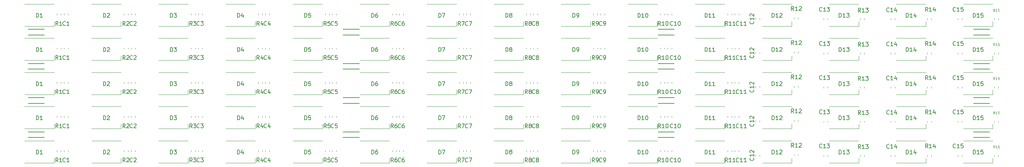
<source format=gbr>
G04 #@! TF.GenerationSoftware,KiCad,Pcbnew,(5.1.0-0)*
G04 #@! TF.CreationDate,2019-04-23T10:55:05-07:00*
G04 #@! TF.ProjectId,TestPanel2,54657374-5061-46e6-956c-322e6b696361,rev?*
G04 #@! TF.SameCoordinates,Original*
G04 #@! TF.FileFunction,Legend,Top*
G04 #@! TF.FilePolarity,Positive*
%FSLAX46Y46*%
G04 Gerber Fmt 4.6, Leading zero omitted, Abs format (unit mm)*
G04 Created by KiCad (PCBNEW (5.1.0-0)) date 2019-04-23 10:55:05*
%MOMM*%
%LPD*%
G04 APERTURE LIST*
%ADD10C,0.150000*%
%ADD11C,0.120000*%
%ADD12C,0.100000*%
G04 APERTURE END LIST*
D10*
X316950592Y-79565091D02*
X320950592Y-79565091D01*
X316950592Y-105065182D02*
X320950592Y-105065182D01*
X316950592Y-88065182D02*
X320950592Y-88065182D01*
X316950592Y-86665182D02*
X320950592Y-86665182D01*
X316950592Y-103665182D02*
X320950592Y-103665182D01*
X316950592Y-78165091D02*
X320950592Y-78165091D01*
X316950592Y-96565182D02*
X320950592Y-96565182D01*
X316950592Y-95165182D02*
X320950592Y-95165182D01*
X238550592Y-79565091D02*
X242550592Y-79565091D01*
X238550592Y-105065182D02*
X242550592Y-105065182D01*
X238550592Y-88065182D02*
X242550592Y-88065182D01*
X238550592Y-86665182D02*
X242550592Y-86665182D01*
X238550592Y-103665182D02*
X242550592Y-103665182D01*
X238550592Y-78165091D02*
X242550592Y-78165091D01*
X238550592Y-96565182D02*
X242550592Y-96565182D01*
X238550592Y-95165182D02*
X242550592Y-95165182D01*
X160250592Y-79565091D02*
X164250592Y-79565091D01*
X160250592Y-105065182D02*
X164250592Y-105065182D01*
X160250592Y-88065182D02*
X164250592Y-88065182D01*
X160250592Y-86665182D02*
X164250592Y-86665182D01*
X160250592Y-103665182D02*
X164250592Y-103665182D01*
X160250592Y-78165091D02*
X164250592Y-78165091D01*
X160250592Y-96565182D02*
X164250592Y-96565182D01*
X160250592Y-95165182D02*
X164250592Y-95165182D01*
X81950592Y-105065091D02*
X85950592Y-105065091D01*
X81950592Y-103665091D02*
X85950592Y-103665091D01*
X81950592Y-96565091D02*
X85950592Y-96565091D01*
X81950592Y-95165091D02*
X85950592Y-95165091D01*
X81950592Y-88065091D02*
X85950592Y-88065091D01*
X81950592Y-86665091D02*
X85950592Y-86665091D01*
X81950592Y-79565000D02*
X85950592Y-79565000D01*
X81950592Y-78165000D02*
X85950592Y-78165000D01*
D11*
X206800846Y-108252221D02*
X206800846Y-108577779D01*
X205780846Y-108252221D02*
X205780846Y-108577779D01*
X190134146Y-108252221D02*
X190134146Y-108577779D01*
X189114146Y-108252221D02*
X189114146Y-108577779D01*
X156800746Y-108252221D02*
X156800746Y-108577779D01*
X155780746Y-108252221D02*
X155780746Y-108577779D01*
X123467346Y-108252221D02*
X123467346Y-108577779D01*
X122447346Y-108252221D02*
X122447346Y-108577779D01*
X106800646Y-108252221D02*
X106800646Y-108577779D01*
X105780646Y-108252221D02*
X105780646Y-108577779D01*
X140134046Y-108252221D02*
X140134046Y-108577779D01*
X139114046Y-108252221D02*
X139114046Y-108577779D01*
X173467446Y-108252221D02*
X173467446Y-108577779D01*
X172447446Y-108252221D02*
X172447446Y-108577779D01*
X257539277Y-108577779D02*
X257539277Y-108252221D01*
X258559277Y-108577779D02*
X258559277Y-108252221D01*
X296364370Y-109777779D02*
X296364370Y-109452221D01*
X297384370Y-109777779D02*
X297384370Y-109452221D01*
X262780592Y-109677779D02*
X262780592Y-109352221D01*
X263800592Y-109677779D02*
X263800592Y-109352221D01*
X105040646Y-105865000D02*
X97740646Y-105865000D01*
X105040646Y-110215000D02*
X105040646Y-111365000D01*
X105040646Y-111365000D02*
X97740646Y-111365000D01*
X155040746Y-105865000D02*
X147740746Y-105865000D01*
X155040746Y-110215000D02*
X155040746Y-111365000D01*
X155040746Y-111365000D02*
X147740746Y-111365000D01*
X273300592Y-109252221D02*
X273300592Y-109577779D01*
X272280592Y-109252221D02*
X272280592Y-109577779D01*
X289784346Y-109452221D02*
X289784346Y-109777779D01*
X288764346Y-109452221D02*
X288764346Y-109777779D01*
X306451046Y-109452221D02*
X306451046Y-109777779D01*
X305431046Y-109452221D02*
X305431046Y-109777779D01*
X323117746Y-109452221D02*
X323117746Y-109777779D01*
X322097746Y-109452221D02*
X322097746Y-109777779D01*
X138374046Y-105865000D02*
X131074046Y-105865000D01*
X138374046Y-110215000D02*
X138374046Y-111365000D01*
X138374046Y-111365000D02*
X131074046Y-111365000D01*
X321707746Y-105865000D02*
X314407746Y-105865000D01*
X321707746Y-110215000D02*
X321707746Y-111365000D01*
X321707746Y-111365000D02*
X314407746Y-111365000D01*
X223467546Y-108252221D02*
X223467546Y-108577779D01*
X222447546Y-108252221D02*
X222447546Y-108577779D01*
X256800946Y-108252221D02*
X256800946Y-108577779D01*
X255780946Y-108252221D02*
X255780946Y-108577779D01*
X313031070Y-109777779D02*
X313031070Y-109452221D01*
X314051070Y-109777779D02*
X314051070Y-109452221D01*
X279697670Y-109777779D02*
X279697670Y-109452221D01*
X280717670Y-109777779D02*
X280717670Y-109452221D01*
X240134246Y-108252221D02*
X240134246Y-108577779D01*
X239114246Y-108252221D02*
X239114246Y-108577779D01*
X90133946Y-108252221D02*
X90133946Y-108577779D01*
X89113946Y-108252221D02*
X89113946Y-108577779D01*
X305041046Y-105865000D02*
X297741046Y-105865000D01*
X305041046Y-110215000D02*
X305041046Y-111365000D01*
X305041046Y-111365000D02*
X297741046Y-111365000D01*
X288374346Y-105865000D02*
X281074346Y-105865000D01*
X288374346Y-110215000D02*
X288374346Y-111365000D01*
X288374346Y-111365000D02*
X281074346Y-111365000D01*
X271707646Y-105865000D02*
X264407646Y-105865000D01*
X271707646Y-110215000D02*
X271707646Y-111365000D01*
X271707646Y-111365000D02*
X264407646Y-111365000D01*
X255040946Y-105865000D02*
X247740946Y-105865000D01*
X255040946Y-110215000D02*
X255040946Y-111365000D01*
X255040946Y-111365000D02*
X247740946Y-111365000D01*
X238374246Y-105865000D02*
X231074246Y-105865000D01*
X238374246Y-110215000D02*
X238374246Y-111365000D01*
X238374246Y-111365000D02*
X231074246Y-111365000D01*
X221707546Y-105865000D02*
X214407546Y-105865000D01*
X221707546Y-110215000D02*
X221707546Y-111365000D01*
X221707546Y-111365000D02*
X214407546Y-111365000D01*
X205040846Y-105865000D02*
X197740846Y-105865000D01*
X205040846Y-110215000D02*
X205040846Y-111365000D01*
X205040846Y-111365000D02*
X197740846Y-111365000D01*
X188374146Y-105865000D02*
X181074146Y-105865000D01*
X188374146Y-110215000D02*
X188374146Y-111365000D01*
X188374146Y-111365000D02*
X181074146Y-111365000D01*
X171707446Y-105865000D02*
X164407446Y-105865000D01*
X171707446Y-110215000D02*
X171707446Y-111365000D01*
X171707446Y-111365000D02*
X164407446Y-111365000D01*
X121707346Y-105865000D02*
X114407346Y-105865000D01*
X121707346Y-110215000D02*
X121707346Y-111365000D01*
X121707346Y-111365000D02*
X114407346Y-111365000D01*
X88373946Y-105865000D02*
X81073946Y-105865000D01*
X88373946Y-110215000D02*
X88373946Y-111365000D01*
X88373946Y-111365000D02*
X81073946Y-111365000D01*
X90872277Y-108577779D02*
X90872277Y-108252221D01*
X91892277Y-108577779D02*
X91892277Y-108252221D01*
X107538977Y-108577779D02*
X107538977Y-108252221D01*
X108558977Y-108577779D02*
X108558977Y-108252221D01*
X124205677Y-108577779D02*
X124205677Y-108252221D01*
X125225677Y-108577779D02*
X125225677Y-108252221D01*
X140872377Y-108577779D02*
X140872377Y-108252221D01*
X141892377Y-108577779D02*
X141892377Y-108252221D01*
X157539077Y-108577779D02*
X157539077Y-108252221D01*
X158559077Y-108577779D02*
X158559077Y-108252221D01*
X174205777Y-108577779D02*
X174205777Y-108252221D01*
X175225777Y-108577779D02*
X175225777Y-108252221D01*
X190872477Y-108577779D02*
X190872477Y-108252221D01*
X191892477Y-108577779D02*
X191892477Y-108252221D01*
X207539177Y-108577779D02*
X207539177Y-108252221D01*
X208559177Y-108577779D02*
X208559177Y-108252221D01*
X224205877Y-108577779D02*
X224205877Y-108252221D01*
X225225877Y-108577779D02*
X225225877Y-108252221D01*
X240872577Y-108577779D02*
X240872577Y-108252221D01*
X241892577Y-108577779D02*
X241892577Y-108252221D01*
X206800846Y-74252221D02*
X206800846Y-74577779D01*
X205780846Y-74252221D02*
X205780846Y-74577779D01*
X190134146Y-74252221D02*
X190134146Y-74577779D01*
X189114146Y-74252221D02*
X189114146Y-74577779D01*
X156800746Y-74252221D02*
X156800746Y-74577779D01*
X155780746Y-74252221D02*
X155780746Y-74577779D01*
X123467346Y-74252221D02*
X123467346Y-74577779D01*
X122447346Y-74252221D02*
X122447346Y-74577779D01*
X106800646Y-74252221D02*
X106800646Y-74577779D01*
X105780646Y-74252221D02*
X105780646Y-74577779D01*
X140134046Y-74252221D02*
X140134046Y-74577779D01*
X139114046Y-74252221D02*
X139114046Y-74577779D01*
X173467446Y-74252221D02*
X173467446Y-74577779D01*
X172447446Y-74252221D02*
X172447446Y-74577779D01*
X257539277Y-74577779D02*
X257539277Y-74252221D01*
X258559277Y-74577779D02*
X258559277Y-74252221D01*
X296364370Y-75777779D02*
X296364370Y-75452221D01*
X297384370Y-75777779D02*
X297384370Y-75452221D01*
X262780592Y-75677779D02*
X262780592Y-75352221D01*
X263800592Y-75677779D02*
X263800592Y-75352221D01*
X105040646Y-71865000D02*
X97740646Y-71865000D01*
X105040646Y-76215000D02*
X105040646Y-77365000D01*
X105040646Y-77365000D02*
X97740646Y-77365000D01*
X155040746Y-71865000D02*
X147740746Y-71865000D01*
X155040746Y-76215000D02*
X155040746Y-77365000D01*
X155040746Y-77365000D02*
X147740746Y-77365000D01*
X273300592Y-75252221D02*
X273300592Y-75577779D01*
X272280592Y-75252221D02*
X272280592Y-75577779D01*
X289784346Y-75452221D02*
X289784346Y-75777779D01*
X288764346Y-75452221D02*
X288764346Y-75777779D01*
X306451046Y-75452221D02*
X306451046Y-75777779D01*
X305431046Y-75452221D02*
X305431046Y-75777779D01*
X323117746Y-75452221D02*
X323117746Y-75777779D01*
X322097746Y-75452221D02*
X322097746Y-75777779D01*
X138374046Y-71865000D02*
X131074046Y-71865000D01*
X138374046Y-76215000D02*
X138374046Y-77365000D01*
X138374046Y-77365000D02*
X131074046Y-77365000D01*
X321707746Y-71865000D02*
X314407746Y-71865000D01*
X321707746Y-76215000D02*
X321707746Y-77365000D01*
X321707746Y-77365000D02*
X314407746Y-77365000D01*
X223467546Y-74252221D02*
X223467546Y-74577779D01*
X222447546Y-74252221D02*
X222447546Y-74577779D01*
X256800946Y-74252221D02*
X256800946Y-74577779D01*
X255780946Y-74252221D02*
X255780946Y-74577779D01*
X313031070Y-75777779D02*
X313031070Y-75452221D01*
X314051070Y-75777779D02*
X314051070Y-75452221D01*
X279697670Y-75777779D02*
X279697670Y-75452221D01*
X280717670Y-75777779D02*
X280717670Y-75452221D01*
X240134246Y-74252221D02*
X240134246Y-74577779D01*
X239114246Y-74252221D02*
X239114246Y-74577779D01*
X90133946Y-74252221D02*
X90133946Y-74577779D01*
X89113946Y-74252221D02*
X89113946Y-74577779D01*
X305041046Y-71865000D02*
X297741046Y-71865000D01*
X305041046Y-76215000D02*
X305041046Y-77365000D01*
X305041046Y-77365000D02*
X297741046Y-77365000D01*
X288374346Y-71865000D02*
X281074346Y-71865000D01*
X288374346Y-76215000D02*
X288374346Y-77365000D01*
X288374346Y-77365000D02*
X281074346Y-77365000D01*
X271707646Y-71865000D02*
X264407646Y-71865000D01*
X271707646Y-76215000D02*
X271707646Y-77365000D01*
X271707646Y-77365000D02*
X264407646Y-77365000D01*
X255040946Y-71865000D02*
X247740946Y-71865000D01*
X255040946Y-76215000D02*
X255040946Y-77365000D01*
X255040946Y-77365000D02*
X247740946Y-77365000D01*
X238374246Y-71865000D02*
X231074246Y-71865000D01*
X238374246Y-76215000D02*
X238374246Y-77365000D01*
X238374246Y-77365000D02*
X231074246Y-77365000D01*
X221707546Y-71865000D02*
X214407546Y-71865000D01*
X221707546Y-76215000D02*
X221707546Y-77365000D01*
X221707546Y-77365000D02*
X214407546Y-77365000D01*
X205040846Y-71865000D02*
X197740846Y-71865000D01*
X205040846Y-76215000D02*
X205040846Y-77365000D01*
X205040846Y-77365000D02*
X197740846Y-77365000D01*
X188374146Y-71865000D02*
X181074146Y-71865000D01*
X188374146Y-76215000D02*
X188374146Y-77365000D01*
X188374146Y-77365000D02*
X181074146Y-77365000D01*
X171707446Y-71865000D02*
X164407446Y-71865000D01*
X171707446Y-76215000D02*
X171707446Y-77365000D01*
X171707446Y-77365000D02*
X164407446Y-77365000D01*
X121707346Y-71865000D02*
X114407346Y-71865000D01*
X121707346Y-76215000D02*
X121707346Y-77365000D01*
X121707346Y-77365000D02*
X114407346Y-77365000D01*
X88373946Y-71865000D02*
X81073946Y-71865000D01*
X88373946Y-76215000D02*
X88373946Y-77365000D01*
X88373946Y-77365000D02*
X81073946Y-77365000D01*
X90872277Y-74577779D02*
X90872277Y-74252221D01*
X91892277Y-74577779D02*
X91892277Y-74252221D01*
X107538977Y-74577779D02*
X107538977Y-74252221D01*
X108558977Y-74577779D02*
X108558977Y-74252221D01*
X124205677Y-74577779D02*
X124205677Y-74252221D01*
X125225677Y-74577779D02*
X125225677Y-74252221D01*
X140872377Y-74577779D02*
X140872377Y-74252221D01*
X141892377Y-74577779D02*
X141892377Y-74252221D01*
X157539077Y-74577779D02*
X157539077Y-74252221D01*
X158559077Y-74577779D02*
X158559077Y-74252221D01*
X174205777Y-74577779D02*
X174205777Y-74252221D01*
X175225777Y-74577779D02*
X175225777Y-74252221D01*
X190872477Y-74577779D02*
X190872477Y-74252221D01*
X191892477Y-74577779D02*
X191892477Y-74252221D01*
X207539177Y-74577779D02*
X207539177Y-74252221D01*
X208559177Y-74577779D02*
X208559177Y-74252221D01*
X224205877Y-74577779D02*
X224205877Y-74252221D01*
X225225877Y-74577779D02*
X225225877Y-74252221D01*
X240872577Y-74577779D02*
X240872577Y-74252221D01*
X241892577Y-74577779D02*
X241892577Y-74252221D01*
X206800846Y-99752221D02*
X206800846Y-100077779D01*
X205780846Y-99752221D02*
X205780846Y-100077779D01*
X190134146Y-99752221D02*
X190134146Y-100077779D01*
X189114146Y-99752221D02*
X189114146Y-100077779D01*
X156800746Y-99752221D02*
X156800746Y-100077779D01*
X155780746Y-99752221D02*
X155780746Y-100077779D01*
X123467346Y-99752221D02*
X123467346Y-100077779D01*
X122447346Y-99752221D02*
X122447346Y-100077779D01*
X106800646Y-99752221D02*
X106800646Y-100077779D01*
X105780646Y-99752221D02*
X105780646Y-100077779D01*
X140134046Y-99752221D02*
X140134046Y-100077779D01*
X139114046Y-99752221D02*
X139114046Y-100077779D01*
X173467446Y-99752221D02*
X173467446Y-100077779D01*
X172447446Y-99752221D02*
X172447446Y-100077779D01*
X257539277Y-100077779D02*
X257539277Y-99752221D01*
X258559277Y-100077779D02*
X258559277Y-99752221D01*
X296364370Y-101277779D02*
X296364370Y-100952221D01*
X297384370Y-101277779D02*
X297384370Y-100952221D01*
X262780592Y-101177779D02*
X262780592Y-100852221D01*
X263800592Y-101177779D02*
X263800592Y-100852221D01*
X105040646Y-97365000D02*
X97740646Y-97365000D01*
X105040646Y-101715000D02*
X105040646Y-102865000D01*
X105040646Y-102865000D02*
X97740646Y-102865000D01*
X155040746Y-97365000D02*
X147740746Y-97365000D01*
X155040746Y-101715000D02*
X155040746Y-102865000D01*
X155040746Y-102865000D02*
X147740746Y-102865000D01*
X273300592Y-100752221D02*
X273300592Y-101077779D01*
X272280592Y-100752221D02*
X272280592Y-101077779D01*
X289784346Y-100952221D02*
X289784346Y-101277779D01*
X288764346Y-100952221D02*
X288764346Y-101277779D01*
X306451046Y-100952221D02*
X306451046Y-101277779D01*
X305431046Y-100952221D02*
X305431046Y-101277779D01*
X323117746Y-100952221D02*
X323117746Y-101277779D01*
X322097746Y-100952221D02*
X322097746Y-101277779D01*
X138374046Y-97365000D02*
X131074046Y-97365000D01*
X138374046Y-101715000D02*
X138374046Y-102865000D01*
X138374046Y-102865000D02*
X131074046Y-102865000D01*
X321707746Y-97365000D02*
X314407746Y-97365000D01*
X321707746Y-101715000D02*
X321707746Y-102865000D01*
X321707746Y-102865000D02*
X314407746Y-102865000D01*
X223467546Y-99752221D02*
X223467546Y-100077779D01*
X222447546Y-99752221D02*
X222447546Y-100077779D01*
X256800946Y-99752221D02*
X256800946Y-100077779D01*
X255780946Y-99752221D02*
X255780946Y-100077779D01*
X313031070Y-101277779D02*
X313031070Y-100952221D01*
X314051070Y-101277779D02*
X314051070Y-100952221D01*
X279697670Y-101277779D02*
X279697670Y-100952221D01*
X280717670Y-101277779D02*
X280717670Y-100952221D01*
X240134246Y-99752221D02*
X240134246Y-100077779D01*
X239114246Y-99752221D02*
X239114246Y-100077779D01*
X90133946Y-99752221D02*
X90133946Y-100077779D01*
X89113946Y-99752221D02*
X89113946Y-100077779D01*
X305041046Y-97365000D02*
X297741046Y-97365000D01*
X305041046Y-101715000D02*
X305041046Y-102865000D01*
X305041046Y-102865000D02*
X297741046Y-102865000D01*
X288374346Y-97365000D02*
X281074346Y-97365000D01*
X288374346Y-101715000D02*
X288374346Y-102865000D01*
X288374346Y-102865000D02*
X281074346Y-102865000D01*
X271707646Y-97365000D02*
X264407646Y-97365000D01*
X271707646Y-101715000D02*
X271707646Y-102865000D01*
X271707646Y-102865000D02*
X264407646Y-102865000D01*
X255040946Y-97365000D02*
X247740946Y-97365000D01*
X255040946Y-101715000D02*
X255040946Y-102865000D01*
X255040946Y-102865000D02*
X247740946Y-102865000D01*
X238374246Y-97365000D02*
X231074246Y-97365000D01*
X238374246Y-101715000D02*
X238374246Y-102865000D01*
X238374246Y-102865000D02*
X231074246Y-102865000D01*
X221707546Y-97365000D02*
X214407546Y-97365000D01*
X221707546Y-101715000D02*
X221707546Y-102865000D01*
X221707546Y-102865000D02*
X214407546Y-102865000D01*
X205040846Y-97365000D02*
X197740846Y-97365000D01*
X205040846Y-101715000D02*
X205040846Y-102865000D01*
X205040846Y-102865000D02*
X197740846Y-102865000D01*
X188374146Y-97365000D02*
X181074146Y-97365000D01*
X188374146Y-101715000D02*
X188374146Y-102865000D01*
X188374146Y-102865000D02*
X181074146Y-102865000D01*
X171707446Y-97365000D02*
X164407446Y-97365000D01*
X171707446Y-101715000D02*
X171707446Y-102865000D01*
X171707446Y-102865000D02*
X164407446Y-102865000D01*
X121707346Y-97365000D02*
X114407346Y-97365000D01*
X121707346Y-101715000D02*
X121707346Y-102865000D01*
X121707346Y-102865000D02*
X114407346Y-102865000D01*
X88373946Y-97365000D02*
X81073946Y-97365000D01*
X88373946Y-101715000D02*
X88373946Y-102865000D01*
X88373946Y-102865000D02*
X81073946Y-102865000D01*
X90872277Y-100077779D02*
X90872277Y-99752221D01*
X91892277Y-100077779D02*
X91892277Y-99752221D01*
X107538977Y-100077779D02*
X107538977Y-99752221D01*
X108558977Y-100077779D02*
X108558977Y-99752221D01*
X124205677Y-100077779D02*
X124205677Y-99752221D01*
X125225677Y-100077779D02*
X125225677Y-99752221D01*
X140872377Y-100077779D02*
X140872377Y-99752221D01*
X141892377Y-100077779D02*
X141892377Y-99752221D01*
X157539077Y-100077779D02*
X157539077Y-99752221D01*
X158559077Y-100077779D02*
X158559077Y-99752221D01*
X174205777Y-100077779D02*
X174205777Y-99752221D01*
X175225777Y-100077779D02*
X175225777Y-99752221D01*
X190872477Y-100077779D02*
X190872477Y-99752221D01*
X191892477Y-100077779D02*
X191892477Y-99752221D01*
X207539177Y-100077779D02*
X207539177Y-99752221D01*
X208559177Y-100077779D02*
X208559177Y-99752221D01*
X224205877Y-100077779D02*
X224205877Y-99752221D01*
X225225877Y-100077779D02*
X225225877Y-99752221D01*
X240872577Y-100077779D02*
X240872577Y-99752221D01*
X241892577Y-100077779D02*
X241892577Y-99752221D01*
X206800846Y-91252221D02*
X206800846Y-91577779D01*
X205780846Y-91252221D02*
X205780846Y-91577779D01*
X190134146Y-91252221D02*
X190134146Y-91577779D01*
X189114146Y-91252221D02*
X189114146Y-91577779D01*
X156800746Y-91252221D02*
X156800746Y-91577779D01*
X155780746Y-91252221D02*
X155780746Y-91577779D01*
X123467346Y-91252221D02*
X123467346Y-91577779D01*
X122447346Y-91252221D02*
X122447346Y-91577779D01*
X106800646Y-91252221D02*
X106800646Y-91577779D01*
X105780646Y-91252221D02*
X105780646Y-91577779D01*
X140134046Y-91252221D02*
X140134046Y-91577779D01*
X139114046Y-91252221D02*
X139114046Y-91577779D01*
X173467446Y-91252221D02*
X173467446Y-91577779D01*
X172447446Y-91252221D02*
X172447446Y-91577779D01*
X257539277Y-91577779D02*
X257539277Y-91252221D01*
X258559277Y-91577779D02*
X258559277Y-91252221D01*
X296364370Y-92777779D02*
X296364370Y-92452221D01*
X297384370Y-92777779D02*
X297384370Y-92452221D01*
X262780592Y-92677779D02*
X262780592Y-92352221D01*
X263800592Y-92677779D02*
X263800592Y-92352221D01*
X105040646Y-88865000D02*
X97740646Y-88865000D01*
X105040646Y-93215000D02*
X105040646Y-94365000D01*
X105040646Y-94365000D02*
X97740646Y-94365000D01*
X155040746Y-88865000D02*
X147740746Y-88865000D01*
X155040746Y-93215000D02*
X155040746Y-94365000D01*
X155040746Y-94365000D02*
X147740746Y-94365000D01*
X273300592Y-92252221D02*
X273300592Y-92577779D01*
X272280592Y-92252221D02*
X272280592Y-92577779D01*
X289784346Y-92452221D02*
X289784346Y-92777779D01*
X288764346Y-92452221D02*
X288764346Y-92777779D01*
X306451046Y-92452221D02*
X306451046Y-92777779D01*
X305431046Y-92452221D02*
X305431046Y-92777779D01*
X323117746Y-92452221D02*
X323117746Y-92777779D01*
X322097746Y-92452221D02*
X322097746Y-92777779D01*
X138374046Y-88865000D02*
X131074046Y-88865000D01*
X138374046Y-93215000D02*
X138374046Y-94365000D01*
X138374046Y-94365000D02*
X131074046Y-94365000D01*
X321707746Y-88865000D02*
X314407746Y-88865000D01*
X321707746Y-93215000D02*
X321707746Y-94365000D01*
X321707746Y-94365000D02*
X314407746Y-94365000D01*
X223467546Y-91252221D02*
X223467546Y-91577779D01*
X222447546Y-91252221D02*
X222447546Y-91577779D01*
X256800946Y-91252221D02*
X256800946Y-91577779D01*
X255780946Y-91252221D02*
X255780946Y-91577779D01*
X313031070Y-92777779D02*
X313031070Y-92452221D01*
X314051070Y-92777779D02*
X314051070Y-92452221D01*
X279697670Y-92777779D02*
X279697670Y-92452221D01*
X280717670Y-92777779D02*
X280717670Y-92452221D01*
X240134246Y-91252221D02*
X240134246Y-91577779D01*
X239114246Y-91252221D02*
X239114246Y-91577779D01*
X90133946Y-91252221D02*
X90133946Y-91577779D01*
X89113946Y-91252221D02*
X89113946Y-91577779D01*
X305041046Y-88865000D02*
X297741046Y-88865000D01*
X305041046Y-93215000D02*
X305041046Y-94365000D01*
X305041046Y-94365000D02*
X297741046Y-94365000D01*
X288374346Y-88865000D02*
X281074346Y-88865000D01*
X288374346Y-93215000D02*
X288374346Y-94365000D01*
X288374346Y-94365000D02*
X281074346Y-94365000D01*
X271707646Y-88865000D02*
X264407646Y-88865000D01*
X271707646Y-93215000D02*
X271707646Y-94365000D01*
X271707646Y-94365000D02*
X264407646Y-94365000D01*
X255040946Y-88865000D02*
X247740946Y-88865000D01*
X255040946Y-93215000D02*
X255040946Y-94365000D01*
X255040946Y-94365000D02*
X247740946Y-94365000D01*
X238374246Y-88865000D02*
X231074246Y-88865000D01*
X238374246Y-93215000D02*
X238374246Y-94365000D01*
X238374246Y-94365000D02*
X231074246Y-94365000D01*
X221707546Y-88865000D02*
X214407546Y-88865000D01*
X221707546Y-93215000D02*
X221707546Y-94365000D01*
X221707546Y-94365000D02*
X214407546Y-94365000D01*
X205040846Y-88865000D02*
X197740846Y-88865000D01*
X205040846Y-93215000D02*
X205040846Y-94365000D01*
X205040846Y-94365000D02*
X197740846Y-94365000D01*
X188374146Y-88865000D02*
X181074146Y-88865000D01*
X188374146Y-93215000D02*
X188374146Y-94365000D01*
X188374146Y-94365000D02*
X181074146Y-94365000D01*
X171707446Y-88865000D02*
X164407446Y-88865000D01*
X171707446Y-93215000D02*
X171707446Y-94365000D01*
X171707446Y-94365000D02*
X164407446Y-94365000D01*
X121707346Y-88865000D02*
X114407346Y-88865000D01*
X121707346Y-93215000D02*
X121707346Y-94365000D01*
X121707346Y-94365000D02*
X114407346Y-94365000D01*
X88373946Y-88865000D02*
X81073946Y-88865000D01*
X88373946Y-93215000D02*
X88373946Y-94365000D01*
X88373946Y-94365000D02*
X81073946Y-94365000D01*
X90872277Y-91577779D02*
X90872277Y-91252221D01*
X91892277Y-91577779D02*
X91892277Y-91252221D01*
X107538977Y-91577779D02*
X107538977Y-91252221D01*
X108558977Y-91577779D02*
X108558977Y-91252221D01*
X124205677Y-91577779D02*
X124205677Y-91252221D01*
X125225677Y-91577779D02*
X125225677Y-91252221D01*
X140872377Y-91577779D02*
X140872377Y-91252221D01*
X141892377Y-91577779D02*
X141892377Y-91252221D01*
X157539077Y-91577779D02*
X157539077Y-91252221D01*
X158559077Y-91577779D02*
X158559077Y-91252221D01*
X174205777Y-91577779D02*
X174205777Y-91252221D01*
X175225777Y-91577779D02*
X175225777Y-91252221D01*
X190872477Y-91577779D02*
X190872477Y-91252221D01*
X191892477Y-91577779D02*
X191892477Y-91252221D01*
X207539177Y-91577779D02*
X207539177Y-91252221D01*
X208559177Y-91577779D02*
X208559177Y-91252221D01*
X224205877Y-91577779D02*
X224205877Y-91252221D01*
X225225877Y-91577779D02*
X225225877Y-91252221D01*
X240872577Y-91577779D02*
X240872577Y-91252221D01*
X241892577Y-91577779D02*
X241892577Y-91252221D01*
X206800846Y-82752221D02*
X206800846Y-83077779D01*
X205780846Y-82752221D02*
X205780846Y-83077779D01*
X190134146Y-82752221D02*
X190134146Y-83077779D01*
X189114146Y-82752221D02*
X189114146Y-83077779D01*
X156800746Y-82752221D02*
X156800746Y-83077779D01*
X155780746Y-82752221D02*
X155780746Y-83077779D01*
X123467346Y-82752221D02*
X123467346Y-83077779D01*
X122447346Y-82752221D02*
X122447346Y-83077779D01*
X106800646Y-82752221D02*
X106800646Y-83077779D01*
X105780646Y-82752221D02*
X105780646Y-83077779D01*
X140134046Y-82752221D02*
X140134046Y-83077779D01*
X139114046Y-82752221D02*
X139114046Y-83077779D01*
X173467446Y-82752221D02*
X173467446Y-83077779D01*
X172447446Y-82752221D02*
X172447446Y-83077779D01*
X257539277Y-83077779D02*
X257539277Y-82752221D01*
X258559277Y-83077779D02*
X258559277Y-82752221D01*
X296364370Y-84277779D02*
X296364370Y-83952221D01*
X297384370Y-84277779D02*
X297384370Y-83952221D01*
X262780592Y-84177779D02*
X262780592Y-83852221D01*
X263800592Y-84177779D02*
X263800592Y-83852221D01*
X105040646Y-80365000D02*
X97740646Y-80365000D01*
X105040646Y-84715000D02*
X105040646Y-85865000D01*
X105040646Y-85865000D02*
X97740646Y-85865000D01*
X155040746Y-80365000D02*
X147740746Y-80365000D01*
X155040746Y-84715000D02*
X155040746Y-85865000D01*
X155040746Y-85865000D02*
X147740746Y-85865000D01*
X273300592Y-83752221D02*
X273300592Y-84077779D01*
X272280592Y-83752221D02*
X272280592Y-84077779D01*
X289784346Y-83952221D02*
X289784346Y-84277779D01*
X288764346Y-83952221D02*
X288764346Y-84277779D01*
X306451046Y-83952221D02*
X306451046Y-84277779D01*
X305431046Y-83952221D02*
X305431046Y-84277779D01*
X323117746Y-83952221D02*
X323117746Y-84277779D01*
X322097746Y-83952221D02*
X322097746Y-84277779D01*
X138374046Y-80365000D02*
X131074046Y-80365000D01*
X138374046Y-84715000D02*
X138374046Y-85865000D01*
X138374046Y-85865000D02*
X131074046Y-85865000D01*
X321707746Y-80365000D02*
X314407746Y-80365000D01*
X321707746Y-84715000D02*
X321707746Y-85865000D01*
X321707746Y-85865000D02*
X314407746Y-85865000D01*
X223467546Y-82752221D02*
X223467546Y-83077779D01*
X222447546Y-82752221D02*
X222447546Y-83077779D01*
X256800946Y-82752221D02*
X256800946Y-83077779D01*
X255780946Y-82752221D02*
X255780946Y-83077779D01*
X313031070Y-84277779D02*
X313031070Y-83952221D01*
X314051070Y-84277779D02*
X314051070Y-83952221D01*
X279697670Y-84277779D02*
X279697670Y-83952221D01*
X280717670Y-84277779D02*
X280717670Y-83952221D01*
X240134246Y-82752221D02*
X240134246Y-83077779D01*
X239114246Y-82752221D02*
X239114246Y-83077779D01*
X90133946Y-82752221D02*
X90133946Y-83077779D01*
X89113946Y-82752221D02*
X89113946Y-83077779D01*
X305041046Y-80365000D02*
X297741046Y-80365000D01*
X305041046Y-84715000D02*
X305041046Y-85865000D01*
X305041046Y-85865000D02*
X297741046Y-85865000D01*
X288374346Y-80365000D02*
X281074346Y-80365000D01*
X288374346Y-84715000D02*
X288374346Y-85865000D01*
X288374346Y-85865000D02*
X281074346Y-85865000D01*
X271707646Y-80365000D02*
X264407646Y-80365000D01*
X271707646Y-84715000D02*
X271707646Y-85865000D01*
X271707646Y-85865000D02*
X264407646Y-85865000D01*
X255040946Y-80365000D02*
X247740946Y-80365000D01*
X255040946Y-84715000D02*
X255040946Y-85865000D01*
X255040946Y-85865000D02*
X247740946Y-85865000D01*
X238374246Y-80365000D02*
X231074246Y-80365000D01*
X238374246Y-84715000D02*
X238374246Y-85865000D01*
X238374246Y-85865000D02*
X231074246Y-85865000D01*
X221707546Y-80365000D02*
X214407546Y-80365000D01*
X221707546Y-84715000D02*
X221707546Y-85865000D01*
X221707546Y-85865000D02*
X214407546Y-85865000D01*
X205040846Y-80365000D02*
X197740846Y-80365000D01*
X205040846Y-84715000D02*
X205040846Y-85865000D01*
X205040846Y-85865000D02*
X197740846Y-85865000D01*
X188374146Y-80365000D02*
X181074146Y-80365000D01*
X188374146Y-84715000D02*
X188374146Y-85865000D01*
X188374146Y-85865000D02*
X181074146Y-85865000D01*
X171707446Y-80365000D02*
X164407446Y-80365000D01*
X171707446Y-84715000D02*
X171707446Y-85865000D01*
X171707446Y-85865000D02*
X164407446Y-85865000D01*
X121707346Y-80365000D02*
X114407346Y-80365000D01*
X121707346Y-84715000D02*
X121707346Y-85865000D01*
X121707346Y-85865000D02*
X114407346Y-85865000D01*
X88373946Y-80365000D02*
X81073946Y-80365000D01*
X88373946Y-84715000D02*
X88373946Y-85865000D01*
X88373946Y-85865000D02*
X81073946Y-85865000D01*
X90872277Y-83077779D02*
X90872277Y-82752221D01*
X91892277Y-83077779D02*
X91892277Y-82752221D01*
X107538977Y-83077779D02*
X107538977Y-82752221D01*
X108558977Y-83077779D02*
X108558977Y-82752221D01*
X124205677Y-83077779D02*
X124205677Y-82752221D01*
X125225677Y-83077779D02*
X125225677Y-82752221D01*
X140872377Y-83077779D02*
X140872377Y-82752221D01*
X141892377Y-83077779D02*
X141892377Y-82752221D01*
X157539077Y-83077779D02*
X157539077Y-82752221D01*
X158559077Y-83077779D02*
X158559077Y-82752221D01*
X174205777Y-83077779D02*
X174205777Y-82752221D01*
X175225777Y-83077779D02*
X175225777Y-82752221D01*
X190872477Y-83077779D02*
X190872477Y-82752221D01*
X191892477Y-83077779D02*
X191892477Y-82752221D01*
X207539177Y-83077779D02*
X207539177Y-82752221D01*
X208559177Y-83077779D02*
X208559177Y-82752221D01*
X224205877Y-83077779D02*
X224205877Y-82752221D01*
X225225877Y-83077779D02*
X225225877Y-82752221D01*
X240872577Y-83077779D02*
X240872577Y-82752221D01*
X241892577Y-83077779D02*
X241892577Y-82752221D01*
D10*
X206054179Y-111167380D02*
X205720846Y-110691190D01*
X205482750Y-111167380D02*
X205482750Y-110167380D01*
X205863703Y-110167380D01*
X205958941Y-110215000D01*
X206006560Y-110262619D01*
X206054179Y-110357857D01*
X206054179Y-110500714D01*
X206006560Y-110595952D01*
X205958941Y-110643571D01*
X205863703Y-110691190D01*
X205482750Y-110691190D01*
X206625607Y-110595952D02*
X206530369Y-110548333D01*
X206482750Y-110500714D01*
X206435131Y-110405476D01*
X206435131Y-110357857D01*
X206482750Y-110262619D01*
X206530369Y-110215000D01*
X206625607Y-110167380D01*
X206816084Y-110167380D01*
X206911322Y-110215000D01*
X206958941Y-110262619D01*
X207006560Y-110357857D01*
X207006560Y-110405476D01*
X206958941Y-110500714D01*
X206911322Y-110548333D01*
X206816084Y-110595952D01*
X206625607Y-110595952D01*
X206530369Y-110643571D01*
X206482750Y-110691190D01*
X206435131Y-110786428D01*
X206435131Y-110976904D01*
X206482750Y-111072142D01*
X206530369Y-111119761D01*
X206625607Y-111167380D01*
X206816084Y-111167380D01*
X206911322Y-111119761D01*
X206958941Y-111072142D01*
X207006560Y-110976904D01*
X207006560Y-110786428D01*
X206958941Y-110691190D01*
X206911322Y-110643571D01*
X206816084Y-110595952D01*
X189387479Y-111167380D02*
X189054146Y-110691190D01*
X188816050Y-111167380D02*
X188816050Y-110167380D01*
X189197003Y-110167380D01*
X189292241Y-110215000D01*
X189339860Y-110262619D01*
X189387479Y-110357857D01*
X189387479Y-110500714D01*
X189339860Y-110595952D01*
X189292241Y-110643571D01*
X189197003Y-110691190D01*
X188816050Y-110691190D01*
X189720812Y-110167380D02*
X190387479Y-110167380D01*
X189958907Y-111167380D01*
X156054079Y-111167380D02*
X155720746Y-110691190D01*
X155482650Y-111167380D02*
X155482650Y-110167380D01*
X155863603Y-110167380D01*
X155958841Y-110215000D01*
X156006460Y-110262619D01*
X156054079Y-110357857D01*
X156054079Y-110500714D01*
X156006460Y-110595952D01*
X155958841Y-110643571D01*
X155863603Y-110691190D01*
X155482650Y-110691190D01*
X156958841Y-110167380D02*
X156482650Y-110167380D01*
X156435031Y-110643571D01*
X156482650Y-110595952D01*
X156577888Y-110548333D01*
X156815984Y-110548333D01*
X156911222Y-110595952D01*
X156958841Y-110643571D01*
X157006460Y-110738809D01*
X157006460Y-110976904D01*
X156958841Y-111072142D01*
X156911222Y-111119761D01*
X156815984Y-111167380D01*
X156577888Y-111167380D01*
X156482650Y-111119761D01*
X156435031Y-111072142D01*
X122720679Y-111167380D02*
X122387346Y-110691190D01*
X122149250Y-111167380D02*
X122149250Y-110167380D01*
X122530203Y-110167380D01*
X122625441Y-110215000D01*
X122673060Y-110262619D01*
X122720679Y-110357857D01*
X122720679Y-110500714D01*
X122673060Y-110595952D01*
X122625441Y-110643571D01*
X122530203Y-110691190D01*
X122149250Y-110691190D01*
X123054012Y-110167380D02*
X123673060Y-110167380D01*
X123339726Y-110548333D01*
X123482584Y-110548333D01*
X123577822Y-110595952D01*
X123625441Y-110643571D01*
X123673060Y-110738809D01*
X123673060Y-110976904D01*
X123625441Y-111072142D01*
X123577822Y-111119761D01*
X123482584Y-111167380D01*
X123196869Y-111167380D01*
X123101631Y-111119761D01*
X123054012Y-111072142D01*
X106053979Y-111167380D02*
X105720646Y-110691190D01*
X105482550Y-111167380D02*
X105482550Y-110167380D01*
X105863503Y-110167380D01*
X105958741Y-110215000D01*
X106006360Y-110262619D01*
X106053979Y-110357857D01*
X106053979Y-110500714D01*
X106006360Y-110595952D01*
X105958741Y-110643571D01*
X105863503Y-110691190D01*
X105482550Y-110691190D01*
X106434931Y-110262619D02*
X106482550Y-110215000D01*
X106577788Y-110167380D01*
X106815884Y-110167380D01*
X106911122Y-110215000D01*
X106958741Y-110262619D01*
X107006360Y-110357857D01*
X107006360Y-110453095D01*
X106958741Y-110595952D01*
X106387312Y-111167380D01*
X107006360Y-111167380D01*
X139387379Y-111167380D02*
X139054046Y-110691190D01*
X138815950Y-111167380D02*
X138815950Y-110167380D01*
X139196903Y-110167380D01*
X139292141Y-110215000D01*
X139339760Y-110262619D01*
X139387379Y-110357857D01*
X139387379Y-110500714D01*
X139339760Y-110595952D01*
X139292141Y-110643571D01*
X139196903Y-110691190D01*
X138815950Y-110691190D01*
X140244522Y-110500714D02*
X140244522Y-111167380D01*
X140006426Y-110119761D02*
X139768331Y-110834047D01*
X140387379Y-110834047D01*
X172720779Y-111167380D02*
X172387446Y-110691190D01*
X172149350Y-111167380D02*
X172149350Y-110167380D01*
X172530303Y-110167380D01*
X172625541Y-110215000D01*
X172673160Y-110262619D01*
X172720779Y-110357857D01*
X172720779Y-110500714D01*
X172673160Y-110595952D01*
X172625541Y-110643571D01*
X172530303Y-110691190D01*
X172149350Y-110691190D01*
X173577922Y-110167380D02*
X173387446Y-110167380D01*
X173292207Y-110215000D01*
X173244588Y-110262619D01*
X173149350Y-110405476D01*
X173101731Y-110595952D01*
X173101731Y-110976904D01*
X173149350Y-111072142D01*
X173196969Y-111119761D01*
X173292207Y-111167380D01*
X173482684Y-111167380D01*
X173577922Y-111119761D01*
X173625541Y-111072142D01*
X173673160Y-110976904D01*
X173673160Y-110738809D01*
X173625541Y-110643571D01*
X173577922Y-110595952D01*
X173482684Y-110548333D01*
X173292207Y-110548333D01*
X173196969Y-110595952D01*
X173149350Y-110643571D01*
X173101731Y-110738809D01*
X258547734Y-111072142D02*
X258500115Y-111119761D01*
X258357258Y-111167380D01*
X258262020Y-111167380D01*
X258119163Y-111119761D01*
X258023925Y-111024523D01*
X257976306Y-110929285D01*
X257928687Y-110738809D01*
X257928687Y-110595952D01*
X257976306Y-110405476D01*
X258023925Y-110310238D01*
X258119163Y-110215000D01*
X258262020Y-110167380D01*
X258357258Y-110167380D01*
X258500115Y-110215000D01*
X258547734Y-110262619D01*
X259500115Y-111167380D02*
X258928687Y-111167380D01*
X259214401Y-111167380D02*
X259214401Y-110167380D01*
X259119163Y-110310238D01*
X259023925Y-110405476D01*
X258928687Y-110453095D01*
X260452496Y-111167380D02*
X259881068Y-111167380D01*
X260166782Y-111167380D02*
X260166782Y-110167380D01*
X260071544Y-110310238D01*
X259976306Y-110405476D01*
X259881068Y-110453095D01*
X295947734Y-107672142D02*
X295900115Y-107719761D01*
X295757258Y-107767380D01*
X295662020Y-107767380D01*
X295519163Y-107719761D01*
X295423925Y-107624523D01*
X295376306Y-107529285D01*
X295328687Y-107338809D01*
X295328687Y-107195952D01*
X295376306Y-107005476D01*
X295423925Y-106910238D01*
X295519163Y-106815000D01*
X295662020Y-106767380D01*
X295757258Y-106767380D01*
X295900115Y-106815000D01*
X295947734Y-106862619D01*
X296900115Y-107767380D02*
X296328687Y-107767380D01*
X296614401Y-107767380D02*
X296614401Y-106767380D01*
X296519163Y-106910238D01*
X296423925Y-107005476D01*
X296328687Y-107053095D01*
X297757258Y-107100714D02*
X297757258Y-107767380D01*
X297519163Y-106719761D02*
X297281068Y-107434047D01*
X297900115Y-107434047D01*
X262217734Y-110157857D02*
X262265353Y-110205476D01*
X262312972Y-110348333D01*
X262312972Y-110443571D01*
X262265353Y-110586428D01*
X262170115Y-110681666D01*
X262074877Y-110729285D01*
X261884401Y-110776904D01*
X261741544Y-110776904D01*
X261551068Y-110729285D01*
X261455830Y-110681666D01*
X261360592Y-110586428D01*
X261312972Y-110443571D01*
X261312972Y-110348333D01*
X261360592Y-110205476D01*
X261408211Y-110157857D01*
X262312972Y-109205476D02*
X262312972Y-109776904D01*
X262312972Y-109491190D02*
X261312972Y-109491190D01*
X261455830Y-109586428D01*
X261551068Y-109681666D01*
X261598687Y-109776904D01*
X261408211Y-108824523D02*
X261360592Y-108776904D01*
X261312972Y-108681666D01*
X261312972Y-108443571D01*
X261360592Y-108348333D01*
X261408211Y-108300714D01*
X261503449Y-108253095D01*
X261598687Y-108253095D01*
X261741544Y-108300714D01*
X262312972Y-108872142D01*
X262312972Y-108253095D01*
X100652550Y-109167380D02*
X100652550Y-108167380D01*
X100890646Y-108167380D01*
X101033503Y-108215000D01*
X101128741Y-108310238D01*
X101176360Y-108405476D01*
X101223979Y-108595952D01*
X101223979Y-108738809D01*
X101176360Y-108929285D01*
X101128741Y-109024523D01*
X101033503Y-109119761D01*
X100890646Y-109167380D01*
X100652550Y-109167380D01*
X101604931Y-108262619D02*
X101652550Y-108215000D01*
X101747788Y-108167380D01*
X101985884Y-108167380D01*
X102081122Y-108215000D01*
X102128741Y-108262619D01*
X102176360Y-108357857D01*
X102176360Y-108453095D01*
X102128741Y-108595952D01*
X101557312Y-109167380D01*
X102176360Y-109167380D01*
X150652650Y-109167380D02*
X150652650Y-108167380D01*
X150890746Y-108167380D01*
X151033603Y-108215000D01*
X151128841Y-108310238D01*
X151176460Y-108405476D01*
X151224079Y-108595952D01*
X151224079Y-108738809D01*
X151176460Y-108929285D01*
X151128841Y-109024523D01*
X151033603Y-109119761D01*
X150890746Y-109167380D01*
X150652650Y-109167380D01*
X152128841Y-108167380D02*
X151652650Y-108167380D01*
X151605031Y-108643571D01*
X151652650Y-108595952D01*
X151747888Y-108548333D01*
X151985984Y-108548333D01*
X152081222Y-108595952D01*
X152128841Y-108643571D01*
X152176460Y-108738809D01*
X152176460Y-108976904D01*
X152128841Y-109072142D01*
X152081222Y-109119761D01*
X151985984Y-109167380D01*
X151747888Y-109167380D01*
X151652650Y-109119761D01*
X151605031Y-109072142D01*
X272247734Y-107467380D02*
X271914401Y-106991190D01*
X271676306Y-107467380D02*
X271676306Y-106467380D01*
X272057258Y-106467380D01*
X272152496Y-106515000D01*
X272200115Y-106562619D01*
X272247734Y-106657857D01*
X272247734Y-106800714D01*
X272200115Y-106895952D01*
X272152496Y-106943571D01*
X272057258Y-106991190D01*
X271676306Y-106991190D01*
X273200115Y-107467380D02*
X272628687Y-107467380D01*
X272914401Y-107467380D02*
X272914401Y-106467380D01*
X272819163Y-106610238D01*
X272723925Y-106705476D01*
X272628687Y-106753095D01*
X273581068Y-106562619D02*
X273628687Y-106515000D01*
X273723925Y-106467380D01*
X273962020Y-106467380D01*
X274057258Y-106515000D01*
X274104877Y-106562619D01*
X274152496Y-106657857D01*
X274152496Y-106753095D01*
X274104877Y-106895952D01*
X273533449Y-107467380D01*
X274152496Y-107467380D01*
X288847734Y-107867380D02*
X288514401Y-107391190D01*
X288276306Y-107867380D02*
X288276306Y-106867380D01*
X288657258Y-106867380D01*
X288752496Y-106915000D01*
X288800115Y-106962619D01*
X288847734Y-107057857D01*
X288847734Y-107200714D01*
X288800115Y-107295952D01*
X288752496Y-107343571D01*
X288657258Y-107391190D01*
X288276306Y-107391190D01*
X289800115Y-107867380D02*
X289228687Y-107867380D01*
X289514401Y-107867380D02*
X289514401Y-106867380D01*
X289419163Y-107010238D01*
X289323925Y-107105476D01*
X289228687Y-107153095D01*
X290133449Y-106867380D02*
X290752496Y-106867380D01*
X290419163Y-107248333D01*
X290562020Y-107248333D01*
X290657258Y-107295952D01*
X290704877Y-107343571D01*
X290752496Y-107438809D01*
X290752496Y-107676904D01*
X290704877Y-107772142D01*
X290657258Y-107819761D01*
X290562020Y-107867380D01*
X290276306Y-107867380D01*
X290181068Y-107819761D01*
X290133449Y-107772142D01*
X305547734Y-107667380D02*
X305214401Y-107191190D01*
X304976306Y-107667380D02*
X304976306Y-106667380D01*
X305357258Y-106667380D01*
X305452496Y-106715000D01*
X305500115Y-106762619D01*
X305547734Y-106857857D01*
X305547734Y-107000714D01*
X305500115Y-107095952D01*
X305452496Y-107143571D01*
X305357258Y-107191190D01*
X304976306Y-107191190D01*
X306500115Y-107667380D02*
X305928687Y-107667380D01*
X306214401Y-107667380D02*
X306214401Y-106667380D01*
X306119163Y-106810238D01*
X306023925Y-106905476D01*
X305928687Y-106953095D01*
X307357258Y-107000714D02*
X307357258Y-107667380D01*
X307119163Y-106619761D02*
X306881068Y-107334047D01*
X307500115Y-107334047D01*
D12*
X322204877Y-107686428D02*
X322004877Y-107400714D01*
X321862020Y-107686428D02*
X321862020Y-107086428D01*
X322090592Y-107086428D01*
X322147734Y-107115000D01*
X322176306Y-107143571D01*
X322204877Y-107200714D01*
X322204877Y-107286428D01*
X322176306Y-107343571D01*
X322147734Y-107372142D01*
X322090592Y-107400714D01*
X321862020Y-107400714D01*
X322776306Y-107686428D02*
X322433449Y-107686428D01*
X322604877Y-107686428D02*
X322604877Y-107086428D01*
X322547734Y-107172142D01*
X322490592Y-107229285D01*
X322433449Y-107257857D01*
X323319163Y-107086428D02*
X323033449Y-107086428D01*
X323004877Y-107372142D01*
X323033449Y-107343571D01*
X323090592Y-107315000D01*
X323233449Y-107315000D01*
X323290592Y-107343571D01*
X323319163Y-107372142D01*
X323347734Y-107429285D01*
X323347734Y-107572142D01*
X323319163Y-107629285D01*
X323290592Y-107657857D01*
X323233449Y-107686428D01*
X323090592Y-107686428D01*
X323033449Y-107657857D01*
X323004877Y-107629285D01*
D10*
X133985950Y-109167380D02*
X133985950Y-108167380D01*
X134224046Y-108167380D01*
X134366903Y-108215000D01*
X134462141Y-108310238D01*
X134509760Y-108405476D01*
X134557379Y-108595952D01*
X134557379Y-108738809D01*
X134509760Y-108929285D01*
X134462141Y-109024523D01*
X134366903Y-109119761D01*
X134224046Y-109167380D01*
X133985950Y-109167380D01*
X135414522Y-108500714D02*
X135414522Y-109167380D01*
X135176426Y-108119761D02*
X134938331Y-108834047D01*
X135557379Y-108834047D01*
X316843460Y-109167380D02*
X316843460Y-108167380D01*
X317081555Y-108167380D01*
X317224412Y-108215000D01*
X317319650Y-108310238D01*
X317367269Y-108405476D01*
X317414888Y-108595952D01*
X317414888Y-108738809D01*
X317367269Y-108929285D01*
X317319650Y-109024523D01*
X317224412Y-109119761D01*
X317081555Y-109167380D01*
X316843460Y-109167380D01*
X318367269Y-109167380D02*
X317795841Y-109167380D01*
X318081555Y-109167380D02*
X318081555Y-108167380D01*
X317986317Y-108310238D01*
X317891079Y-108405476D01*
X317795841Y-108453095D01*
X319272031Y-108167380D02*
X318795841Y-108167380D01*
X318748222Y-108643571D01*
X318795841Y-108595952D01*
X318891079Y-108548333D01*
X319129174Y-108548333D01*
X319224412Y-108595952D01*
X319272031Y-108643571D01*
X319319650Y-108738809D01*
X319319650Y-108976904D01*
X319272031Y-109072142D01*
X319224412Y-109119761D01*
X319129174Y-109167380D01*
X318891079Y-109167380D01*
X318795841Y-109119761D01*
X318748222Y-109072142D01*
X222720879Y-111167380D02*
X222387546Y-110691190D01*
X222149450Y-111167380D02*
X222149450Y-110167380D01*
X222530403Y-110167380D01*
X222625641Y-110215000D01*
X222673260Y-110262619D01*
X222720879Y-110357857D01*
X222720879Y-110500714D01*
X222673260Y-110595952D01*
X222625641Y-110643571D01*
X222530403Y-110691190D01*
X222149450Y-110691190D01*
X223197069Y-111167380D02*
X223387546Y-111167380D01*
X223482784Y-111119761D01*
X223530403Y-111072142D01*
X223625641Y-110929285D01*
X223673260Y-110738809D01*
X223673260Y-110357857D01*
X223625641Y-110262619D01*
X223578022Y-110215000D01*
X223482784Y-110167380D01*
X223292307Y-110167380D01*
X223197069Y-110215000D01*
X223149450Y-110262619D01*
X223101831Y-110357857D01*
X223101831Y-110595952D01*
X223149450Y-110691190D01*
X223197069Y-110738809D01*
X223292307Y-110786428D01*
X223482784Y-110786428D01*
X223578022Y-110738809D01*
X223625641Y-110691190D01*
X223673260Y-110595952D01*
X255778088Y-111167380D02*
X255444755Y-110691190D01*
X255206660Y-111167380D02*
X255206660Y-110167380D01*
X255587612Y-110167380D01*
X255682850Y-110215000D01*
X255730469Y-110262619D01*
X255778088Y-110357857D01*
X255778088Y-110500714D01*
X255730469Y-110595952D01*
X255682850Y-110643571D01*
X255587612Y-110691190D01*
X255206660Y-110691190D01*
X256730469Y-111167380D02*
X256159041Y-111167380D01*
X256444755Y-111167380D02*
X256444755Y-110167380D01*
X256349517Y-110310238D01*
X256254279Y-110405476D01*
X256159041Y-110453095D01*
X257682850Y-111167380D02*
X257111422Y-111167380D01*
X257397136Y-111167380D02*
X257397136Y-110167380D01*
X257301898Y-110310238D01*
X257206660Y-110405476D01*
X257111422Y-110453095D01*
X312447734Y-107572142D02*
X312400115Y-107619761D01*
X312257258Y-107667380D01*
X312162020Y-107667380D01*
X312019163Y-107619761D01*
X311923925Y-107524523D01*
X311876306Y-107429285D01*
X311828687Y-107238809D01*
X311828687Y-107095952D01*
X311876306Y-106905476D01*
X311923925Y-106810238D01*
X312019163Y-106715000D01*
X312162020Y-106667380D01*
X312257258Y-106667380D01*
X312400115Y-106715000D01*
X312447734Y-106762619D01*
X313400115Y-107667380D02*
X312828687Y-107667380D01*
X313114401Y-107667380D02*
X313114401Y-106667380D01*
X313019163Y-106810238D01*
X312923925Y-106905476D01*
X312828687Y-106953095D01*
X314304877Y-106667380D02*
X313828687Y-106667380D01*
X313781068Y-107143571D01*
X313828687Y-107095952D01*
X313923925Y-107048333D01*
X314162020Y-107048333D01*
X314257258Y-107095952D01*
X314304877Y-107143571D01*
X314352496Y-107238809D01*
X314352496Y-107476904D01*
X314304877Y-107572142D01*
X314257258Y-107619761D01*
X314162020Y-107667380D01*
X313923925Y-107667380D01*
X313828687Y-107619761D01*
X313781068Y-107572142D01*
X279247734Y-107572142D02*
X279200115Y-107619761D01*
X279057258Y-107667380D01*
X278962020Y-107667380D01*
X278819163Y-107619761D01*
X278723925Y-107524523D01*
X278676306Y-107429285D01*
X278628687Y-107238809D01*
X278628687Y-107095952D01*
X278676306Y-106905476D01*
X278723925Y-106810238D01*
X278819163Y-106715000D01*
X278962020Y-106667380D01*
X279057258Y-106667380D01*
X279200115Y-106715000D01*
X279247734Y-106762619D01*
X280200115Y-107667380D02*
X279628687Y-107667380D01*
X279914401Y-107667380D02*
X279914401Y-106667380D01*
X279819163Y-106810238D01*
X279723925Y-106905476D01*
X279628687Y-106953095D01*
X280533449Y-106667380D02*
X281152496Y-106667380D01*
X280819163Y-107048333D01*
X280962020Y-107048333D01*
X281057258Y-107095952D01*
X281104877Y-107143571D01*
X281152496Y-107238809D01*
X281152496Y-107476904D01*
X281104877Y-107572142D01*
X281057258Y-107619761D01*
X280962020Y-107667380D01*
X280676306Y-107667380D01*
X280581068Y-107619761D01*
X280533449Y-107572142D01*
X239111388Y-111167380D02*
X238778055Y-110691190D01*
X238539960Y-111167380D02*
X238539960Y-110167380D01*
X238920912Y-110167380D01*
X239016150Y-110215000D01*
X239063769Y-110262619D01*
X239111388Y-110357857D01*
X239111388Y-110500714D01*
X239063769Y-110595952D01*
X239016150Y-110643571D01*
X238920912Y-110691190D01*
X238539960Y-110691190D01*
X240063769Y-111167380D02*
X239492341Y-111167380D01*
X239778055Y-111167380D02*
X239778055Y-110167380D01*
X239682817Y-110310238D01*
X239587579Y-110405476D01*
X239492341Y-110453095D01*
X240682817Y-110167380D02*
X240778055Y-110167380D01*
X240873293Y-110215000D01*
X240920912Y-110262619D01*
X240968531Y-110357857D01*
X241016150Y-110548333D01*
X241016150Y-110786428D01*
X240968531Y-110976904D01*
X240920912Y-111072142D01*
X240873293Y-111119761D01*
X240778055Y-111167380D01*
X240682817Y-111167380D01*
X240587579Y-111119761D01*
X240539960Y-111072142D01*
X240492341Y-110976904D01*
X240444722Y-110786428D01*
X240444722Y-110548333D01*
X240492341Y-110357857D01*
X240539960Y-110262619D01*
X240587579Y-110215000D01*
X240682817Y-110167380D01*
X89387279Y-111167380D02*
X89053946Y-110691190D01*
X88815850Y-111167380D02*
X88815850Y-110167380D01*
X89196803Y-110167380D01*
X89292041Y-110215000D01*
X89339660Y-110262619D01*
X89387279Y-110357857D01*
X89387279Y-110500714D01*
X89339660Y-110595952D01*
X89292041Y-110643571D01*
X89196803Y-110691190D01*
X88815850Y-110691190D01*
X90339660Y-111167380D02*
X89768231Y-111167380D01*
X90053946Y-111167380D02*
X90053946Y-110167380D01*
X89958707Y-110310238D01*
X89863469Y-110405476D01*
X89768231Y-110453095D01*
X300176306Y-109167380D02*
X300176306Y-108167380D01*
X300414401Y-108167380D01*
X300557258Y-108215000D01*
X300652496Y-108310238D01*
X300700115Y-108405476D01*
X300747734Y-108595952D01*
X300747734Y-108738809D01*
X300700115Y-108929285D01*
X300652496Y-109024523D01*
X300557258Y-109119761D01*
X300414401Y-109167380D01*
X300176306Y-109167380D01*
X301700115Y-109167380D02*
X301128687Y-109167380D01*
X301414401Y-109167380D02*
X301414401Y-108167380D01*
X301319163Y-108310238D01*
X301223925Y-108405476D01*
X301128687Y-108453095D01*
X302557258Y-108500714D02*
X302557258Y-109167380D01*
X302319163Y-108119761D02*
X302081068Y-108834047D01*
X302700115Y-108834047D01*
X283510060Y-109167380D02*
X283510060Y-108167380D01*
X283748155Y-108167380D01*
X283891012Y-108215000D01*
X283986250Y-108310238D01*
X284033869Y-108405476D01*
X284081488Y-108595952D01*
X284081488Y-108738809D01*
X284033869Y-108929285D01*
X283986250Y-109024523D01*
X283891012Y-109119761D01*
X283748155Y-109167380D01*
X283510060Y-109167380D01*
X285033869Y-109167380D02*
X284462441Y-109167380D01*
X284748155Y-109167380D02*
X284748155Y-108167380D01*
X284652917Y-108310238D01*
X284557679Y-108405476D01*
X284462441Y-108453095D01*
X285367203Y-108167380D02*
X285986250Y-108167380D01*
X285652917Y-108548333D01*
X285795774Y-108548333D01*
X285891012Y-108595952D01*
X285938631Y-108643571D01*
X285986250Y-108738809D01*
X285986250Y-108976904D01*
X285938631Y-109072142D01*
X285891012Y-109119761D01*
X285795774Y-109167380D01*
X285510060Y-109167380D01*
X285414822Y-109119761D01*
X285367203Y-109072142D01*
X266843360Y-109167380D02*
X266843360Y-108167380D01*
X267081455Y-108167380D01*
X267224312Y-108215000D01*
X267319550Y-108310238D01*
X267367169Y-108405476D01*
X267414788Y-108595952D01*
X267414788Y-108738809D01*
X267367169Y-108929285D01*
X267319550Y-109024523D01*
X267224312Y-109119761D01*
X267081455Y-109167380D01*
X266843360Y-109167380D01*
X268367169Y-109167380D02*
X267795741Y-109167380D01*
X268081455Y-109167380D02*
X268081455Y-108167380D01*
X267986217Y-108310238D01*
X267890979Y-108405476D01*
X267795741Y-108453095D01*
X268748122Y-108262619D02*
X268795741Y-108215000D01*
X268890979Y-108167380D01*
X269129074Y-108167380D01*
X269224312Y-108215000D01*
X269271931Y-108262619D01*
X269319550Y-108357857D01*
X269319550Y-108453095D01*
X269271931Y-108595952D01*
X268700503Y-109167380D01*
X269319550Y-109167380D01*
X250176660Y-109167380D02*
X250176660Y-108167380D01*
X250414755Y-108167380D01*
X250557612Y-108215000D01*
X250652850Y-108310238D01*
X250700469Y-108405476D01*
X250748088Y-108595952D01*
X250748088Y-108738809D01*
X250700469Y-108929285D01*
X250652850Y-109024523D01*
X250557612Y-109119761D01*
X250414755Y-109167380D01*
X250176660Y-109167380D01*
X251700469Y-109167380D02*
X251129041Y-109167380D01*
X251414755Y-109167380D02*
X251414755Y-108167380D01*
X251319517Y-108310238D01*
X251224279Y-108405476D01*
X251129041Y-108453095D01*
X252652850Y-109167380D02*
X252081422Y-109167380D01*
X252367136Y-109167380D02*
X252367136Y-108167380D01*
X252271898Y-108310238D01*
X252176660Y-108405476D01*
X252081422Y-108453095D01*
X233509960Y-109167380D02*
X233509960Y-108167380D01*
X233748055Y-108167380D01*
X233890912Y-108215000D01*
X233986150Y-108310238D01*
X234033769Y-108405476D01*
X234081388Y-108595952D01*
X234081388Y-108738809D01*
X234033769Y-108929285D01*
X233986150Y-109024523D01*
X233890912Y-109119761D01*
X233748055Y-109167380D01*
X233509960Y-109167380D01*
X235033769Y-109167380D02*
X234462341Y-109167380D01*
X234748055Y-109167380D02*
X234748055Y-108167380D01*
X234652817Y-108310238D01*
X234557579Y-108405476D01*
X234462341Y-108453095D01*
X235652817Y-108167380D02*
X235748055Y-108167380D01*
X235843293Y-108215000D01*
X235890912Y-108262619D01*
X235938531Y-108357857D01*
X235986150Y-108548333D01*
X235986150Y-108786428D01*
X235938531Y-108976904D01*
X235890912Y-109072142D01*
X235843293Y-109119761D01*
X235748055Y-109167380D01*
X235652817Y-109167380D01*
X235557579Y-109119761D01*
X235509960Y-109072142D01*
X235462341Y-108976904D01*
X235414722Y-108786428D01*
X235414722Y-108548333D01*
X235462341Y-108357857D01*
X235509960Y-108262619D01*
X235557579Y-108215000D01*
X235652817Y-108167380D01*
X217319450Y-109167380D02*
X217319450Y-108167380D01*
X217557546Y-108167380D01*
X217700403Y-108215000D01*
X217795641Y-108310238D01*
X217843260Y-108405476D01*
X217890879Y-108595952D01*
X217890879Y-108738809D01*
X217843260Y-108929285D01*
X217795641Y-109024523D01*
X217700403Y-109119761D01*
X217557546Y-109167380D01*
X217319450Y-109167380D01*
X218367069Y-109167380D02*
X218557546Y-109167380D01*
X218652784Y-109119761D01*
X218700403Y-109072142D01*
X218795641Y-108929285D01*
X218843260Y-108738809D01*
X218843260Y-108357857D01*
X218795641Y-108262619D01*
X218748022Y-108215000D01*
X218652784Y-108167380D01*
X218462307Y-108167380D01*
X218367069Y-108215000D01*
X218319450Y-108262619D01*
X218271831Y-108357857D01*
X218271831Y-108595952D01*
X218319450Y-108691190D01*
X218367069Y-108738809D01*
X218462307Y-108786428D01*
X218652784Y-108786428D01*
X218748022Y-108738809D01*
X218795641Y-108691190D01*
X218843260Y-108595952D01*
X200652750Y-109167380D02*
X200652750Y-108167380D01*
X200890846Y-108167380D01*
X201033703Y-108215000D01*
X201128941Y-108310238D01*
X201176560Y-108405476D01*
X201224179Y-108595952D01*
X201224179Y-108738809D01*
X201176560Y-108929285D01*
X201128941Y-109024523D01*
X201033703Y-109119761D01*
X200890846Y-109167380D01*
X200652750Y-109167380D01*
X201795607Y-108595952D02*
X201700369Y-108548333D01*
X201652750Y-108500714D01*
X201605131Y-108405476D01*
X201605131Y-108357857D01*
X201652750Y-108262619D01*
X201700369Y-108215000D01*
X201795607Y-108167380D01*
X201986084Y-108167380D01*
X202081322Y-108215000D01*
X202128941Y-108262619D01*
X202176560Y-108357857D01*
X202176560Y-108405476D01*
X202128941Y-108500714D01*
X202081322Y-108548333D01*
X201986084Y-108595952D01*
X201795607Y-108595952D01*
X201700369Y-108643571D01*
X201652750Y-108691190D01*
X201605131Y-108786428D01*
X201605131Y-108976904D01*
X201652750Y-109072142D01*
X201700369Y-109119761D01*
X201795607Y-109167380D01*
X201986084Y-109167380D01*
X202081322Y-109119761D01*
X202128941Y-109072142D01*
X202176560Y-108976904D01*
X202176560Y-108786428D01*
X202128941Y-108691190D01*
X202081322Y-108643571D01*
X201986084Y-108595952D01*
X183986050Y-109167380D02*
X183986050Y-108167380D01*
X184224146Y-108167380D01*
X184367003Y-108215000D01*
X184462241Y-108310238D01*
X184509860Y-108405476D01*
X184557479Y-108595952D01*
X184557479Y-108738809D01*
X184509860Y-108929285D01*
X184462241Y-109024523D01*
X184367003Y-109119761D01*
X184224146Y-109167380D01*
X183986050Y-109167380D01*
X184890812Y-108167380D02*
X185557479Y-108167380D01*
X185128907Y-109167380D01*
X167319350Y-109167380D02*
X167319350Y-108167380D01*
X167557446Y-108167380D01*
X167700303Y-108215000D01*
X167795541Y-108310238D01*
X167843160Y-108405476D01*
X167890779Y-108595952D01*
X167890779Y-108738809D01*
X167843160Y-108929285D01*
X167795541Y-109024523D01*
X167700303Y-109119761D01*
X167557446Y-109167380D01*
X167319350Y-109167380D01*
X168747922Y-108167380D02*
X168557446Y-108167380D01*
X168462207Y-108215000D01*
X168414588Y-108262619D01*
X168319350Y-108405476D01*
X168271731Y-108595952D01*
X168271731Y-108976904D01*
X168319350Y-109072142D01*
X168366969Y-109119761D01*
X168462207Y-109167380D01*
X168652684Y-109167380D01*
X168747922Y-109119761D01*
X168795541Y-109072142D01*
X168843160Y-108976904D01*
X168843160Y-108738809D01*
X168795541Y-108643571D01*
X168747922Y-108595952D01*
X168652684Y-108548333D01*
X168462207Y-108548333D01*
X168366969Y-108595952D01*
X168319350Y-108643571D01*
X168271731Y-108738809D01*
X117319250Y-109167380D02*
X117319250Y-108167380D01*
X117557346Y-108167380D01*
X117700203Y-108215000D01*
X117795441Y-108310238D01*
X117843060Y-108405476D01*
X117890679Y-108595952D01*
X117890679Y-108738809D01*
X117843060Y-108929285D01*
X117795441Y-109024523D01*
X117700203Y-109119761D01*
X117557346Y-109167380D01*
X117319250Y-109167380D01*
X118224012Y-108167380D02*
X118843060Y-108167380D01*
X118509726Y-108548333D01*
X118652584Y-108548333D01*
X118747822Y-108595952D01*
X118795441Y-108643571D01*
X118843060Y-108738809D01*
X118843060Y-108976904D01*
X118795441Y-109072142D01*
X118747822Y-109119761D01*
X118652584Y-109167380D01*
X118366869Y-109167380D01*
X118271631Y-109119761D01*
X118224012Y-109072142D01*
X83985850Y-109167380D02*
X83985850Y-108167380D01*
X84223946Y-108167380D01*
X84366803Y-108215000D01*
X84462041Y-108310238D01*
X84509660Y-108405476D01*
X84557279Y-108595952D01*
X84557279Y-108738809D01*
X84509660Y-108929285D01*
X84462041Y-109024523D01*
X84366803Y-109119761D01*
X84223946Y-109167380D01*
X83985850Y-109167380D01*
X85509660Y-109167380D02*
X84938231Y-109167380D01*
X85223946Y-109167380D02*
X85223946Y-108167380D01*
X85128707Y-108310238D01*
X85033469Y-108405476D01*
X84938231Y-108453095D01*
X91185610Y-111072142D02*
X91137991Y-111119761D01*
X90995134Y-111167380D01*
X90899896Y-111167380D01*
X90757038Y-111119761D01*
X90661800Y-111024523D01*
X90614181Y-110929285D01*
X90566562Y-110738809D01*
X90566562Y-110595952D01*
X90614181Y-110405476D01*
X90661800Y-110310238D01*
X90757038Y-110215000D01*
X90899896Y-110167380D01*
X90995134Y-110167380D01*
X91137991Y-110215000D01*
X91185610Y-110262619D01*
X92137991Y-111167380D02*
X91566562Y-111167380D01*
X91852277Y-111167380D02*
X91852277Y-110167380D01*
X91757038Y-110310238D01*
X91661800Y-110405476D01*
X91566562Y-110453095D01*
X107852310Y-111072142D02*
X107804691Y-111119761D01*
X107661834Y-111167380D01*
X107566596Y-111167380D01*
X107423738Y-111119761D01*
X107328500Y-111024523D01*
X107280881Y-110929285D01*
X107233262Y-110738809D01*
X107233262Y-110595952D01*
X107280881Y-110405476D01*
X107328500Y-110310238D01*
X107423738Y-110215000D01*
X107566596Y-110167380D01*
X107661834Y-110167380D01*
X107804691Y-110215000D01*
X107852310Y-110262619D01*
X108233262Y-110262619D02*
X108280881Y-110215000D01*
X108376119Y-110167380D01*
X108614215Y-110167380D01*
X108709453Y-110215000D01*
X108757072Y-110262619D01*
X108804691Y-110357857D01*
X108804691Y-110453095D01*
X108757072Y-110595952D01*
X108185643Y-111167380D01*
X108804691Y-111167380D01*
X124519010Y-111072142D02*
X124471391Y-111119761D01*
X124328534Y-111167380D01*
X124233296Y-111167380D01*
X124090438Y-111119761D01*
X123995200Y-111024523D01*
X123947581Y-110929285D01*
X123899962Y-110738809D01*
X123899962Y-110595952D01*
X123947581Y-110405476D01*
X123995200Y-110310238D01*
X124090438Y-110215000D01*
X124233296Y-110167380D01*
X124328534Y-110167380D01*
X124471391Y-110215000D01*
X124519010Y-110262619D01*
X124852343Y-110167380D02*
X125471391Y-110167380D01*
X125138057Y-110548333D01*
X125280915Y-110548333D01*
X125376153Y-110595952D01*
X125423772Y-110643571D01*
X125471391Y-110738809D01*
X125471391Y-110976904D01*
X125423772Y-111072142D01*
X125376153Y-111119761D01*
X125280915Y-111167380D01*
X124995200Y-111167380D01*
X124899962Y-111119761D01*
X124852343Y-111072142D01*
X141185710Y-111072142D02*
X141138091Y-111119761D01*
X140995234Y-111167380D01*
X140899996Y-111167380D01*
X140757138Y-111119761D01*
X140661900Y-111024523D01*
X140614281Y-110929285D01*
X140566662Y-110738809D01*
X140566662Y-110595952D01*
X140614281Y-110405476D01*
X140661900Y-110310238D01*
X140757138Y-110215000D01*
X140899996Y-110167380D01*
X140995234Y-110167380D01*
X141138091Y-110215000D01*
X141185710Y-110262619D01*
X142042853Y-110500714D02*
X142042853Y-111167380D01*
X141804757Y-110119761D02*
X141566662Y-110834047D01*
X142185710Y-110834047D01*
X157852410Y-111072142D02*
X157804791Y-111119761D01*
X157661934Y-111167380D01*
X157566696Y-111167380D01*
X157423838Y-111119761D01*
X157328600Y-111024523D01*
X157280981Y-110929285D01*
X157233362Y-110738809D01*
X157233362Y-110595952D01*
X157280981Y-110405476D01*
X157328600Y-110310238D01*
X157423838Y-110215000D01*
X157566696Y-110167380D01*
X157661934Y-110167380D01*
X157804791Y-110215000D01*
X157852410Y-110262619D01*
X158757172Y-110167380D02*
X158280981Y-110167380D01*
X158233362Y-110643571D01*
X158280981Y-110595952D01*
X158376219Y-110548333D01*
X158614315Y-110548333D01*
X158709553Y-110595952D01*
X158757172Y-110643571D01*
X158804791Y-110738809D01*
X158804791Y-110976904D01*
X158757172Y-111072142D01*
X158709553Y-111119761D01*
X158614315Y-111167380D01*
X158376219Y-111167380D01*
X158280981Y-111119761D01*
X158233362Y-111072142D01*
X174519110Y-111072142D02*
X174471491Y-111119761D01*
X174328634Y-111167380D01*
X174233396Y-111167380D01*
X174090538Y-111119761D01*
X173995300Y-111024523D01*
X173947681Y-110929285D01*
X173900062Y-110738809D01*
X173900062Y-110595952D01*
X173947681Y-110405476D01*
X173995300Y-110310238D01*
X174090538Y-110215000D01*
X174233396Y-110167380D01*
X174328634Y-110167380D01*
X174471491Y-110215000D01*
X174519110Y-110262619D01*
X175376253Y-110167380D02*
X175185777Y-110167380D01*
X175090538Y-110215000D01*
X175042919Y-110262619D01*
X174947681Y-110405476D01*
X174900062Y-110595952D01*
X174900062Y-110976904D01*
X174947681Y-111072142D01*
X174995300Y-111119761D01*
X175090538Y-111167380D01*
X175281015Y-111167380D01*
X175376253Y-111119761D01*
X175423872Y-111072142D01*
X175471491Y-110976904D01*
X175471491Y-110738809D01*
X175423872Y-110643571D01*
X175376253Y-110595952D01*
X175281015Y-110548333D01*
X175090538Y-110548333D01*
X174995300Y-110595952D01*
X174947681Y-110643571D01*
X174900062Y-110738809D01*
X191185810Y-111072142D02*
X191138191Y-111119761D01*
X190995334Y-111167380D01*
X190900096Y-111167380D01*
X190757238Y-111119761D01*
X190662000Y-111024523D01*
X190614381Y-110929285D01*
X190566762Y-110738809D01*
X190566762Y-110595952D01*
X190614381Y-110405476D01*
X190662000Y-110310238D01*
X190757238Y-110215000D01*
X190900096Y-110167380D01*
X190995334Y-110167380D01*
X191138191Y-110215000D01*
X191185810Y-110262619D01*
X191519143Y-110167380D02*
X192185810Y-110167380D01*
X191757238Y-111167380D01*
X207852510Y-111072142D02*
X207804891Y-111119761D01*
X207662034Y-111167380D01*
X207566796Y-111167380D01*
X207423938Y-111119761D01*
X207328700Y-111024523D01*
X207281081Y-110929285D01*
X207233462Y-110738809D01*
X207233462Y-110595952D01*
X207281081Y-110405476D01*
X207328700Y-110310238D01*
X207423938Y-110215000D01*
X207566796Y-110167380D01*
X207662034Y-110167380D01*
X207804891Y-110215000D01*
X207852510Y-110262619D01*
X208423938Y-110595952D02*
X208328700Y-110548333D01*
X208281081Y-110500714D01*
X208233462Y-110405476D01*
X208233462Y-110357857D01*
X208281081Y-110262619D01*
X208328700Y-110215000D01*
X208423938Y-110167380D01*
X208614415Y-110167380D01*
X208709653Y-110215000D01*
X208757272Y-110262619D01*
X208804891Y-110357857D01*
X208804891Y-110405476D01*
X208757272Y-110500714D01*
X208709653Y-110548333D01*
X208614415Y-110595952D01*
X208423938Y-110595952D01*
X208328700Y-110643571D01*
X208281081Y-110691190D01*
X208233462Y-110786428D01*
X208233462Y-110976904D01*
X208281081Y-111072142D01*
X208328700Y-111119761D01*
X208423938Y-111167380D01*
X208614415Y-111167380D01*
X208709653Y-111119761D01*
X208757272Y-111072142D01*
X208804891Y-110976904D01*
X208804891Y-110786428D01*
X208757272Y-110691190D01*
X208709653Y-110643571D01*
X208614415Y-110595952D01*
X224519210Y-111072142D02*
X224471591Y-111119761D01*
X224328734Y-111167380D01*
X224233496Y-111167380D01*
X224090638Y-111119761D01*
X223995400Y-111024523D01*
X223947781Y-110929285D01*
X223900162Y-110738809D01*
X223900162Y-110595952D01*
X223947781Y-110405476D01*
X223995400Y-110310238D01*
X224090638Y-110215000D01*
X224233496Y-110167380D01*
X224328734Y-110167380D01*
X224471591Y-110215000D01*
X224519210Y-110262619D01*
X224995400Y-111167380D02*
X225185877Y-111167380D01*
X225281115Y-111119761D01*
X225328734Y-111072142D01*
X225423972Y-110929285D01*
X225471591Y-110738809D01*
X225471591Y-110357857D01*
X225423972Y-110262619D01*
X225376353Y-110215000D01*
X225281115Y-110167380D01*
X225090638Y-110167380D01*
X224995400Y-110215000D01*
X224947781Y-110262619D01*
X224900162Y-110357857D01*
X224900162Y-110595952D01*
X224947781Y-110691190D01*
X224995400Y-110738809D01*
X225090638Y-110786428D01*
X225281115Y-110786428D01*
X225376353Y-110738809D01*
X225423972Y-110691190D01*
X225471591Y-110595952D01*
X242147734Y-111072142D02*
X242100115Y-111119761D01*
X241957258Y-111167380D01*
X241862020Y-111167380D01*
X241719163Y-111119761D01*
X241623925Y-111024523D01*
X241576306Y-110929285D01*
X241528687Y-110738809D01*
X241528687Y-110595952D01*
X241576306Y-110405476D01*
X241623925Y-110310238D01*
X241719163Y-110215000D01*
X241862020Y-110167380D01*
X241957258Y-110167380D01*
X242100115Y-110215000D01*
X242147734Y-110262619D01*
X243100115Y-111167380D02*
X242528687Y-111167380D01*
X242814401Y-111167380D02*
X242814401Y-110167380D01*
X242719163Y-110310238D01*
X242623925Y-110405476D01*
X242528687Y-110453095D01*
X243719163Y-110167380D02*
X243814401Y-110167380D01*
X243909639Y-110215000D01*
X243957258Y-110262619D01*
X244004877Y-110357857D01*
X244052496Y-110548333D01*
X244052496Y-110786428D01*
X244004877Y-110976904D01*
X243957258Y-111072142D01*
X243909639Y-111119761D01*
X243814401Y-111167380D01*
X243719163Y-111167380D01*
X243623925Y-111119761D01*
X243576306Y-111072142D01*
X243528687Y-110976904D01*
X243481068Y-110786428D01*
X243481068Y-110548333D01*
X243528687Y-110357857D01*
X243576306Y-110262619D01*
X243623925Y-110215000D01*
X243719163Y-110167380D01*
X206054179Y-77167380D02*
X205720846Y-76691190D01*
X205482750Y-77167380D02*
X205482750Y-76167380D01*
X205863703Y-76167380D01*
X205958941Y-76215000D01*
X206006560Y-76262619D01*
X206054179Y-76357857D01*
X206054179Y-76500714D01*
X206006560Y-76595952D01*
X205958941Y-76643571D01*
X205863703Y-76691190D01*
X205482750Y-76691190D01*
X206625607Y-76595952D02*
X206530369Y-76548333D01*
X206482750Y-76500714D01*
X206435131Y-76405476D01*
X206435131Y-76357857D01*
X206482750Y-76262619D01*
X206530369Y-76215000D01*
X206625607Y-76167380D01*
X206816084Y-76167380D01*
X206911322Y-76215000D01*
X206958941Y-76262619D01*
X207006560Y-76357857D01*
X207006560Y-76405476D01*
X206958941Y-76500714D01*
X206911322Y-76548333D01*
X206816084Y-76595952D01*
X206625607Y-76595952D01*
X206530369Y-76643571D01*
X206482750Y-76691190D01*
X206435131Y-76786428D01*
X206435131Y-76976904D01*
X206482750Y-77072142D01*
X206530369Y-77119761D01*
X206625607Y-77167380D01*
X206816084Y-77167380D01*
X206911322Y-77119761D01*
X206958941Y-77072142D01*
X207006560Y-76976904D01*
X207006560Y-76786428D01*
X206958941Y-76691190D01*
X206911322Y-76643571D01*
X206816084Y-76595952D01*
X189387479Y-77167380D02*
X189054146Y-76691190D01*
X188816050Y-77167380D02*
X188816050Y-76167380D01*
X189197003Y-76167380D01*
X189292241Y-76215000D01*
X189339860Y-76262619D01*
X189387479Y-76357857D01*
X189387479Y-76500714D01*
X189339860Y-76595952D01*
X189292241Y-76643571D01*
X189197003Y-76691190D01*
X188816050Y-76691190D01*
X189720812Y-76167380D02*
X190387479Y-76167380D01*
X189958907Y-77167380D01*
X156054079Y-77167380D02*
X155720746Y-76691190D01*
X155482650Y-77167380D02*
X155482650Y-76167380D01*
X155863603Y-76167380D01*
X155958841Y-76215000D01*
X156006460Y-76262619D01*
X156054079Y-76357857D01*
X156054079Y-76500714D01*
X156006460Y-76595952D01*
X155958841Y-76643571D01*
X155863603Y-76691190D01*
X155482650Y-76691190D01*
X156958841Y-76167380D02*
X156482650Y-76167380D01*
X156435031Y-76643571D01*
X156482650Y-76595952D01*
X156577888Y-76548333D01*
X156815984Y-76548333D01*
X156911222Y-76595952D01*
X156958841Y-76643571D01*
X157006460Y-76738809D01*
X157006460Y-76976904D01*
X156958841Y-77072142D01*
X156911222Y-77119761D01*
X156815984Y-77167380D01*
X156577888Y-77167380D01*
X156482650Y-77119761D01*
X156435031Y-77072142D01*
X122720679Y-77167380D02*
X122387346Y-76691190D01*
X122149250Y-77167380D02*
X122149250Y-76167380D01*
X122530203Y-76167380D01*
X122625441Y-76215000D01*
X122673060Y-76262619D01*
X122720679Y-76357857D01*
X122720679Y-76500714D01*
X122673060Y-76595952D01*
X122625441Y-76643571D01*
X122530203Y-76691190D01*
X122149250Y-76691190D01*
X123054012Y-76167380D02*
X123673060Y-76167380D01*
X123339726Y-76548333D01*
X123482584Y-76548333D01*
X123577822Y-76595952D01*
X123625441Y-76643571D01*
X123673060Y-76738809D01*
X123673060Y-76976904D01*
X123625441Y-77072142D01*
X123577822Y-77119761D01*
X123482584Y-77167380D01*
X123196869Y-77167380D01*
X123101631Y-77119761D01*
X123054012Y-77072142D01*
X106053979Y-77167380D02*
X105720646Y-76691190D01*
X105482550Y-77167380D02*
X105482550Y-76167380D01*
X105863503Y-76167380D01*
X105958741Y-76215000D01*
X106006360Y-76262619D01*
X106053979Y-76357857D01*
X106053979Y-76500714D01*
X106006360Y-76595952D01*
X105958741Y-76643571D01*
X105863503Y-76691190D01*
X105482550Y-76691190D01*
X106434931Y-76262619D02*
X106482550Y-76215000D01*
X106577788Y-76167380D01*
X106815884Y-76167380D01*
X106911122Y-76215000D01*
X106958741Y-76262619D01*
X107006360Y-76357857D01*
X107006360Y-76453095D01*
X106958741Y-76595952D01*
X106387312Y-77167380D01*
X107006360Y-77167380D01*
X139387379Y-77167380D02*
X139054046Y-76691190D01*
X138815950Y-77167380D02*
X138815950Y-76167380D01*
X139196903Y-76167380D01*
X139292141Y-76215000D01*
X139339760Y-76262619D01*
X139387379Y-76357857D01*
X139387379Y-76500714D01*
X139339760Y-76595952D01*
X139292141Y-76643571D01*
X139196903Y-76691190D01*
X138815950Y-76691190D01*
X140244522Y-76500714D02*
X140244522Y-77167380D01*
X140006426Y-76119761D02*
X139768331Y-76834047D01*
X140387379Y-76834047D01*
X172720779Y-77167380D02*
X172387446Y-76691190D01*
X172149350Y-77167380D02*
X172149350Y-76167380D01*
X172530303Y-76167380D01*
X172625541Y-76215000D01*
X172673160Y-76262619D01*
X172720779Y-76357857D01*
X172720779Y-76500714D01*
X172673160Y-76595952D01*
X172625541Y-76643571D01*
X172530303Y-76691190D01*
X172149350Y-76691190D01*
X173577922Y-76167380D02*
X173387446Y-76167380D01*
X173292207Y-76215000D01*
X173244588Y-76262619D01*
X173149350Y-76405476D01*
X173101731Y-76595952D01*
X173101731Y-76976904D01*
X173149350Y-77072142D01*
X173196969Y-77119761D01*
X173292207Y-77167380D01*
X173482684Y-77167380D01*
X173577922Y-77119761D01*
X173625541Y-77072142D01*
X173673160Y-76976904D01*
X173673160Y-76738809D01*
X173625541Y-76643571D01*
X173577922Y-76595952D01*
X173482684Y-76548333D01*
X173292207Y-76548333D01*
X173196969Y-76595952D01*
X173149350Y-76643571D01*
X173101731Y-76738809D01*
X258547734Y-77072142D02*
X258500115Y-77119761D01*
X258357258Y-77167380D01*
X258262020Y-77167380D01*
X258119163Y-77119761D01*
X258023925Y-77024523D01*
X257976306Y-76929285D01*
X257928687Y-76738809D01*
X257928687Y-76595952D01*
X257976306Y-76405476D01*
X258023925Y-76310238D01*
X258119163Y-76215000D01*
X258262020Y-76167380D01*
X258357258Y-76167380D01*
X258500115Y-76215000D01*
X258547734Y-76262619D01*
X259500115Y-77167380D02*
X258928687Y-77167380D01*
X259214401Y-77167380D02*
X259214401Y-76167380D01*
X259119163Y-76310238D01*
X259023925Y-76405476D01*
X258928687Y-76453095D01*
X260452496Y-77167380D02*
X259881068Y-77167380D01*
X260166782Y-77167380D02*
X260166782Y-76167380D01*
X260071544Y-76310238D01*
X259976306Y-76405476D01*
X259881068Y-76453095D01*
X295947734Y-73672142D02*
X295900115Y-73719761D01*
X295757258Y-73767380D01*
X295662020Y-73767380D01*
X295519163Y-73719761D01*
X295423925Y-73624523D01*
X295376306Y-73529285D01*
X295328687Y-73338809D01*
X295328687Y-73195952D01*
X295376306Y-73005476D01*
X295423925Y-72910238D01*
X295519163Y-72815000D01*
X295662020Y-72767380D01*
X295757258Y-72767380D01*
X295900115Y-72815000D01*
X295947734Y-72862619D01*
X296900115Y-73767380D02*
X296328687Y-73767380D01*
X296614401Y-73767380D02*
X296614401Y-72767380D01*
X296519163Y-72910238D01*
X296423925Y-73005476D01*
X296328687Y-73053095D01*
X297757258Y-73100714D02*
X297757258Y-73767380D01*
X297519163Y-72719761D02*
X297281068Y-73434047D01*
X297900115Y-73434047D01*
X262217734Y-76157857D02*
X262265353Y-76205476D01*
X262312972Y-76348333D01*
X262312972Y-76443571D01*
X262265353Y-76586428D01*
X262170115Y-76681666D01*
X262074877Y-76729285D01*
X261884401Y-76776904D01*
X261741544Y-76776904D01*
X261551068Y-76729285D01*
X261455830Y-76681666D01*
X261360592Y-76586428D01*
X261312972Y-76443571D01*
X261312972Y-76348333D01*
X261360592Y-76205476D01*
X261408211Y-76157857D01*
X262312972Y-75205476D02*
X262312972Y-75776904D01*
X262312972Y-75491190D02*
X261312972Y-75491190D01*
X261455830Y-75586428D01*
X261551068Y-75681666D01*
X261598687Y-75776904D01*
X261408211Y-74824523D02*
X261360592Y-74776904D01*
X261312972Y-74681666D01*
X261312972Y-74443571D01*
X261360592Y-74348333D01*
X261408211Y-74300714D01*
X261503449Y-74253095D01*
X261598687Y-74253095D01*
X261741544Y-74300714D01*
X262312972Y-74872142D01*
X262312972Y-74253095D01*
X100652550Y-75167380D02*
X100652550Y-74167380D01*
X100890646Y-74167380D01*
X101033503Y-74215000D01*
X101128741Y-74310238D01*
X101176360Y-74405476D01*
X101223979Y-74595952D01*
X101223979Y-74738809D01*
X101176360Y-74929285D01*
X101128741Y-75024523D01*
X101033503Y-75119761D01*
X100890646Y-75167380D01*
X100652550Y-75167380D01*
X101604931Y-74262619D02*
X101652550Y-74215000D01*
X101747788Y-74167380D01*
X101985884Y-74167380D01*
X102081122Y-74215000D01*
X102128741Y-74262619D01*
X102176360Y-74357857D01*
X102176360Y-74453095D01*
X102128741Y-74595952D01*
X101557312Y-75167380D01*
X102176360Y-75167380D01*
X150652650Y-75167380D02*
X150652650Y-74167380D01*
X150890746Y-74167380D01*
X151033603Y-74215000D01*
X151128841Y-74310238D01*
X151176460Y-74405476D01*
X151224079Y-74595952D01*
X151224079Y-74738809D01*
X151176460Y-74929285D01*
X151128841Y-75024523D01*
X151033603Y-75119761D01*
X150890746Y-75167380D01*
X150652650Y-75167380D01*
X152128841Y-74167380D02*
X151652650Y-74167380D01*
X151605031Y-74643571D01*
X151652650Y-74595952D01*
X151747888Y-74548333D01*
X151985984Y-74548333D01*
X152081222Y-74595952D01*
X152128841Y-74643571D01*
X152176460Y-74738809D01*
X152176460Y-74976904D01*
X152128841Y-75072142D01*
X152081222Y-75119761D01*
X151985984Y-75167380D01*
X151747888Y-75167380D01*
X151652650Y-75119761D01*
X151605031Y-75072142D01*
X272247734Y-73467380D02*
X271914401Y-72991190D01*
X271676306Y-73467380D02*
X271676306Y-72467380D01*
X272057258Y-72467380D01*
X272152496Y-72515000D01*
X272200115Y-72562619D01*
X272247734Y-72657857D01*
X272247734Y-72800714D01*
X272200115Y-72895952D01*
X272152496Y-72943571D01*
X272057258Y-72991190D01*
X271676306Y-72991190D01*
X273200115Y-73467380D02*
X272628687Y-73467380D01*
X272914401Y-73467380D02*
X272914401Y-72467380D01*
X272819163Y-72610238D01*
X272723925Y-72705476D01*
X272628687Y-72753095D01*
X273581068Y-72562619D02*
X273628687Y-72515000D01*
X273723925Y-72467380D01*
X273962020Y-72467380D01*
X274057258Y-72515000D01*
X274104877Y-72562619D01*
X274152496Y-72657857D01*
X274152496Y-72753095D01*
X274104877Y-72895952D01*
X273533449Y-73467380D01*
X274152496Y-73467380D01*
X288847734Y-73867380D02*
X288514401Y-73391190D01*
X288276306Y-73867380D02*
X288276306Y-72867380D01*
X288657258Y-72867380D01*
X288752496Y-72915000D01*
X288800115Y-72962619D01*
X288847734Y-73057857D01*
X288847734Y-73200714D01*
X288800115Y-73295952D01*
X288752496Y-73343571D01*
X288657258Y-73391190D01*
X288276306Y-73391190D01*
X289800115Y-73867380D02*
X289228687Y-73867380D01*
X289514401Y-73867380D02*
X289514401Y-72867380D01*
X289419163Y-73010238D01*
X289323925Y-73105476D01*
X289228687Y-73153095D01*
X290133449Y-72867380D02*
X290752496Y-72867380D01*
X290419163Y-73248333D01*
X290562020Y-73248333D01*
X290657258Y-73295952D01*
X290704877Y-73343571D01*
X290752496Y-73438809D01*
X290752496Y-73676904D01*
X290704877Y-73772142D01*
X290657258Y-73819761D01*
X290562020Y-73867380D01*
X290276306Y-73867380D01*
X290181068Y-73819761D01*
X290133449Y-73772142D01*
X305547734Y-73667380D02*
X305214401Y-73191190D01*
X304976306Y-73667380D02*
X304976306Y-72667380D01*
X305357258Y-72667380D01*
X305452496Y-72715000D01*
X305500115Y-72762619D01*
X305547734Y-72857857D01*
X305547734Y-73000714D01*
X305500115Y-73095952D01*
X305452496Y-73143571D01*
X305357258Y-73191190D01*
X304976306Y-73191190D01*
X306500115Y-73667380D02*
X305928687Y-73667380D01*
X306214401Y-73667380D02*
X306214401Y-72667380D01*
X306119163Y-72810238D01*
X306023925Y-72905476D01*
X305928687Y-72953095D01*
X307357258Y-73000714D02*
X307357258Y-73667380D01*
X307119163Y-72619761D02*
X306881068Y-73334047D01*
X307500115Y-73334047D01*
D12*
X322204877Y-73686428D02*
X322004877Y-73400714D01*
X321862020Y-73686428D02*
X321862020Y-73086428D01*
X322090592Y-73086428D01*
X322147734Y-73115000D01*
X322176306Y-73143571D01*
X322204877Y-73200714D01*
X322204877Y-73286428D01*
X322176306Y-73343571D01*
X322147734Y-73372142D01*
X322090592Y-73400714D01*
X321862020Y-73400714D01*
X322776306Y-73686428D02*
X322433449Y-73686428D01*
X322604877Y-73686428D02*
X322604877Y-73086428D01*
X322547734Y-73172142D01*
X322490592Y-73229285D01*
X322433449Y-73257857D01*
X323319163Y-73086428D02*
X323033449Y-73086428D01*
X323004877Y-73372142D01*
X323033449Y-73343571D01*
X323090592Y-73315000D01*
X323233449Y-73315000D01*
X323290592Y-73343571D01*
X323319163Y-73372142D01*
X323347734Y-73429285D01*
X323347734Y-73572142D01*
X323319163Y-73629285D01*
X323290592Y-73657857D01*
X323233449Y-73686428D01*
X323090592Y-73686428D01*
X323033449Y-73657857D01*
X323004877Y-73629285D01*
D10*
X133985950Y-75167380D02*
X133985950Y-74167380D01*
X134224046Y-74167380D01*
X134366903Y-74215000D01*
X134462141Y-74310238D01*
X134509760Y-74405476D01*
X134557379Y-74595952D01*
X134557379Y-74738809D01*
X134509760Y-74929285D01*
X134462141Y-75024523D01*
X134366903Y-75119761D01*
X134224046Y-75167380D01*
X133985950Y-75167380D01*
X135414522Y-74500714D02*
X135414522Y-75167380D01*
X135176426Y-74119761D02*
X134938331Y-74834047D01*
X135557379Y-74834047D01*
X316843460Y-75167380D02*
X316843460Y-74167380D01*
X317081555Y-74167380D01*
X317224412Y-74215000D01*
X317319650Y-74310238D01*
X317367269Y-74405476D01*
X317414888Y-74595952D01*
X317414888Y-74738809D01*
X317367269Y-74929285D01*
X317319650Y-75024523D01*
X317224412Y-75119761D01*
X317081555Y-75167380D01*
X316843460Y-75167380D01*
X318367269Y-75167380D02*
X317795841Y-75167380D01*
X318081555Y-75167380D02*
X318081555Y-74167380D01*
X317986317Y-74310238D01*
X317891079Y-74405476D01*
X317795841Y-74453095D01*
X319272031Y-74167380D02*
X318795841Y-74167380D01*
X318748222Y-74643571D01*
X318795841Y-74595952D01*
X318891079Y-74548333D01*
X319129174Y-74548333D01*
X319224412Y-74595952D01*
X319272031Y-74643571D01*
X319319650Y-74738809D01*
X319319650Y-74976904D01*
X319272031Y-75072142D01*
X319224412Y-75119761D01*
X319129174Y-75167380D01*
X318891079Y-75167380D01*
X318795841Y-75119761D01*
X318748222Y-75072142D01*
X222720879Y-77167380D02*
X222387546Y-76691190D01*
X222149450Y-77167380D02*
X222149450Y-76167380D01*
X222530403Y-76167380D01*
X222625641Y-76215000D01*
X222673260Y-76262619D01*
X222720879Y-76357857D01*
X222720879Y-76500714D01*
X222673260Y-76595952D01*
X222625641Y-76643571D01*
X222530403Y-76691190D01*
X222149450Y-76691190D01*
X223197069Y-77167380D02*
X223387546Y-77167380D01*
X223482784Y-77119761D01*
X223530403Y-77072142D01*
X223625641Y-76929285D01*
X223673260Y-76738809D01*
X223673260Y-76357857D01*
X223625641Y-76262619D01*
X223578022Y-76215000D01*
X223482784Y-76167380D01*
X223292307Y-76167380D01*
X223197069Y-76215000D01*
X223149450Y-76262619D01*
X223101831Y-76357857D01*
X223101831Y-76595952D01*
X223149450Y-76691190D01*
X223197069Y-76738809D01*
X223292307Y-76786428D01*
X223482784Y-76786428D01*
X223578022Y-76738809D01*
X223625641Y-76691190D01*
X223673260Y-76595952D01*
X255778088Y-77167380D02*
X255444755Y-76691190D01*
X255206660Y-77167380D02*
X255206660Y-76167380D01*
X255587612Y-76167380D01*
X255682850Y-76215000D01*
X255730469Y-76262619D01*
X255778088Y-76357857D01*
X255778088Y-76500714D01*
X255730469Y-76595952D01*
X255682850Y-76643571D01*
X255587612Y-76691190D01*
X255206660Y-76691190D01*
X256730469Y-77167380D02*
X256159041Y-77167380D01*
X256444755Y-77167380D02*
X256444755Y-76167380D01*
X256349517Y-76310238D01*
X256254279Y-76405476D01*
X256159041Y-76453095D01*
X257682850Y-77167380D02*
X257111422Y-77167380D01*
X257397136Y-77167380D02*
X257397136Y-76167380D01*
X257301898Y-76310238D01*
X257206660Y-76405476D01*
X257111422Y-76453095D01*
X312447734Y-73572142D02*
X312400115Y-73619761D01*
X312257258Y-73667380D01*
X312162020Y-73667380D01*
X312019163Y-73619761D01*
X311923925Y-73524523D01*
X311876306Y-73429285D01*
X311828687Y-73238809D01*
X311828687Y-73095952D01*
X311876306Y-72905476D01*
X311923925Y-72810238D01*
X312019163Y-72715000D01*
X312162020Y-72667380D01*
X312257258Y-72667380D01*
X312400115Y-72715000D01*
X312447734Y-72762619D01*
X313400115Y-73667380D02*
X312828687Y-73667380D01*
X313114401Y-73667380D02*
X313114401Y-72667380D01*
X313019163Y-72810238D01*
X312923925Y-72905476D01*
X312828687Y-72953095D01*
X314304877Y-72667380D02*
X313828687Y-72667380D01*
X313781068Y-73143571D01*
X313828687Y-73095952D01*
X313923925Y-73048333D01*
X314162020Y-73048333D01*
X314257258Y-73095952D01*
X314304877Y-73143571D01*
X314352496Y-73238809D01*
X314352496Y-73476904D01*
X314304877Y-73572142D01*
X314257258Y-73619761D01*
X314162020Y-73667380D01*
X313923925Y-73667380D01*
X313828687Y-73619761D01*
X313781068Y-73572142D01*
X279247734Y-73572142D02*
X279200115Y-73619761D01*
X279057258Y-73667380D01*
X278962020Y-73667380D01*
X278819163Y-73619761D01*
X278723925Y-73524523D01*
X278676306Y-73429285D01*
X278628687Y-73238809D01*
X278628687Y-73095952D01*
X278676306Y-72905476D01*
X278723925Y-72810238D01*
X278819163Y-72715000D01*
X278962020Y-72667380D01*
X279057258Y-72667380D01*
X279200115Y-72715000D01*
X279247734Y-72762619D01*
X280200115Y-73667380D02*
X279628687Y-73667380D01*
X279914401Y-73667380D02*
X279914401Y-72667380D01*
X279819163Y-72810238D01*
X279723925Y-72905476D01*
X279628687Y-72953095D01*
X280533449Y-72667380D02*
X281152496Y-72667380D01*
X280819163Y-73048333D01*
X280962020Y-73048333D01*
X281057258Y-73095952D01*
X281104877Y-73143571D01*
X281152496Y-73238809D01*
X281152496Y-73476904D01*
X281104877Y-73572142D01*
X281057258Y-73619761D01*
X280962020Y-73667380D01*
X280676306Y-73667380D01*
X280581068Y-73619761D01*
X280533449Y-73572142D01*
X239111388Y-77167380D02*
X238778055Y-76691190D01*
X238539960Y-77167380D02*
X238539960Y-76167380D01*
X238920912Y-76167380D01*
X239016150Y-76215000D01*
X239063769Y-76262619D01*
X239111388Y-76357857D01*
X239111388Y-76500714D01*
X239063769Y-76595952D01*
X239016150Y-76643571D01*
X238920912Y-76691190D01*
X238539960Y-76691190D01*
X240063769Y-77167380D02*
X239492341Y-77167380D01*
X239778055Y-77167380D02*
X239778055Y-76167380D01*
X239682817Y-76310238D01*
X239587579Y-76405476D01*
X239492341Y-76453095D01*
X240682817Y-76167380D02*
X240778055Y-76167380D01*
X240873293Y-76215000D01*
X240920912Y-76262619D01*
X240968531Y-76357857D01*
X241016150Y-76548333D01*
X241016150Y-76786428D01*
X240968531Y-76976904D01*
X240920912Y-77072142D01*
X240873293Y-77119761D01*
X240778055Y-77167380D01*
X240682817Y-77167380D01*
X240587579Y-77119761D01*
X240539960Y-77072142D01*
X240492341Y-76976904D01*
X240444722Y-76786428D01*
X240444722Y-76548333D01*
X240492341Y-76357857D01*
X240539960Y-76262619D01*
X240587579Y-76215000D01*
X240682817Y-76167380D01*
X89387279Y-77167380D02*
X89053946Y-76691190D01*
X88815850Y-77167380D02*
X88815850Y-76167380D01*
X89196803Y-76167380D01*
X89292041Y-76215000D01*
X89339660Y-76262619D01*
X89387279Y-76357857D01*
X89387279Y-76500714D01*
X89339660Y-76595952D01*
X89292041Y-76643571D01*
X89196803Y-76691190D01*
X88815850Y-76691190D01*
X90339660Y-77167380D02*
X89768231Y-77167380D01*
X90053946Y-77167380D02*
X90053946Y-76167380D01*
X89958707Y-76310238D01*
X89863469Y-76405476D01*
X89768231Y-76453095D01*
X300176306Y-75167380D02*
X300176306Y-74167380D01*
X300414401Y-74167380D01*
X300557258Y-74215000D01*
X300652496Y-74310238D01*
X300700115Y-74405476D01*
X300747734Y-74595952D01*
X300747734Y-74738809D01*
X300700115Y-74929285D01*
X300652496Y-75024523D01*
X300557258Y-75119761D01*
X300414401Y-75167380D01*
X300176306Y-75167380D01*
X301700115Y-75167380D02*
X301128687Y-75167380D01*
X301414401Y-75167380D02*
X301414401Y-74167380D01*
X301319163Y-74310238D01*
X301223925Y-74405476D01*
X301128687Y-74453095D01*
X302557258Y-74500714D02*
X302557258Y-75167380D01*
X302319163Y-74119761D02*
X302081068Y-74834047D01*
X302700115Y-74834047D01*
X283510060Y-75167380D02*
X283510060Y-74167380D01*
X283748155Y-74167380D01*
X283891012Y-74215000D01*
X283986250Y-74310238D01*
X284033869Y-74405476D01*
X284081488Y-74595952D01*
X284081488Y-74738809D01*
X284033869Y-74929285D01*
X283986250Y-75024523D01*
X283891012Y-75119761D01*
X283748155Y-75167380D01*
X283510060Y-75167380D01*
X285033869Y-75167380D02*
X284462441Y-75167380D01*
X284748155Y-75167380D02*
X284748155Y-74167380D01*
X284652917Y-74310238D01*
X284557679Y-74405476D01*
X284462441Y-74453095D01*
X285367203Y-74167380D02*
X285986250Y-74167380D01*
X285652917Y-74548333D01*
X285795774Y-74548333D01*
X285891012Y-74595952D01*
X285938631Y-74643571D01*
X285986250Y-74738809D01*
X285986250Y-74976904D01*
X285938631Y-75072142D01*
X285891012Y-75119761D01*
X285795774Y-75167380D01*
X285510060Y-75167380D01*
X285414822Y-75119761D01*
X285367203Y-75072142D01*
X266843360Y-75167380D02*
X266843360Y-74167380D01*
X267081455Y-74167380D01*
X267224312Y-74215000D01*
X267319550Y-74310238D01*
X267367169Y-74405476D01*
X267414788Y-74595952D01*
X267414788Y-74738809D01*
X267367169Y-74929285D01*
X267319550Y-75024523D01*
X267224312Y-75119761D01*
X267081455Y-75167380D01*
X266843360Y-75167380D01*
X268367169Y-75167380D02*
X267795741Y-75167380D01*
X268081455Y-75167380D02*
X268081455Y-74167380D01*
X267986217Y-74310238D01*
X267890979Y-74405476D01*
X267795741Y-74453095D01*
X268748122Y-74262619D02*
X268795741Y-74215000D01*
X268890979Y-74167380D01*
X269129074Y-74167380D01*
X269224312Y-74215000D01*
X269271931Y-74262619D01*
X269319550Y-74357857D01*
X269319550Y-74453095D01*
X269271931Y-74595952D01*
X268700503Y-75167380D01*
X269319550Y-75167380D01*
X250176660Y-75167380D02*
X250176660Y-74167380D01*
X250414755Y-74167380D01*
X250557612Y-74215000D01*
X250652850Y-74310238D01*
X250700469Y-74405476D01*
X250748088Y-74595952D01*
X250748088Y-74738809D01*
X250700469Y-74929285D01*
X250652850Y-75024523D01*
X250557612Y-75119761D01*
X250414755Y-75167380D01*
X250176660Y-75167380D01*
X251700469Y-75167380D02*
X251129041Y-75167380D01*
X251414755Y-75167380D02*
X251414755Y-74167380D01*
X251319517Y-74310238D01*
X251224279Y-74405476D01*
X251129041Y-74453095D01*
X252652850Y-75167380D02*
X252081422Y-75167380D01*
X252367136Y-75167380D02*
X252367136Y-74167380D01*
X252271898Y-74310238D01*
X252176660Y-74405476D01*
X252081422Y-74453095D01*
X233509960Y-75167380D02*
X233509960Y-74167380D01*
X233748055Y-74167380D01*
X233890912Y-74215000D01*
X233986150Y-74310238D01*
X234033769Y-74405476D01*
X234081388Y-74595952D01*
X234081388Y-74738809D01*
X234033769Y-74929285D01*
X233986150Y-75024523D01*
X233890912Y-75119761D01*
X233748055Y-75167380D01*
X233509960Y-75167380D01*
X235033769Y-75167380D02*
X234462341Y-75167380D01*
X234748055Y-75167380D02*
X234748055Y-74167380D01*
X234652817Y-74310238D01*
X234557579Y-74405476D01*
X234462341Y-74453095D01*
X235652817Y-74167380D02*
X235748055Y-74167380D01*
X235843293Y-74215000D01*
X235890912Y-74262619D01*
X235938531Y-74357857D01*
X235986150Y-74548333D01*
X235986150Y-74786428D01*
X235938531Y-74976904D01*
X235890912Y-75072142D01*
X235843293Y-75119761D01*
X235748055Y-75167380D01*
X235652817Y-75167380D01*
X235557579Y-75119761D01*
X235509960Y-75072142D01*
X235462341Y-74976904D01*
X235414722Y-74786428D01*
X235414722Y-74548333D01*
X235462341Y-74357857D01*
X235509960Y-74262619D01*
X235557579Y-74215000D01*
X235652817Y-74167380D01*
X217319450Y-75167380D02*
X217319450Y-74167380D01*
X217557546Y-74167380D01*
X217700403Y-74215000D01*
X217795641Y-74310238D01*
X217843260Y-74405476D01*
X217890879Y-74595952D01*
X217890879Y-74738809D01*
X217843260Y-74929285D01*
X217795641Y-75024523D01*
X217700403Y-75119761D01*
X217557546Y-75167380D01*
X217319450Y-75167380D01*
X218367069Y-75167380D02*
X218557546Y-75167380D01*
X218652784Y-75119761D01*
X218700403Y-75072142D01*
X218795641Y-74929285D01*
X218843260Y-74738809D01*
X218843260Y-74357857D01*
X218795641Y-74262619D01*
X218748022Y-74215000D01*
X218652784Y-74167380D01*
X218462307Y-74167380D01*
X218367069Y-74215000D01*
X218319450Y-74262619D01*
X218271831Y-74357857D01*
X218271831Y-74595952D01*
X218319450Y-74691190D01*
X218367069Y-74738809D01*
X218462307Y-74786428D01*
X218652784Y-74786428D01*
X218748022Y-74738809D01*
X218795641Y-74691190D01*
X218843260Y-74595952D01*
X200652750Y-75167380D02*
X200652750Y-74167380D01*
X200890846Y-74167380D01*
X201033703Y-74215000D01*
X201128941Y-74310238D01*
X201176560Y-74405476D01*
X201224179Y-74595952D01*
X201224179Y-74738809D01*
X201176560Y-74929285D01*
X201128941Y-75024523D01*
X201033703Y-75119761D01*
X200890846Y-75167380D01*
X200652750Y-75167380D01*
X201795607Y-74595952D02*
X201700369Y-74548333D01*
X201652750Y-74500714D01*
X201605131Y-74405476D01*
X201605131Y-74357857D01*
X201652750Y-74262619D01*
X201700369Y-74215000D01*
X201795607Y-74167380D01*
X201986084Y-74167380D01*
X202081322Y-74215000D01*
X202128941Y-74262619D01*
X202176560Y-74357857D01*
X202176560Y-74405476D01*
X202128941Y-74500714D01*
X202081322Y-74548333D01*
X201986084Y-74595952D01*
X201795607Y-74595952D01*
X201700369Y-74643571D01*
X201652750Y-74691190D01*
X201605131Y-74786428D01*
X201605131Y-74976904D01*
X201652750Y-75072142D01*
X201700369Y-75119761D01*
X201795607Y-75167380D01*
X201986084Y-75167380D01*
X202081322Y-75119761D01*
X202128941Y-75072142D01*
X202176560Y-74976904D01*
X202176560Y-74786428D01*
X202128941Y-74691190D01*
X202081322Y-74643571D01*
X201986084Y-74595952D01*
X183986050Y-75167380D02*
X183986050Y-74167380D01*
X184224146Y-74167380D01*
X184367003Y-74215000D01*
X184462241Y-74310238D01*
X184509860Y-74405476D01*
X184557479Y-74595952D01*
X184557479Y-74738809D01*
X184509860Y-74929285D01*
X184462241Y-75024523D01*
X184367003Y-75119761D01*
X184224146Y-75167380D01*
X183986050Y-75167380D01*
X184890812Y-74167380D02*
X185557479Y-74167380D01*
X185128907Y-75167380D01*
X167319350Y-75167380D02*
X167319350Y-74167380D01*
X167557446Y-74167380D01*
X167700303Y-74215000D01*
X167795541Y-74310238D01*
X167843160Y-74405476D01*
X167890779Y-74595952D01*
X167890779Y-74738809D01*
X167843160Y-74929285D01*
X167795541Y-75024523D01*
X167700303Y-75119761D01*
X167557446Y-75167380D01*
X167319350Y-75167380D01*
X168747922Y-74167380D02*
X168557446Y-74167380D01*
X168462207Y-74215000D01*
X168414588Y-74262619D01*
X168319350Y-74405476D01*
X168271731Y-74595952D01*
X168271731Y-74976904D01*
X168319350Y-75072142D01*
X168366969Y-75119761D01*
X168462207Y-75167380D01*
X168652684Y-75167380D01*
X168747922Y-75119761D01*
X168795541Y-75072142D01*
X168843160Y-74976904D01*
X168843160Y-74738809D01*
X168795541Y-74643571D01*
X168747922Y-74595952D01*
X168652684Y-74548333D01*
X168462207Y-74548333D01*
X168366969Y-74595952D01*
X168319350Y-74643571D01*
X168271731Y-74738809D01*
X117319250Y-75167380D02*
X117319250Y-74167380D01*
X117557346Y-74167380D01*
X117700203Y-74215000D01*
X117795441Y-74310238D01*
X117843060Y-74405476D01*
X117890679Y-74595952D01*
X117890679Y-74738809D01*
X117843060Y-74929285D01*
X117795441Y-75024523D01*
X117700203Y-75119761D01*
X117557346Y-75167380D01*
X117319250Y-75167380D01*
X118224012Y-74167380D02*
X118843060Y-74167380D01*
X118509726Y-74548333D01*
X118652584Y-74548333D01*
X118747822Y-74595952D01*
X118795441Y-74643571D01*
X118843060Y-74738809D01*
X118843060Y-74976904D01*
X118795441Y-75072142D01*
X118747822Y-75119761D01*
X118652584Y-75167380D01*
X118366869Y-75167380D01*
X118271631Y-75119761D01*
X118224012Y-75072142D01*
X83985850Y-75167380D02*
X83985850Y-74167380D01*
X84223946Y-74167380D01*
X84366803Y-74215000D01*
X84462041Y-74310238D01*
X84509660Y-74405476D01*
X84557279Y-74595952D01*
X84557279Y-74738809D01*
X84509660Y-74929285D01*
X84462041Y-75024523D01*
X84366803Y-75119761D01*
X84223946Y-75167380D01*
X83985850Y-75167380D01*
X85509660Y-75167380D02*
X84938231Y-75167380D01*
X85223946Y-75167380D02*
X85223946Y-74167380D01*
X85128707Y-74310238D01*
X85033469Y-74405476D01*
X84938231Y-74453095D01*
X91185610Y-77072142D02*
X91137991Y-77119761D01*
X90995134Y-77167380D01*
X90899896Y-77167380D01*
X90757038Y-77119761D01*
X90661800Y-77024523D01*
X90614181Y-76929285D01*
X90566562Y-76738809D01*
X90566562Y-76595952D01*
X90614181Y-76405476D01*
X90661800Y-76310238D01*
X90757038Y-76215000D01*
X90899896Y-76167380D01*
X90995134Y-76167380D01*
X91137991Y-76215000D01*
X91185610Y-76262619D01*
X92137991Y-77167380D02*
X91566562Y-77167380D01*
X91852277Y-77167380D02*
X91852277Y-76167380D01*
X91757038Y-76310238D01*
X91661800Y-76405476D01*
X91566562Y-76453095D01*
X107852310Y-77072142D02*
X107804691Y-77119761D01*
X107661834Y-77167380D01*
X107566596Y-77167380D01*
X107423738Y-77119761D01*
X107328500Y-77024523D01*
X107280881Y-76929285D01*
X107233262Y-76738809D01*
X107233262Y-76595952D01*
X107280881Y-76405476D01*
X107328500Y-76310238D01*
X107423738Y-76215000D01*
X107566596Y-76167380D01*
X107661834Y-76167380D01*
X107804691Y-76215000D01*
X107852310Y-76262619D01*
X108233262Y-76262619D02*
X108280881Y-76215000D01*
X108376119Y-76167380D01*
X108614215Y-76167380D01*
X108709453Y-76215000D01*
X108757072Y-76262619D01*
X108804691Y-76357857D01*
X108804691Y-76453095D01*
X108757072Y-76595952D01*
X108185643Y-77167380D01*
X108804691Y-77167380D01*
X124519010Y-77072142D02*
X124471391Y-77119761D01*
X124328534Y-77167380D01*
X124233296Y-77167380D01*
X124090438Y-77119761D01*
X123995200Y-77024523D01*
X123947581Y-76929285D01*
X123899962Y-76738809D01*
X123899962Y-76595952D01*
X123947581Y-76405476D01*
X123995200Y-76310238D01*
X124090438Y-76215000D01*
X124233296Y-76167380D01*
X124328534Y-76167380D01*
X124471391Y-76215000D01*
X124519010Y-76262619D01*
X124852343Y-76167380D02*
X125471391Y-76167380D01*
X125138057Y-76548333D01*
X125280915Y-76548333D01*
X125376153Y-76595952D01*
X125423772Y-76643571D01*
X125471391Y-76738809D01*
X125471391Y-76976904D01*
X125423772Y-77072142D01*
X125376153Y-77119761D01*
X125280915Y-77167380D01*
X124995200Y-77167380D01*
X124899962Y-77119761D01*
X124852343Y-77072142D01*
X141185710Y-77072142D02*
X141138091Y-77119761D01*
X140995234Y-77167380D01*
X140899996Y-77167380D01*
X140757138Y-77119761D01*
X140661900Y-77024523D01*
X140614281Y-76929285D01*
X140566662Y-76738809D01*
X140566662Y-76595952D01*
X140614281Y-76405476D01*
X140661900Y-76310238D01*
X140757138Y-76215000D01*
X140899996Y-76167380D01*
X140995234Y-76167380D01*
X141138091Y-76215000D01*
X141185710Y-76262619D01*
X142042853Y-76500714D02*
X142042853Y-77167380D01*
X141804757Y-76119761D02*
X141566662Y-76834047D01*
X142185710Y-76834047D01*
X157852410Y-77072142D02*
X157804791Y-77119761D01*
X157661934Y-77167380D01*
X157566696Y-77167380D01*
X157423838Y-77119761D01*
X157328600Y-77024523D01*
X157280981Y-76929285D01*
X157233362Y-76738809D01*
X157233362Y-76595952D01*
X157280981Y-76405476D01*
X157328600Y-76310238D01*
X157423838Y-76215000D01*
X157566696Y-76167380D01*
X157661934Y-76167380D01*
X157804791Y-76215000D01*
X157852410Y-76262619D01*
X158757172Y-76167380D02*
X158280981Y-76167380D01*
X158233362Y-76643571D01*
X158280981Y-76595952D01*
X158376219Y-76548333D01*
X158614315Y-76548333D01*
X158709553Y-76595952D01*
X158757172Y-76643571D01*
X158804791Y-76738809D01*
X158804791Y-76976904D01*
X158757172Y-77072142D01*
X158709553Y-77119761D01*
X158614315Y-77167380D01*
X158376219Y-77167380D01*
X158280981Y-77119761D01*
X158233362Y-77072142D01*
X174519110Y-77072142D02*
X174471491Y-77119761D01*
X174328634Y-77167380D01*
X174233396Y-77167380D01*
X174090538Y-77119761D01*
X173995300Y-77024523D01*
X173947681Y-76929285D01*
X173900062Y-76738809D01*
X173900062Y-76595952D01*
X173947681Y-76405476D01*
X173995300Y-76310238D01*
X174090538Y-76215000D01*
X174233396Y-76167380D01*
X174328634Y-76167380D01*
X174471491Y-76215000D01*
X174519110Y-76262619D01*
X175376253Y-76167380D02*
X175185777Y-76167380D01*
X175090538Y-76215000D01*
X175042919Y-76262619D01*
X174947681Y-76405476D01*
X174900062Y-76595952D01*
X174900062Y-76976904D01*
X174947681Y-77072142D01*
X174995300Y-77119761D01*
X175090538Y-77167380D01*
X175281015Y-77167380D01*
X175376253Y-77119761D01*
X175423872Y-77072142D01*
X175471491Y-76976904D01*
X175471491Y-76738809D01*
X175423872Y-76643571D01*
X175376253Y-76595952D01*
X175281015Y-76548333D01*
X175090538Y-76548333D01*
X174995300Y-76595952D01*
X174947681Y-76643571D01*
X174900062Y-76738809D01*
X191185810Y-77072142D02*
X191138191Y-77119761D01*
X190995334Y-77167380D01*
X190900096Y-77167380D01*
X190757238Y-77119761D01*
X190662000Y-77024523D01*
X190614381Y-76929285D01*
X190566762Y-76738809D01*
X190566762Y-76595952D01*
X190614381Y-76405476D01*
X190662000Y-76310238D01*
X190757238Y-76215000D01*
X190900096Y-76167380D01*
X190995334Y-76167380D01*
X191138191Y-76215000D01*
X191185810Y-76262619D01*
X191519143Y-76167380D02*
X192185810Y-76167380D01*
X191757238Y-77167380D01*
X207852510Y-77072142D02*
X207804891Y-77119761D01*
X207662034Y-77167380D01*
X207566796Y-77167380D01*
X207423938Y-77119761D01*
X207328700Y-77024523D01*
X207281081Y-76929285D01*
X207233462Y-76738809D01*
X207233462Y-76595952D01*
X207281081Y-76405476D01*
X207328700Y-76310238D01*
X207423938Y-76215000D01*
X207566796Y-76167380D01*
X207662034Y-76167380D01*
X207804891Y-76215000D01*
X207852510Y-76262619D01*
X208423938Y-76595952D02*
X208328700Y-76548333D01*
X208281081Y-76500714D01*
X208233462Y-76405476D01*
X208233462Y-76357857D01*
X208281081Y-76262619D01*
X208328700Y-76215000D01*
X208423938Y-76167380D01*
X208614415Y-76167380D01*
X208709653Y-76215000D01*
X208757272Y-76262619D01*
X208804891Y-76357857D01*
X208804891Y-76405476D01*
X208757272Y-76500714D01*
X208709653Y-76548333D01*
X208614415Y-76595952D01*
X208423938Y-76595952D01*
X208328700Y-76643571D01*
X208281081Y-76691190D01*
X208233462Y-76786428D01*
X208233462Y-76976904D01*
X208281081Y-77072142D01*
X208328700Y-77119761D01*
X208423938Y-77167380D01*
X208614415Y-77167380D01*
X208709653Y-77119761D01*
X208757272Y-77072142D01*
X208804891Y-76976904D01*
X208804891Y-76786428D01*
X208757272Y-76691190D01*
X208709653Y-76643571D01*
X208614415Y-76595952D01*
X224519210Y-77072142D02*
X224471591Y-77119761D01*
X224328734Y-77167380D01*
X224233496Y-77167380D01*
X224090638Y-77119761D01*
X223995400Y-77024523D01*
X223947781Y-76929285D01*
X223900162Y-76738809D01*
X223900162Y-76595952D01*
X223947781Y-76405476D01*
X223995400Y-76310238D01*
X224090638Y-76215000D01*
X224233496Y-76167380D01*
X224328734Y-76167380D01*
X224471591Y-76215000D01*
X224519210Y-76262619D01*
X224995400Y-77167380D02*
X225185877Y-77167380D01*
X225281115Y-77119761D01*
X225328734Y-77072142D01*
X225423972Y-76929285D01*
X225471591Y-76738809D01*
X225471591Y-76357857D01*
X225423972Y-76262619D01*
X225376353Y-76215000D01*
X225281115Y-76167380D01*
X225090638Y-76167380D01*
X224995400Y-76215000D01*
X224947781Y-76262619D01*
X224900162Y-76357857D01*
X224900162Y-76595952D01*
X224947781Y-76691190D01*
X224995400Y-76738809D01*
X225090638Y-76786428D01*
X225281115Y-76786428D01*
X225376353Y-76738809D01*
X225423972Y-76691190D01*
X225471591Y-76595952D01*
X242147734Y-77072142D02*
X242100115Y-77119761D01*
X241957258Y-77167380D01*
X241862020Y-77167380D01*
X241719163Y-77119761D01*
X241623925Y-77024523D01*
X241576306Y-76929285D01*
X241528687Y-76738809D01*
X241528687Y-76595952D01*
X241576306Y-76405476D01*
X241623925Y-76310238D01*
X241719163Y-76215000D01*
X241862020Y-76167380D01*
X241957258Y-76167380D01*
X242100115Y-76215000D01*
X242147734Y-76262619D01*
X243100115Y-77167380D02*
X242528687Y-77167380D01*
X242814401Y-77167380D02*
X242814401Y-76167380D01*
X242719163Y-76310238D01*
X242623925Y-76405476D01*
X242528687Y-76453095D01*
X243719163Y-76167380D02*
X243814401Y-76167380D01*
X243909639Y-76215000D01*
X243957258Y-76262619D01*
X244004877Y-76357857D01*
X244052496Y-76548333D01*
X244052496Y-76786428D01*
X244004877Y-76976904D01*
X243957258Y-77072142D01*
X243909639Y-77119761D01*
X243814401Y-77167380D01*
X243719163Y-77167380D01*
X243623925Y-77119761D01*
X243576306Y-77072142D01*
X243528687Y-76976904D01*
X243481068Y-76786428D01*
X243481068Y-76548333D01*
X243528687Y-76357857D01*
X243576306Y-76262619D01*
X243623925Y-76215000D01*
X243719163Y-76167380D01*
X206054179Y-102667380D02*
X205720846Y-102191190D01*
X205482750Y-102667380D02*
X205482750Y-101667380D01*
X205863703Y-101667380D01*
X205958941Y-101715000D01*
X206006560Y-101762619D01*
X206054179Y-101857857D01*
X206054179Y-102000714D01*
X206006560Y-102095952D01*
X205958941Y-102143571D01*
X205863703Y-102191190D01*
X205482750Y-102191190D01*
X206625607Y-102095952D02*
X206530369Y-102048333D01*
X206482750Y-102000714D01*
X206435131Y-101905476D01*
X206435131Y-101857857D01*
X206482750Y-101762619D01*
X206530369Y-101715000D01*
X206625607Y-101667380D01*
X206816084Y-101667380D01*
X206911322Y-101715000D01*
X206958941Y-101762619D01*
X207006560Y-101857857D01*
X207006560Y-101905476D01*
X206958941Y-102000714D01*
X206911322Y-102048333D01*
X206816084Y-102095952D01*
X206625607Y-102095952D01*
X206530369Y-102143571D01*
X206482750Y-102191190D01*
X206435131Y-102286428D01*
X206435131Y-102476904D01*
X206482750Y-102572142D01*
X206530369Y-102619761D01*
X206625607Y-102667380D01*
X206816084Y-102667380D01*
X206911322Y-102619761D01*
X206958941Y-102572142D01*
X207006560Y-102476904D01*
X207006560Y-102286428D01*
X206958941Y-102191190D01*
X206911322Y-102143571D01*
X206816084Y-102095952D01*
X189387479Y-102667380D02*
X189054146Y-102191190D01*
X188816050Y-102667380D02*
X188816050Y-101667380D01*
X189197003Y-101667380D01*
X189292241Y-101715000D01*
X189339860Y-101762619D01*
X189387479Y-101857857D01*
X189387479Y-102000714D01*
X189339860Y-102095952D01*
X189292241Y-102143571D01*
X189197003Y-102191190D01*
X188816050Y-102191190D01*
X189720812Y-101667380D02*
X190387479Y-101667380D01*
X189958907Y-102667380D01*
X156054079Y-102667380D02*
X155720746Y-102191190D01*
X155482650Y-102667380D02*
X155482650Y-101667380D01*
X155863603Y-101667380D01*
X155958841Y-101715000D01*
X156006460Y-101762619D01*
X156054079Y-101857857D01*
X156054079Y-102000714D01*
X156006460Y-102095952D01*
X155958841Y-102143571D01*
X155863603Y-102191190D01*
X155482650Y-102191190D01*
X156958841Y-101667380D02*
X156482650Y-101667380D01*
X156435031Y-102143571D01*
X156482650Y-102095952D01*
X156577888Y-102048333D01*
X156815984Y-102048333D01*
X156911222Y-102095952D01*
X156958841Y-102143571D01*
X157006460Y-102238809D01*
X157006460Y-102476904D01*
X156958841Y-102572142D01*
X156911222Y-102619761D01*
X156815984Y-102667380D01*
X156577888Y-102667380D01*
X156482650Y-102619761D01*
X156435031Y-102572142D01*
X122720679Y-102667380D02*
X122387346Y-102191190D01*
X122149250Y-102667380D02*
X122149250Y-101667380D01*
X122530203Y-101667380D01*
X122625441Y-101715000D01*
X122673060Y-101762619D01*
X122720679Y-101857857D01*
X122720679Y-102000714D01*
X122673060Y-102095952D01*
X122625441Y-102143571D01*
X122530203Y-102191190D01*
X122149250Y-102191190D01*
X123054012Y-101667380D02*
X123673060Y-101667380D01*
X123339726Y-102048333D01*
X123482584Y-102048333D01*
X123577822Y-102095952D01*
X123625441Y-102143571D01*
X123673060Y-102238809D01*
X123673060Y-102476904D01*
X123625441Y-102572142D01*
X123577822Y-102619761D01*
X123482584Y-102667380D01*
X123196869Y-102667380D01*
X123101631Y-102619761D01*
X123054012Y-102572142D01*
X106053979Y-102667380D02*
X105720646Y-102191190D01*
X105482550Y-102667380D02*
X105482550Y-101667380D01*
X105863503Y-101667380D01*
X105958741Y-101715000D01*
X106006360Y-101762619D01*
X106053979Y-101857857D01*
X106053979Y-102000714D01*
X106006360Y-102095952D01*
X105958741Y-102143571D01*
X105863503Y-102191190D01*
X105482550Y-102191190D01*
X106434931Y-101762619D02*
X106482550Y-101715000D01*
X106577788Y-101667380D01*
X106815884Y-101667380D01*
X106911122Y-101715000D01*
X106958741Y-101762619D01*
X107006360Y-101857857D01*
X107006360Y-101953095D01*
X106958741Y-102095952D01*
X106387312Y-102667380D01*
X107006360Y-102667380D01*
X139387379Y-102667380D02*
X139054046Y-102191190D01*
X138815950Y-102667380D02*
X138815950Y-101667380D01*
X139196903Y-101667380D01*
X139292141Y-101715000D01*
X139339760Y-101762619D01*
X139387379Y-101857857D01*
X139387379Y-102000714D01*
X139339760Y-102095952D01*
X139292141Y-102143571D01*
X139196903Y-102191190D01*
X138815950Y-102191190D01*
X140244522Y-102000714D02*
X140244522Y-102667380D01*
X140006426Y-101619761D02*
X139768331Y-102334047D01*
X140387379Y-102334047D01*
X172720779Y-102667380D02*
X172387446Y-102191190D01*
X172149350Y-102667380D02*
X172149350Y-101667380D01*
X172530303Y-101667380D01*
X172625541Y-101715000D01*
X172673160Y-101762619D01*
X172720779Y-101857857D01*
X172720779Y-102000714D01*
X172673160Y-102095952D01*
X172625541Y-102143571D01*
X172530303Y-102191190D01*
X172149350Y-102191190D01*
X173577922Y-101667380D02*
X173387446Y-101667380D01*
X173292207Y-101715000D01*
X173244588Y-101762619D01*
X173149350Y-101905476D01*
X173101731Y-102095952D01*
X173101731Y-102476904D01*
X173149350Y-102572142D01*
X173196969Y-102619761D01*
X173292207Y-102667380D01*
X173482684Y-102667380D01*
X173577922Y-102619761D01*
X173625541Y-102572142D01*
X173673160Y-102476904D01*
X173673160Y-102238809D01*
X173625541Y-102143571D01*
X173577922Y-102095952D01*
X173482684Y-102048333D01*
X173292207Y-102048333D01*
X173196969Y-102095952D01*
X173149350Y-102143571D01*
X173101731Y-102238809D01*
X258547734Y-102572142D02*
X258500115Y-102619761D01*
X258357258Y-102667380D01*
X258262020Y-102667380D01*
X258119163Y-102619761D01*
X258023925Y-102524523D01*
X257976306Y-102429285D01*
X257928687Y-102238809D01*
X257928687Y-102095952D01*
X257976306Y-101905476D01*
X258023925Y-101810238D01*
X258119163Y-101715000D01*
X258262020Y-101667380D01*
X258357258Y-101667380D01*
X258500115Y-101715000D01*
X258547734Y-101762619D01*
X259500115Y-102667380D02*
X258928687Y-102667380D01*
X259214401Y-102667380D02*
X259214401Y-101667380D01*
X259119163Y-101810238D01*
X259023925Y-101905476D01*
X258928687Y-101953095D01*
X260452496Y-102667380D02*
X259881068Y-102667380D01*
X260166782Y-102667380D02*
X260166782Y-101667380D01*
X260071544Y-101810238D01*
X259976306Y-101905476D01*
X259881068Y-101953095D01*
X295947734Y-99172142D02*
X295900115Y-99219761D01*
X295757258Y-99267380D01*
X295662020Y-99267380D01*
X295519163Y-99219761D01*
X295423925Y-99124523D01*
X295376306Y-99029285D01*
X295328687Y-98838809D01*
X295328687Y-98695952D01*
X295376306Y-98505476D01*
X295423925Y-98410238D01*
X295519163Y-98315000D01*
X295662020Y-98267380D01*
X295757258Y-98267380D01*
X295900115Y-98315000D01*
X295947734Y-98362619D01*
X296900115Y-99267380D02*
X296328687Y-99267380D01*
X296614401Y-99267380D02*
X296614401Y-98267380D01*
X296519163Y-98410238D01*
X296423925Y-98505476D01*
X296328687Y-98553095D01*
X297757258Y-98600714D02*
X297757258Y-99267380D01*
X297519163Y-98219761D02*
X297281068Y-98934047D01*
X297900115Y-98934047D01*
X262217734Y-101657857D02*
X262265353Y-101705476D01*
X262312972Y-101848333D01*
X262312972Y-101943571D01*
X262265353Y-102086428D01*
X262170115Y-102181666D01*
X262074877Y-102229285D01*
X261884401Y-102276904D01*
X261741544Y-102276904D01*
X261551068Y-102229285D01*
X261455830Y-102181666D01*
X261360592Y-102086428D01*
X261312972Y-101943571D01*
X261312972Y-101848333D01*
X261360592Y-101705476D01*
X261408211Y-101657857D01*
X262312972Y-100705476D02*
X262312972Y-101276904D01*
X262312972Y-100991190D02*
X261312972Y-100991190D01*
X261455830Y-101086428D01*
X261551068Y-101181666D01*
X261598687Y-101276904D01*
X261408211Y-100324523D02*
X261360592Y-100276904D01*
X261312972Y-100181666D01*
X261312972Y-99943571D01*
X261360592Y-99848333D01*
X261408211Y-99800714D01*
X261503449Y-99753095D01*
X261598687Y-99753095D01*
X261741544Y-99800714D01*
X262312972Y-100372142D01*
X262312972Y-99753095D01*
X100652550Y-100667380D02*
X100652550Y-99667380D01*
X100890646Y-99667380D01*
X101033503Y-99715000D01*
X101128741Y-99810238D01*
X101176360Y-99905476D01*
X101223979Y-100095952D01*
X101223979Y-100238809D01*
X101176360Y-100429285D01*
X101128741Y-100524523D01*
X101033503Y-100619761D01*
X100890646Y-100667380D01*
X100652550Y-100667380D01*
X101604931Y-99762619D02*
X101652550Y-99715000D01*
X101747788Y-99667380D01*
X101985884Y-99667380D01*
X102081122Y-99715000D01*
X102128741Y-99762619D01*
X102176360Y-99857857D01*
X102176360Y-99953095D01*
X102128741Y-100095952D01*
X101557312Y-100667380D01*
X102176360Y-100667380D01*
X150652650Y-100667380D02*
X150652650Y-99667380D01*
X150890746Y-99667380D01*
X151033603Y-99715000D01*
X151128841Y-99810238D01*
X151176460Y-99905476D01*
X151224079Y-100095952D01*
X151224079Y-100238809D01*
X151176460Y-100429285D01*
X151128841Y-100524523D01*
X151033603Y-100619761D01*
X150890746Y-100667380D01*
X150652650Y-100667380D01*
X152128841Y-99667380D02*
X151652650Y-99667380D01*
X151605031Y-100143571D01*
X151652650Y-100095952D01*
X151747888Y-100048333D01*
X151985984Y-100048333D01*
X152081222Y-100095952D01*
X152128841Y-100143571D01*
X152176460Y-100238809D01*
X152176460Y-100476904D01*
X152128841Y-100572142D01*
X152081222Y-100619761D01*
X151985984Y-100667380D01*
X151747888Y-100667380D01*
X151652650Y-100619761D01*
X151605031Y-100572142D01*
X272247734Y-98967380D02*
X271914401Y-98491190D01*
X271676306Y-98967380D02*
X271676306Y-97967380D01*
X272057258Y-97967380D01*
X272152496Y-98015000D01*
X272200115Y-98062619D01*
X272247734Y-98157857D01*
X272247734Y-98300714D01*
X272200115Y-98395952D01*
X272152496Y-98443571D01*
X272057258Y-98491190D01*
X271676306Y-98491190D01*
X273200115Y-98967380D02*
X272628687Y-98967380D01*
X272914401Y-98967380D02*
X272914401Y-97967380D01*
X272819163Y-98110238D01*
X272723925Y-98205476D01*
X272628687Y-98253095D01*
X273581068Y-98062619D02*
X273628687Y-98015000D01*
X273723925Y-97967380D01*
X273962020Y-97967380D01*
X274057258Y-98015000D01*
X274104877Y-98062619D01*
X274152496Y-98157857D01*
X274152496Y-98253095D01*
X274104877Y-98395952D01*
X273533449Y-98967380D01*
X274152496Y-98967380D01*
X288847734Y-99367380D02*
X288514401Y-98891190D01*
X288276306Y-99367380D02*
X288276306Y-98367380D01*
X288657258Y-98367380D01*
X288752496Y-98415000D01*
X288800115Y-98462619D01*
X288847734Y-98557857D01*
X288847734Y-98700714D01*
X288800115Y-98795952D01*
X288752496Y-98843571D01*
X288657258Y-98891190D01*
X288276306Y-98891190D01*
X289800115Y-99367380D02*
X289228687Y-99367380D01*
X289514401Y-99367380D02*
X289514401Y-98367380D01*
X289419163Y-98510238D01*
X289323925Y-98605476D01*
X289228687Y-98653095D01*
X290133449Y-98367380D02*
X290752496Y-98367380D01*
X290419163Y-98748333D01*
X290562020Y-98748333D01*
X290657258Y-98795952D01*
X290704877Y-98843571D01*
X290752496Y-98938809D01*
X290752496Y-99176904D01*
X290704877Y-99272142D01*
X290657258Y-99319761D01*
X290562020Y-99367380D01*
X290276306Y-99367380D01*
X290181068Y-99319761D01*
X290133449Y-99272142D01*
X305547734Y-99167380D02*
X305214401Y-98691190D01*
X304976306Y-99167380D02*
X304976306Y-98167380D01*
X305357258Y-98167380D01*
X305452496Y-98215000D01*
X305500115Y-98262619D01*
X305547734Y-98357857D01*
X305547734Y-98500714D01*
X305500115Y-98595952D01*
X305452496Y-98643571D01*
X305357258Y-98691190D01*
X304976306Y-98691190D01*
X306500115Y-99167380D02*
X305928687Y-99167380D01*
X306214401Y-99167380D02*
X306214401Y-98167380D01*
X306119163Y-98310238D01*
X306023925Y-98405476D01*
X305928687Y-98453095D01*
X307357258Y-98500714D02*
X307357258Y-99167380D01*
X307119163Y-98119761D02*
X306881068Y-98834047D01*
X307500115Y-98834047D01*
D12*
X322204877Y-99186428D02*
X322004877Y-98900714D01*
X321862020Y-99186428D02*
X321862020Y-98586428D01*
X322090592Y-98586428D01*
X322147734Y-98615000D01*
X322176306Y-98643571D01*
X322204877Y-98700714D01*
X322204877Y-98786428D01*
X322176306Y-98843571D01*
X322147734Y-98872142D01*
X322090592Y-98900714D01*
X321862020Y-98900714D01*
X322776306Y-99186428D02*
X322433449Y-99186428D01*
X322604877Y-99186428D02*
X322604877Y-98586428D01*
X322547734Y-98672142D01*
X322490592Y-98729285D01*
X322433449Y-98757857D01*
X323319163Y-98586428D02*
X323033449Y-98586428D01*
X323004877Y-98872142D01*
X323033449Y-98843571D01*
X323090592Y-98815000D01*
X323233449Y-98815000D01*
X323290592Y-98843571D01*
X323319163Y-98872142D01*
X323347734Y-98929285D01*
X323347734Y-99072142D01*
X323319163Y-99129285D01*
X323290592Y-99157857D01*
X323233449Y-99186428D01*
X323090592Y-99186428D01*
X323033449Y-99157857D01*
X323004877Y-99129285D01*
D10*
X133985950Y-100667380D02*
X133985950Y-99667380D01*
X134224046Y-99667380D01*
X134366903Y-99715000D01*
X134462141Y-99810238D01*
X134509760Y-99905476D01*
X134557379Y-100095952D01*
X134557379Y-100238809D01*
X134509760Y-100429285D01*
X134462141Y-100524523D01*
X134366903Y-100619761D01*
X134224046Y-100667380D01*
X133985950Y-100667380D01*
X135414522Y-100000714D02*
X135414522Y-100667380D01*
X135176426Y-99619761D02*
X134938331Y-100334047D01*
X135557379Y-100334047D01*
X316843460Y-100667380D02*
X316843460Y-99667380D01*
X317081555Y-99667380D01*
X317224412Y-99715000D01*
X317319650Y-99810238D01*
X317367269Y-99905476D01*
X317414888Y-100095952D01*
X317414888Y-100238809D01*
X317367269Y-100429285D01*
X317319650Y-100524523D01*
X317224412Y-100619761D01*
X317081555Y-100667380D01*
X316843460Y-100667380D01*
X318367269Y-100667380D02*
X317795841Y-100667380D01*
X318081555Y-100667380D02*
X318081555Y-99667380D01*
X317986317Y-99810238D01*
X317891079Y-99905476D01*
X317795841Y-99953095D01*
X319272031Y-99667380D02*
X318795841Y-99667380D01*
X318748222Y-100143571D01*
X318795841Y-100095952D01*
X318891079Y-100048333D01*
X319129174Y-100048333D01*
X319224412Y-100095952D01*
X319272031Y-100143571D01*
X319319650Y-100238809D01*
X319319650Y-100476904D01*
X319272031Y-100572142D01*
X319224412Y-100619761D01*
X319129174Y-100667380D01*
X318891079Y-100667380D01*
X318795841Y-100619761D01*
X318748222Y-100572142D01*
X222720879Y-102667380D02*
X222387546Y-102191190D01*
X222149450Y-102667380D02*
X222149450Y-101667380D01*
X222530403Y-101667380D01*
X222625641Y-101715000D01*
X222673260Y-101762619D01*
X222720879Y-101857857D01*
X222720879Y-102000714D01*
X222673260Y-102095952D01*
X222625641Y-102143571D01*
X222530403Y-102191190D01*
X222149450Y-102191190D01*
X223197069Y-102667380D02*
X223387546Y-102667380D01*
X223482784Y-102619761D01*
X223530403Y-102572142D01*
X223625641Y-102429285D01*
X223673260Y-102238809D01*
X223673260Y-101857857D01*
X223625641Y-101762619D01*
X223578022Y-101715000D01*
X223482784Y-101667380D01*
X223292307Y-101667380D01*
X223197069Y-101715000D01*
X223149450Y-101762619D01*
X223101831Y-101857857D01*
X223101831Y-102095952D01*
X223149450Y-102191190D01*
X223197069Y-102238809D01*
X223292307Y-102286428D01*
X223482784Y-102286428D01*
X223578022Y-102238809D01*
X223625641Y-102191190D01*
X223673260Y-102095952D01*
X255778088Y-102667380D02*
X255444755Y-102191190D01*
X255206660Y-102667380D02*
X255206660Y-101667380D01*
X255587612Y-101667380D01*
X255682850Y-101715000D01*
X255730469Y-101762619D01*
X255778088Y-101857857D01*
X255778088Y-102000714D01*
X255730469Y-102095952D01*
X255682850Y-102143571D01*
X255587612Y-102191190D01*
X255206660Y-102191190D01*
X256730469Y-102667380D02*
X256159041Y-102667380D01*
X256444755Y-102667380D02*
X256444755Y-101667380D01*
X256349517Y-101810238D01*
X256254279Y-101905476D01*
X256159041Y-101953095D01*
X257682850Y-102667380D02*
X257111422Y-102667380D01*
X257397136Y-102667380D02*
X257397136Y-101667380D01*
X257301898Y-101810238D01*
X257206660Y-101905476D01*
X257111422Y-101953095D01*
X312447734Y-99072142D02*
X312400115Y-99119761D01*
X312257258Y-99167380D01*
X312162020Y-99167380D01*
X312019163Y-99119761D01*
X311923925Y-99024523D01*
X311876306Y-98929285D01*
X311828687Y-98738809D01*
X311828687Y-98595952D01*
X311876306Y-98405476D01*
X311923925Y-98310238D01*
X312019163Y-98215000D01*
X312162020Y-98167380D01*
X312257258Y-98167380D01*
X312400115Y-98215000D01*
X312447734Y-98262619D01*
X313400115Y-99167380D02*
X312828687Y-99167380D01*
X313114401Y-99167380D02*
X313114401Y-98167380D01*
X313019163Y-98310238D01*
X312923925Y-98405476D01*
X312828687Y-98453095D01*
X314304877Y-98167380D02*
X313828687Y-98167380D01*
X313781068Y-98643571D01*
X313828687Y-98595952D01*
X313923925Y-98548333D01*
X314162020Y-98548333D01*
X314257258Y-98595952D01*
X314304877Y-98643571D01*
X314352496Y-98738809D01*
X314352496Y-98976904D01*
X314304877Y-99072142D01*
X314257258Y-99119761D01*
X314162020Y-99167380D01*
X313923925Y-99167380D01*
X313828687Y-99119761D01*
X313781068Y-99072142D01*
X279247734Y-99072142D02*
X279200115Y-99119761D01*
X279057258Y-99167380D01*
X278962020Y-99167380D01*
X278819163Y-99119761D01*
X278723925Y-99024523D01*
X278676306Y-98929285D01*
X278628687Y-98738809D01*
X278628687Y-98595952D01*
X278676306Y-98405476D01*
X278723925Y-98310238D01*
X278819163Y-98215000D01*
X278962020Y-98167380D01*
X279057258Y-98167380D01*
X279200115Y-98215000D01*
X279247734Y-98262619D01*
X280200115Y-99167380D02*
X279628687Y-99167380D01*
X279914401Y-99167380D02*
X279914401Y-98167380D01*
X279819163Y-98310238D01*
X279723925Y-98405476D01*
X279628687Y-98453095D01*
X280533449Y-98167380D02*
X281152496Y-98167380D01*
X280819163Y-98548333D01*
X280962020Y-98548333D01*
X281057258Y-98595952D01*
X281104877Y-98643571D01*
X281152496Y-98738809D01*
X281152496Y-98976904D01*
X281104877Y-99072142D01*
X281057258Y-99119761D01*
X280962020Y-99167380D01*
X280676306Y-99167380D01*
X280581068Y-99119761D01*
X280533449Y-99072142D01*
X239111388Y-102667380D02*
X238778055Y-102191190D01*
X238539960Y-102667380D02*
X238539960Y-101667380D01*
X238920912Y-101667380D01*
X239016150Y-101715000D01*
X239063769Y-101762619D01*
X239111388Y-101857857D01*
X239111388Y-102000714D01*
X239063769Y-102095952D01*
X239016150Y-102143571D01*
X238920912Y-102191190D01*
X238539960Y-102191190D01*
X240063769Y-102667380D02*
X239492341Y-102667380D01*
X239778055Y-102667380D02*
X239778055Y-101667380D01*
X239682817Y-101810238D01*
X239587579Y-101905476D01*
X239492341Y-101953095D01*
X240682817Y-101667380D02*
X240778055Y-101667380D01*
X240873293Y-101715000D01*
X240920912Y-101762619D01*
X240968531Y-101857857D01*
X241016150Y-102048333D01*
X241016150Y-102286428D01*
X240968531Y-102476904D01*
X240920912Y-102572142D01*
X240873293Y-102619761D01*
X240778055Y-102667380D01*
X240682817Y-102667380D01*
X240587579Y-102619761D01*
X240539960Y-102572142D01*
X240492341Y-102476904D01*
X240444722Y-102286428D01*
X240444722Y-102048333D01*
X240492341Y-101857857D01*
X240539960Y-101762619D01*
X240587579Y-101715000D01*
X240682817Y-101667380D01*
X89387279Y-102667380D02*
X89053946Y-102191190D01*
X88815850Y-102667380D02*
X88815850Y-101667380D01*
X89196803Y-101667380D01*
X89292041Y-101715000D01*
X89339660Y-101762619D01*
X89387279Y-101857857D01*
X89387279Y-102000714D01*
X89339660Y-102095952D01*
X89292041Y-102143571D01*
X89196803Y-102191190D01*
X88815850Y-102191190D01*
X90339660Y-102667380D02*
X89768231Y-102667380D01*
X90053946Y-102667380D02*
X90053946Y-101667380D01*
X89958707Y-101810238D01*
X89863469Y-101905476D01*
X89768231Y-101953095D01*
X300176306Y-100667380D02*
X300176306Y-99667380D01*
X300414401Y-99667380D01*
X300557258Y-99715000D01*
X300652496Y-99810238D01*
X300700115Y-99905476D01*
X300747734Y-100095952D01*
X300747734Y-100238809D01*
X300700115Y-100429285D01*
X300652496Y-100524523D01*
X300557258Y-100619761D01*
X300414401Y-100667380D01*
X300176306Y-100667380D01*
X301700115Y-100667380D02*
X301128687Y-100667380D01*
X301414401Y-100667380D02*
X301414401Y-99667380D01*
X301319163Y-99810238D01*
X301223925Y-99905476D01*
X301128687Y-99953095D01*
X302557258Y-100000714D02*
X302557258Y-100667380D01*
X302319163Y-99619761D02*
X302081068Y-100334047D01*
X302700115Y-100334047D01*
X283510060Y-100667380D02*
X283510060Y-99667380D01*
X283748155Y-99667380D01*
X283891012Y-99715000D01*
X283986250Y-99810238D01*
X284033869Y-99905476D01*
X284081488Y-100095952D01*
X284081488Y-100238809D01*
X284033869Y-100429285D01*
X283986250Y-100524523D01*
X283891012Y-100619761D01*
X283748155Y-100667380D01*
X283510060Y-100667380D01*
X285033869Y-100667380D02*
X284462441Y-100667380D01*
X284748155Y-100667380D02*
X284748155Y-99667380D01*
X284652917Y-99810238D01*
X284557679Y-99905476D01*
X284462441Y-99953095D01*
X285367203Y-99667380D02*
X285986250Y-99667380D01*
X285652917Y-100048333D01*
X285795774Y-100048333D01*
X285891012Y-100095952D01*
X285938631Y-100143571D01*
X285986250Y-100238809D01*
X285986250Y-100476904D01*
X285938631Y-100572142D01*
X285891012Y-100619761D01*
X285795774Y-100667380D01*
X285510060Y-100667380D01*
X285414822Y-100619761D01*
X285367203Y-100572142D01*
X266843360Y-100667380D02*
X266843360Y-99667380D01*
X267081455Y-99667380D01*
X267224312Y-99715000D01*
X267319550Y-99810238D01*
X267367169Y-99905476D01*
X267414788Y-100095952D01*
X267414788Y-100238809D01*
X267367169Y-100429285D01*
X267319550Y-100524523D01*
X267224312Y-100619761D01*
X267081455Y-100667380D01*
X266843360Y-100667380D01*
X268367169Y-100667380D02*
X267795741Y-100667380D01*
X268081455Y-100667380D02*
X268081455Y-99667380D01*
X267986217Y-99810238D01*
X267890979Y-99905476D01*
X267795741Y-99953095D01*
X268748122Y-99762619D02*
X268795741Y-99715000D01*
X268890979Y-99667380D01*
X269129074Y-99667380D01*
X269224312Y-99715000D01*
X269271931Y-99762619D01*
X269319550Y-99857857D01*
X269319550Y-99953095D01*
X269271931Y-100095952D01*
X268700503Y-100667380D01*
X269319550Y-100667380D01*
X250176660Y-100667380D02*
X250176660Y-99667380D01*
X250414755Y-99667380D01*
X250557612Y-99715000D01*
X250652850Y-99810238D01*
X250700469Y-99905476D01*
X250748088Y-100095952D01*
X250748088Y-100238809D01*
X250700469Y-100429285D01*
X250652850Y-100524523D01*
X250557612Y-100619761D01*
X250414755Y-100667380D01*
X250176660Y-100667380D01*
X251700469Y-100667380D02*
X251129041Y-100667380D01*
X251414755Y-100667380D02*
X251414755Y-99667380D01*
X251319517Y-99810238D01*
X251224279Y-99905476D01*
X251129041Y-99953095D01*
X252652850Y-100667380D02*
X252081422Y-100667380D01*
X252367136Y-100667380D02*
X252367136Y-99667380D01*
X252271898Y-99810238D01*
X252176660Y-99905476D01*
X252081422Y-99953095D01*
X233509960Y-100667380D02*
X233509960Y-99667380D01*
X233748055Y-99667380D01*
X233890912Y-99715000D01*
X233986150Y-99810238D01*
X234033769Y-99905476D01*
X234081388Y-100095952D01*
X234081388Y-100238809D01*
X234033769Y-100429285D01*
X233986150Y-100524523D01*
X233890912Y-100619761D01*
X233748055Y-100667380D01*
X233509960Y-100667380D01*
X235033769Y-100667380D02*
X234462341Y-100667380D01*
X234748055Y-100667380D02*
X234748055Y-99667380D01*
X234652817Y-99810238D01*
X234557579Y-99905476D01*
X234462341Y-99953095D01*
X235652817Y-99667380D02*
X235748055Y-99667380D01*
X235843293Y-99715000D01*
X235890912Y-99762619D01*
X235938531Y-99857857D01*
X235986150Y-100048333D01*
X235986150Y-100286428D01*
X235938531Y-100476904D01*
X235890912Y-100572142D01*
X235843293Y-100619761D01*
X235748055Y-100667380D01*
X235652817Y-100667380D01*
X235557579Y-100619761D01*
X235509960Y-100572142D01*
X235462341Y-100476904D01*
X235414722Y-100286428D01*
X235414722Y-100048333D01*
X235462341Y-99857857D01*
X235509960Y-99762619D01*
X235557579Y-99715000D01*
X235652817Y-99667380D01*
X217319450Y-100667380D02*
X217319450Y-99667380D01*
X217557546Y-99667380D01*
X217700403Y-99715000D01*
X217795641Y-99810238D01*
X217843260Y-99905476D01*
X217890879Y-100095952D01*
X217890879Y-100238809D01*
X217843260Y-100429285D01*
X217795641Y-100524523D01*
X217700403Y-100619761D01*
X217557546Y-100667380D01*
X217319450Y-100667380D01*
X218367069Y-100667380D02*
X218557546Y-100667380D01*
X218652784Y-100619761D01*
X218700403Y-100572142D01*
X218795641Y-100429285D01*
X218843260Y-100238809D01*
X218843260Y-99857857D01*
X218795641Y-99762619D01*
X218748022Y-99715000D01*
X218652784Y-99667380D01*
X218462307Y-99667380D01*
X218367069Y-99715000D01*
X218319450Y-99762619D01*
X218271831Y-99857857D01*
X218271831Y-100095952D01*
X218319450Y-100191190D01*
X218367069Y-100238809D01*
X218462307Y-100286428D01*
X218652784Y-100286428D01*
X218748022Y-100238809D01*
X218795641Y-100191190D01*
X218843260Y-100095952D01*
X200652750Y-100667380D02*
X200652750Y-99667380D01*
X200890846Y-99667380D01*
X201033703Y-99715000D01*
X201128941Y-99810238D01*
X201176560Y-99905476D01*
X201224179Y-100095952D01*
X201224179Y-100238809D01*
X201176560Y-100429285D01*
X201128941Y-100524523D01*
X201033703Y-100619761D01*
X200890846Y-100667380D01*
X200652750Y-100667380D01*
X201795607Y-100095952D02*
X201700369Y-100048333D01*
X201652750Y-100000714D01*
X201605131Y-99905476D01*
X201605131Y-99857857D01*
X201652750Y-99762619D01*
X201700369Y-99715000D01*
X201795607Y-99667380D01*
X201986084Y-99667380D01*
X202081322Y-99715000D01*
X202128941Y-99762619D01*
X202176560Y-99857857D01*
X202176560Y-99905476D01*
X202128941Y-100000714D01*
X202081322Y-100048333D01*
X201986084Y-100095952D01*
X201795607Y-100095952D01*
X201700369Y-100143571D01*
X201652750Y-100191190D01*
X201605131Y-100286428D01*
X201605131Y-100476904D01*
X201652750Y-100572142D01*
X201700369Y-100619761D01*
X201795607Y-100667380D01*
X201986084Y-100667380D01*
X202081322Y-100619761D01*
X202128941Y-100572142D01*
X202176560Y-100476904D01*
X202176560Y-100286428D01*
X202128941Y-100191190D01*
X202081322Y-100143571D01*
X201986084Y-100095952D01*
X183986050Y-100667380D02*
X183986050Y-99667380D01*
X184224146Y-99667380D01*
X184367003Y-99715000D01*
X184462241Y-99810238D01*
X184509860Y-99905476D01*
X184557479Y-100095952D01*
X184557479Y-100238809D01*
X184509860Y-100429285D01*
X184462241Y-100524523D01*
X184367003Y-100619761D01*
X184224146Y-100667380D01*
X183986050Y-100667380D01*
X184890812Y-99667380D02*
X185557479Y-99667380D01*
X185128907Y-100667380D01*
X167319350Y-100667380D02*
X167319350Y-99667380D01*
X167557446Y-99667380D01*
X167700303Y-99715000D01*
X167795541Y-99810238D01*
X167843160Y-99905476D01*
X167890779Y-100095952D01*
X167890779Y-100238809D01*
X167843160Y-100429285D01*
X167795541Y-100524523D01*
X167700303Y-100619761D01*
X167557446Y-100667380D01*
X167319350Y-100667380D01*
X168747922Y-99667380D02*
X168557446Y-99667380D01*
X168462207Y-99715000D01*
X168414588Y-99762619D01*
X168319350Y-99905476D01*
X168271731Y-100095952D01*
X168271731Y-100476904D01*
X168319350Y-100572142D01*
X168366969Y-100619761D01*
X168462207Y-100667380D01*
X168652684Y-100667380D01*
X168747922Y-100619761D01*
X168795541Y-100572142D01*
X168843160Y-100476904D01*
X168843160Y-100238809D01*
X168795541Y-100143571D01*
X168747922Y-100095952D01*
X168652684Y-100048333D01*
X168462207Y-100048333D01*
X168366969Y-100095952D01*
X168319350Y-100143571D01*
X168271731Y-100238809D01*
X117319250Y-100667380D02*
X117319250Y-99667380D01*
X117557346Y-99667380D01*
X117700203Y-99715000D01*
X117795441Y-99810238D01*
X117843060Y-99905476D01*
X117890679Y-100095952D01*
X117890679Y-100238809D01*
X117843060Y-100429285D01*
X117795441Y-100524523D01*
X117700203Y-100619761D01*
X117557346Y-100667380D01*
X117319250Y-100667380D01*
X118224012Y-99667380D02*
X118843060Y-99667380D01*
X118509726Y-100048333D01*
X118652584Y-100048333D01*
X118747822Y-100095952D01*
X118795441Y-100143571D01*
X118843060Y-100238809D01*
X118843060Y-100476904D01*
X118795441Y-100572142D01*
X118747822Y-100619761D01*
X118652584Y-100667380D01*
X118366869Y-100667380D01*
X118271631Y-100619761D01*
X118224012Y-100572142D01*
X83985850Y-100667380D02*
X83985850Y-99667380D01*
X84223946Y-99667380D01*
X84366803Y-99715000D01*
X84462041Y-99810238D01*
X84509660Y-99905476D01*
X84557279Y-100095952D01*
X84557279Y-100238809D01*
X84509660Y-100429285D01*
X84462041Y-100524523D01*
X84366803Y-100619761D01*
X84223946Y-100667380D01*
X83985850Y-100667380D01*
X85509660Y-100667380D02*
X84938231Y-100667380D01*
X85223946Y-100667380D02*
X85223946Y-99667380D01*
X85128707Y-99810238D01*
X85033469Y-99905476D01*
X84938231Y-99953095D01*
X91185610Y-102572142D02*
X91137991Y-102619761D01*
X90995134Y-102667380D01*
X90899896Y-102667380D01*
X90757038Y-102619761D01*
X90661800Y-102524523D01*
X90614181Y-102429285D01*
X90566562Y-102238809D01*
X90566562Y-102095952D01*
X90614181Y-101905476D01*
X90661800Y-101810238D01*
X90757038Y-101715000D01*
X90899896Y-101667380D01*
X90995134Y-101667380D01*
X91137991Y-101715000D01*
X91185610Y-101762619D01*
X92137991Y-102667380D02*
X91566562Y-102667380D01*
X91852277Y-102667380D02*
X91852277Y-101667380D01*
X91757038Y-101810238D01*
X91661800Y-101905476D01*
X91566562Y-101953095D01*
X107852310Y-102572142D02*
X107804691Y-102619761D01*
X107661834Y-102667380D01*
X107566596Y-102667380D01*
X107423738Y-102619761D01*
X107328500Y-102524523D01*
X107280881Y-102429285D01*
X107233262Y-102238809D01*
X107233262Y-102095952D01*
X107280881Y-101905476D01*
X107328500Y-101810238D01*
X107423738Y-101715000D01*
X107566596Y-101667380D01*
X107661834Y-101667380D01*
X107804691Y-101715000D01*
X107852310Y-101762619D01*
X108233262Y-101762619D02*
X108280881Y-101715000D01*
X108376119Y-101667380D01*
X108614215Y-101667380D01*
X108709453Y-101715000D01*
X108757072Y-101762619D01*
X108804691Y-101857857D01*
X108804691Y-101953095D01*
X108757072Y-102095952D01*
X108185643Y-102667380D01*
X108804691Y-102667380D01*
X124519010Y-102572142D02*
X124471391Y-102619761D01*
X124328534Y-102667380D01*
X124233296Y-102667380D01*
X124090438Y-102619761D01*
X123995200Y-102524523D01*
X123947581Y-102429285D01*
X123899962Y-102238809D01*
X123899962Y-102095952D01*
X123947581Y-101905476D01*
X123995200Y-101810238D01*
X124090438Y-101715000D01*
X124233296Y-101667380D01*
X124328534Y-101667380D01*
X124471391Y-101715000D01*
X124519010Y-101762619D01*
X124852343Y-101667380D02*
X125471391Y-101667380D01*
X125138057Y-102048333D01*
X125280915Y-102048333D01*
X125376153Y-102095952D01*
X125423772Y-102143571D01*
X125471391Y-102238809D01*
X125471391Y-102476904D01*
X125423772Y-102572142D01*
X125376153Y-102619761D01*
X125280915Y-102667380D01*
X124995200Y-102667380D01*
X124899962Y-102619761D01*
X124852343Y-102572142D01*
X141185710Y-102572142D02*
X141138091Y-102619761D01*
X140995234Y-102667380D01*
X140899996Y-102667380D01*
X140757138Y-102619761D01*
X140661900Y-102524523D01*
X140614281Y-102429285D01*
X140566662Y-102238809D01*
X140566662Y-102095952D01*
X140614281Y-101905476D01*
X140661900Y-101810238D01*
X140757138Y-101715000D01*
X140899996Y-101667380D01*
X140995234Y-101667380D01*
X141138091Y-101715000D01*
X141185710Y-101762619D01*
X142042853Y-102000714D02*
X142042853Y-102667380D01*
X141804757Y-101619761D02*
X141566662Y-102334047D01*
X142185710Y-102334047D01*
X157852410Y-102572142D02*
X157804791Y-102619761D01*
X157661934Y-102667380D01*
X157566696Y-102667380D01*
X157423838Y-102619761D01*
X157328600Y-102524523D01*
X157280981Y-102429285D01*
X157233362Y-102238809D01*
X157233362Y-102095952D01*
X157280981Y-101905476D01*
X157328600Y-101810238D01*
X157423838Y-101715000D01*
X157566696Y-101667380D01*
X157661934Y-101667380D01*
X157804791Y-101715000D01*
X157852410Y-101762619D01*
X158757172Y-101667380D02*
X158280981Y-101667380D01*
X158233362Y-102143571D01*
X158280981Y-102095952D01*
X158376219Y-102048333D01*
X158614315Y-102048333D01*
X158709553Y-102095952D01*
X158757172Y-102143571D01*
X158804791Y-102238809D01*
X158804791Y-102476904D01*
X158757172Y-102572142D01*
X158709553Y-102619761D01*
X158614315Y-102667380D01*
X158376219Y-102667380D01*
X158280981Y-102619761D01*
X158233362Y-102572142D01*
X174519110Y-102572142D02*
X174471491Y-102619761D01*
X174328634Y-102667380D01*
X174233396Y-102667380D01*
X174090538Y-102619761D01*
X173995300Y-102524523D01*
X173947681Y-102429285D01*
X173900062Y-102238809D01*
X173900062Y-102095952D01*
X173947681Y-101905476D01*
X173995300Y-101810238D01*
X174090538Y-101715000D01*
X174233396Y-101667380D01*
X174328634Y-101667380D01*
X174471491Y-101715000D01*
X174519110Y-101762619D01*
X175376253Y-101667380D02*
X175185777Y-101667380D01*
X175090538Y-101715000D01*
X175042919Y-101762619D01*
X174947681Y-101905476D01*
X174900062Y-102095952D01*
X174900062Y-102476904D01*
X174947681Y-102572142D01*
X174995300Y-102619761D01*
X175090538Y-102667380D01*
X175281015Y-102667380D01*
X175376253Y-102619761D01*
X175423872Y-102572142D01*
X175471491Y-102476904D01*
X175471491Y-102238809D01*
X175423872Y-102143571D01*
X175376253Y-102095952D01*
X175281015Y-102048333D01*
X175090538Y-102048333D01*
X174995300Y-102095952D01*
X174947681Y-102143571D01*
X174900062Y-102238809D01*
X191185810Y-102572142D02*
X191138191Y-102619761D01*
X190995334Y-102667380D01*
X190900096Y-102667380D01*
X190757238Y-102619761D01*
X190662000Y-102524523D01*
X190614381Y-102429285D01*
X190566762Y-102238809D01*
X190566762Y-102095952D01*
X190614381Y-101905476D01*
X190662000Y-101810238D01*
X190757238Y-101715000D01*
X190900096Y-101667380D01*
X190995334Y-101667380D01*
X191138191Y-101715000D01*
X191185810Y-101762619D01*
X191519143Y-101667380D02*
X192185810Y-101667380D01*
X191757238Y-102667380D01*
X207852510Y-102572142D02*
X207804891Y-102619761D01*
X207662034Y-102667380D01*
X207566796Y-102667380D01*
X207423938Y-102619761D01*
X207328700Y-102524523D01*
X207281081Y-102429285D01*
X207233462Y-102238809D01*
X207233462Y-102095952D01*
X207281081Y-101905476D01*
X207328700Y-101810238D01*
X207423938Y-101715000D01*
X207566796Y-101667380D01*
X207662034Y-101667380D01*
X207804891Y-101715000D01*
X207852510Y-101762619D01*
X208423938Y-102095952D02*
X208328700Y-102048333D01*
X208281081Y-102000714D01*
X208233462Y-101905476D01*
X208233462Y-101857857D01*
X208281081Y-101762619D01*
X208328700Y-101715000D01*
X208423938Y-101667380D01*
X208614415Y-101667380D01*
X208709653Y-101715000D01*
X208757272Y-101762619D01*
X208804891Y-101857857D01*
X208804891Y-101905476D01*
X208757272Y-102000714D01*
X208709653Y-102048333D01*
X208614415Y-102095952D01*
X208423938Y-102095952D01*
X208328700Y-102143571D01*
X208281081Y-102191190D01*
X208233462Y-102286428D01*
X208233462Y-102476904D01*
X208281081Y-102572142D01*
X208328700Y-102619761D01*
X208423938Y-102667380D01*
X208614415Y-102667380D01*
X208709653Y-102619761D01*
X208757272Y-102572142D01*
X208804891Y-102476904D01*
X208804891Y-102286428D01*
X208757272Y-102191190D01*
X208709653Y-102143571D01*
X208614415Y-102095952D01*
X224519210Y-102572142D02*
X224471591Y-102619761D01*
X224328734Y-102667380D01*
X224233496Y-102667380D01*
X224090638Y-102619761D01*
X223995400Y-102524523D01*
X223947781Y-102429285D01*
X223900162Y-102238809D01*
X223900162Y-102095952D01*
X223947781Y-101905476D01*
X223995400Y-101810238D01*
X224090638Y-101715000D01*
X224233496Y-101667380D01*
X224328734Y-101667380D01*
X224471591Y-101715000D01*
X224519210Y-101762619D01*
X224995400Y-102667380D02*
X225185877Y-102667380D01*
X225281115Y-102619761D01*
X225328734Y-102572142D01*
X225423972Y-102429285D01*
X225471591Y-102238809D01*
X225471591Y-101857857D01*
X225423972Y-101762619D01*
X225376353Y-101715000D01*
X225281115Y-101667380D01*
X225090638Y-101667380D01*
X224995400Y-101715000D01*
X224947781Y-101762619D01*
X224900162Y-101857857D01*
X224900162Y-102095952D01*
X224947781Y-102191190D01*
X224995400Y-102238809D01*
X225090638Y-102286428D01*
X225281115Y-102286428D01*
X225376353Y-102238809D01*
X225423972Y-102191190D01*
X225471591Y-102095952D01*
X242147734Y-102572142D02*
X242100115Y-102619761D01*
X241957258Y-102667380D01*
X241862020Y-102667380D01*
X241719163Y-102619761D01*
X241623925Y-102524523D01*
X241576306Y-102429285D01*
X241528687Y-102238809D01*
X241528687Y-102095952D01*
X241576306Y-101905476D01*
X241623925Y-101810238D01*
X241719163Y-101715000D01*
X241862020Y-101667380D01*
X241957258Y-101667380D01*
X242100115Y-101715000D01*
X242147734Y-101762619D01*
X243100115Y-102667380D02*
X242528687Y-102667380D01*
X242814401Y-102667380D02*
X242814401Y-101667380D01*
X242719163Y-101810238D01*
X242623925Y-101905476D01*
X242528687Y-101953095D01*
X243719163Y-101667380D02*
X243814401Y-101667380D01*
X243909639Y-101715000D01*
X243957258Y-101762619D01*
X244004877Y-101857857D01*
X244052496Y-102048333D01*
X244052496Y-102286428D01*
X244004877Y-102476904D01*
X243957258Y-102572142D01*
X243909639Y-102619761D01*
X243814401Y-102667380D01*
X243719163Y-102667380D01*
X243623925Y-102619761D01*
X243576306Y-102572142D01*
X243528687Y-102476904D01*
X243481068Y-102286428D01*
X243481068Y-102048333D01*
X243528687Y-101857857D01*
X243576306Y-101762619D01*
X243623925Y-101715000D01*
X243719163Y-101667380D01*
X206054179Y-94167380D02*
X205720846Y-93691190D01*
X205482750Y-94167380D02*
X205482750Y-93167380D01*
X205863703Y-93167380D01*
X205958941Y-93215000D01*
X206006560Y-93262619D01*
X206054179Y-93357857D01*
X206054179Y-93500714D01*
X206006560Y-93595952D01*
X205958941Y-93643571D01*
X205863703Y-93691190D01*
X205482750Y-93691190D01*
X206625607Y-93595952D02*
X206530369Y-93548333D01*
X206482750Y-93500714D01*
X206435131Y-93405476D01*
X206435131Y-93357857D01*
X206482750Y-93262619D01*
X206530369Y-93215000D01*
X206625607Y-93167380D01*
X206816084Y-93167380D01*
X206911322Y-93215000D01*
X206958941Y-93262619D01*
X207006560Y-93357857D01*
X207006560Y-93405476D01*
X206958941Y-93500714D01*
X206911322Y-93548333D01*
X206816084Y-93595952D01*
X206625607Y-93595952D01*
X206530369Y-93643571D01*
X206482750Y-93691190D01*
X206435131Y-93786428D01*
X206435131Y-93976904D01*
X206482750Y-94072142D01*
X206530369Y-94119761D01*
X206625607Y-94167380D01*
X206816084Y-94167380D01*
X206911322Y-94119761D01*
X206958941Y-94072142D01*
X207006560Y-93976904D01*
X207006560Y-93786428D01*
X206958941Y-93691190D01*
X206911322Y-93643571D01*
X206816084Y-93595952D01*
X189387479Y-94167380D02*
X189054146Y-93691190D01*
X188816050Y-94167380D02*
X188816050Y-93167380D01*
X189197003Y-93167380D01*
X189292241Y-93215000D01*
X189339860Y-93262619D01*
X189387479Y-93357857D01*
X189387479Y-93500714D01*
X189339860Y-93595952D01*
X189292241Y-93643571D01*
X189197003Y-93691190D01*
X188816050Y-93691190D01*
X189720812Y-93167380D02*
X190387479Y-93167380D01*
X189958907Y-94167380D01*
X156054079Y-94167380D02*
X155720746Y-93691190D01*
X155482650Y-94167380D02*
X155482650Y-93167380D01*
X155863603Y-93167380D01*
X155958841Y-93215000D01*
X156006460Y-93262619D01*
X156054079Y-93357857D01*
X156054079Y-93500714D01*
X156006460Y-93595952D01*
X155958841Y-93643571D01*
X155863603Y-93691190D01*
X155482650Y-93691190D01*
X156958841Y-93167380D02*
X156482650Y-93167380D01*
X156435031Y-93643571D01*
X156482650Y-93595952D01*
X156577888Y-93548333D01*
X156815984Y-93548333D01*
X156911222Y-93595952D01*
X156958841Y-93643571D01*
X157006460Y-93738809D01*
X157006460Y-93976904D01*
X156958841Y-94072142D01*
X156911222Y-94119761D01*
X156815984Y-94167380D01*
X156577888Y-94167380D01*
X156482650Y-94119761D01*
X156435031Y-94072142D01*
X122720679Y-94167380D02*
X122387346Y-93691190D01*
X122149250Y-94167380D02*
X122149250Y-93167380D01*
X122530203Y-93167380D01*
X122625441Y-93215000D01*
X122673060Y-93262619D01*
X122720679Y-93357857D01*
X122720679Y-93500714D01*
X122673060Y-93595952D01*
X122625441Y-93643571D01*
X122530203Y-93691190D01*
X122149250Y-93691190D01*
X123054012Y-93167380D02*
X123673060Y-93167380D01*
X123339726Y-93548333D01*
X123482584Y-93548333D01*
X123577822Y-93595952D01*
X123625441Y-93643571D01*
X123673060Y-93738809D01*
X123673060Y-93976904D01*
X123625441Y-94072142D01*
X123577822Y-94119761D01*
X123482584Y-94167380D01*
X123196869Y-94167380D01*
X123101631Y-94119761D01*
X123054012Y-94072142D01*
X106053979Y-94167380D02*
X105720646Y-93691190D01*
X105482550Y-94167380D02*
X105482550Y-93167380D01*
X105863503Y-93167380D01*
X105958741Y-93215000D01*
X106006360Y-93262619D01*
X106053979Y-93357857D01*
X106053979Y-93500714D01*
X106006360Y-93595952D01*
X105958741Y-93643571D01*
X105863503Y-93691190D01*
X105482550Y-93691190D01*
X106434931Y-93262619D02*
X106482550Y-93215000D01*
X106577788Y-93167380D01*
X106815884Y-93167380D01*
X106911122Y-93215000D01*
X106958741Y-93262619D01*
X107006360Y-93357857D01*
X107006360Y-93453095D01*
X106958741Y-93595952D01*
X106387312Y-94167380D01*
X107006360Y-94167380D01*
X139387379Y-94167380D02*
X139054046Y-93691190D01*
X138815950Y-94167380D02*
X138815950Y-93167380D01*
X139196903Y-93167380D01*
X139292141Y-93215000D01*
X139339760Y-93262619D01*
X139387379Y-93357857D01*
X139387379Y-93500714D01*
X139339760Y-93595952D01*
X139292141Y-93643571D01*
X139196903Y-93691190D01*
X138815950Y-93691190D01*
X140244522Y-93500714D02*
X140244522Y-94167380D01*
X140006426Y-93119761D02*
X139768331Y-93834047D01*
X140387379Y-93834047D01*
X172720779Y-94167380D02*
X172387446Y-93691190D01*
X172149350Y-94167380D02*
X172149350Y-93167380D01*
X172530303Y-93167380D01*
X172625541Y-93215000D01*
X172673160Y-93262619D01*
X172720779Y-93357857D01*
X172720779Y-93500714D01*
X172673160Y-93595952D01*
X172625541Y-93643571D01*
X172530303Y-93691190D01*
X172149350Y-93691190D01*
X173577922Y-93167380D02*
X173387446Y-93167380D01*
X173292207Y-93215000D01*
X173244588Y-93262619D01*
X173149350Y-93405476D01*
X173101731Y-93595952D01*
X173101731Y-93976904D01*
X173149350Y-94072142D01*
X173196969Y-94119761D01*
X173292207Y-94167380D01*
X173482684Y-94167380D01*
X173577922Y-94119761D01*
X173625541Y-94072142D01*
X173673160Y-93976904D01*
X173673160Y-93738809D01*
X173625541Y-93643571D01*
X173577922Y-93595952D01*
X173482684Y-93548333D01*
X173292207Y-93548333D01*
X173196969Y-93595952D01*
X173149350Y-93643571D01*
X173101731Y-93738809D01*
X258547734Y-94072142D02*
X258500115Y-94119761D01*
X258357258Y-94167380D01*
X258262020Y-94167380D01*
X258119163Y-94119761D01*
X258023925Y-94024523D01*
X257976306Y-93929285D01*
X257928687Y-93738809D01*
X257928687Y-93595952D01*
X257976306Y-93405476D01*
X258023925Y-93310238D01*
X258119163Y-93215000D01*
X258262020Y-93167380D01*
X258357258Y-93167380D01*
X258500115Y-93215000D01*
X258547734Y-93262619D01*
X259500115Y-94167380D02*
X258928687Y-94167380D01*
X259214401Y-94167380D02*
X259214401Y-93167380D01*
X259119163Y-93310238D01*
X259023925Y-93405476D01*
X258928687Y-93453095D01*
X260452496Y-94167380D02*
X259881068Y-94167380D01*
X260166782Y-94167380D02*
X260166782Y-93167380D01*
X260071544Y-93310238D01*
X259976306Y-93405476D01*
X259881068Y-93453095D01*
X295947734Y-90672142D02*
X295900115Y-90719761D01*
X295757258Y-90767380D01*
X295662020Y-90767380D01*
X295519163Y-90719761D01*
X295423925Y-90624523D01*
X295376306Y-90529285D01*
X295328687Y-90338809D01*
X295328687Y-90195952D01*
X295376306Y-90005476D01*
X295423925Y-89910238D01*
X295519163Y-89815000D01*
X295662020Y-89767380D01*
X295757258Y-89767380D01*
X295900115Y-89815000D01*
X295947734Y-89862619D01*
X296900115Y-90767380D02*
X296328687Y-90767380D01*
X296614401Y-90767380D02*
X296614401Y-89767380D01*
X296519163Y-89910238D01*
X296423925Y-90005476D01*
X296328687Y-90053095D01*
X297757258Y-90100714D02*
X297757258Y-90767380D01*
X297519163Y-89719761D02*
X297281068Y-90434047D01*
X297900115Y-90434047D01*
X262217734Y-93157857D02*
X262265353Y-93205476D01*
X262312972Y-93348333D01*
X262312972Y-93443571D01*
X262265353Y-93586428D01*
X262170115Y-93681666D01*
X262074877Y-93729285D01*
X261884401Y-93776904D01*
X261741544Y-93776904D01*
X261551068Y-93729285D01*
X261455830Y-93681666D01*
X261360592Y-93586428D01*
X261312972Y-93443571D01*
X261312972Y-93348333D01*
X261360592Y-93205476D01*
X261408211Y-93157857D01*
X262312972Y-92205476D02*
X262312972Y-92776904D01*
X262312972Y-92491190D02*
X261312972Y-92491190D01*
X261455830Y-92586428D01*
X261551068Y-92681666D01*
X261598687Y-92776904D01*
X261408211Y-91824523D02*
X261360592Y-91776904D01*
X261312972Y-91681666D01*
X261312972Y-91443571D01*
X261360592Y-91348333D01*
X261408211Y-91300714D01*
X261503449Y-91253095D01*
X261598687Y-91253095D01*
X261741544Y-91300714D01*
X262312972Y-91872142D01*
X262312972Y-91253095D01*
X100652550Y-92167380D02*
X100652550Y-91167380D01*
X100890646Y-91167380D01*
X101033503Y-91215000D01*
X101128741Y-91310238D01*
X101176360Y-91405476D01*
X101223979Y-91595952D01*
X101223979Y-91738809D01*
X101176360Y-91929285D01*
X101128741Y-92024523D01*
X101033503Y-92119761D01*
X100890646Y-92167380D01*
X100652550Y-92167380D01*
X101604931Y-91262619D02*
X101652550Y-91215000D01*
X101747788Y-91167380D01*
X101985884Y-91167380D01*
X102081122Y-91215000D01*
X102128741Y-91262619D01*
X102176360Y-91357857D01*
X102176360Y-91453095D01*
X102128741Y-91595952D01*
X101557312Y-92167380D01*
X102176360Y-92167380D01*
X150652650Y-92167380D02*
X150652650Y-91167380D01*
X150890746Y-91167380D01*
X151033603Y-91215000D01*
X151128841Y-91310238D01*
X151176460Y-91405476D01*
X151224079Y-91595952D01*
X151224079Y-91738809D01*
X151176460Y-91929285D01*
X151128841Y-92024523D01*
X151033603Y-92119761D01*
X150890746Y-92167380D01*
X150652650Y-92167380D01*
X152128841Y-91167380D02*
X151652650Y-91167380D01*
X151605031Y-91643571D01*
X151652650Y-91595952D01*
X151747888Y-91548333D01*
X151985984Y-91548333D01*
X152081222Y-91595952D01*
X152128841Y-91643571D01*
X152176460Y-91738809D01*
X152176460Y-91976904D01*
X152128841Y-92072142D01*
X152081222Y-92119761D01*
X151985984Y-92167380D01*
X151747888Y-92167380D01*
X151652650Y-92119761D01*
X151605031Y-92072142D01*
X272247734Y-90467380D02*
X271914401Y-89991190D01*
X271676306Y-90467380D02*
X271676306Y-89467380D01*
X272057258Y-89467380D01*
X272152496Y-89515000D01*
X272200115Y-89562619D01*
X272247734Y-89657857D01*
X272247734Y-89800714D01*
X272200115Y-89895952D01*
X272152496Y-89943571D01*
X272057258Y-89991190D01*
X271676306Y-89991190D01*
X273200115Y-90467380D02*
X272628687Y-90467380D01*
X272914401Y-90467380D02*
X272914401Y-89467380D01*
X272819163Y-89610238D01*
X272723925Y-89705476D01*
X272628687Y-89753095D01*
X273581068Y-89562619D02*
X273628687Y-89515000D01*
X273723925Y-89467380D01*
X273962020Y-89467380D01*
X274057258Y-89515000D01*
X274104877Y-89562619D01*
X274152496Y-89657857D01*
X274152496Y-89753095D01*
X274104877Y-89895952D01*
X273533449Y-90467380D01*
X274152496Y-90467380D01*
X288847734Y-90867380D02*
X288514401Y-90391190D01*
X288276306Y-90867380D02*
X288276306Y-89867380D01*
X288657258Y-89867380D01*
X288752496Y-89915000D01*
X288800115Y-89962619D01*
X288847734Y-90057857D01*
X288847734Y-90200714D01*
X288800115Y-90295952D01*
X288752496Y-90343571D01*
X288657258Y-90391190D01*
X288276306Y-90391190D01*
X289800115Y-90867380D02*
X289228687Y-90867380D01*
X289514401Y-90867380D02*
X289514401Y-89867380D01*
X289419163Y-90010238D01*
X289323925Y-90105476D01*
X289228687Y-90153095D01*
X290133449Y-89867380D02*
X290752496Y-89867380D01*
X290419163Y-90248333D01*
X290562020Y-90248333D01*
X290657258Y-90295952D01*
X290704877Y-90343571D01*
X290752496Y-90438809D01*
X290752496Y-90676904D01*
X290704877Y-90772142D01*
X290657258Y-90819761D01*
X290562020Y-90867380D01*
X290276306Y-90867380D01*
X290181068Y-90819761D01*
X290133449Y-90772142D01*
X305547734Y-90667380D02*
X305214401Y-90191190D01*
X304976306Y-90667380D02*
X304976306Y-89667380D01*
X305357258Y-89667380D01*
X305452496Y-89715000D01*
X305500115Y-89762619D01*
X305547734Y-89857857D01*
X305547734Y-90000714D01*
X305500115Y-90095952D01*
X305452496Y-90143571D01*
X305357258Y-90191190D01*
X304976306Y-90191190D01*
X306500115Y-90667380D02*
X305928687Y-90667380D01*
X306214401Y-90667380D02*
X306214401Y-89667380D01*
X306119163Y-89810238D01*
X306023925Y-89905476D01*
X305928687Y-89953095D01*
X307357258Y-90000714D02*
X307357258Y-90667380D01*
X307119163Y-89619761D02*
X306881068Y-90334047D01*
X307500115Y-90334047D01*
D12*
X322204877Y-90686428D02*
X322004877Y-90400714D01*
X321862020Y-90686428D02*
X321862020Y-90086428D01*
X322090592Y-90086428D01*
X322147734Y-90115000D01*
X322176306Y-90143571D01*
X322204877Y-90200714D01*
X322204877Y-90286428D01*
X322176306Y-90343571D01*
X322147734Y-90372142D01*
X322090592Y-90400714D01*
X321862020Y-90400714D01*
X322776306Y-90686428D02*
X322433449Y-90686428D01*
X322604877Y-90686428D02*
X322604877Y-90086428D01*
X322547734Y-90172142D01*
X322490592Y-90229285D01*
X322433449Y-90257857D01*
X323319163Y-90086428D02*
X323033449Y-90086428D01*
X323004877Y-90372142D01*
X323033449Y-90343571D01*
X323090592Y-90315000D01*
X323233449Y-90315000D01*
X323290592Y-90343571D01*
X323319163Y-90372142D01*
X323347734Y-90429285D01*
X323347734Y-90572142D01*
X323319163Y-90629285D01*
X323290592Y-90657857D01*
X323233449Y-90686428D01*
X323090592Y-90686428D01*
X323033449Y-90657857D01*
X323004877Y-90629285D01*
D10*
X133985950Y-92167380D02*
X133985950Y-91167380D01*
X134224046Y-91167380D01*
X134366903Y-91215000D01*
X134462141Y-91310238D01*
X134509760Y-91405476D01*
X134557379Y-91595952D01*
X134557379Y-91738809D01*
X134509760Y-91929285D01*
X134462141Y-92024523D01*
X134366903Y-92119761D01*
X134224046Y-92167380D01*
X133985950Y-92167380D01*
X135414522Y-91500714D02*
X135414522Y-92167380D01*
X135176426Y-91119761D02*
X134938331Y-91834047D01*
X135557379Y-91834047D01*
X316843460Y-92167380D02*
X316843460Y-91167380D01*
X317081555Y-91167380D01*
X317224412Y-91215000D01*
X317319650Y-91310238D01*
X317367269Y-91405476D01*
X317414888Y-91595952D01*
X317414888Y-91738809D01*
X317367269Y-91929285D01*
X317319650Y-92024523D01*
X317224412Y-92119761D01*
X317081555Y-92167380D01*
X316843460Y-92167380D01*
X318367269Y-92167380D02*
X317795841Y-92167380D01*
X318081555Y-92167380D02*
X318081555Y-91167380D01*
X317986317Y-91310238D01*
X317891079Y-91405476D01*
X317795841Y-91453095D01*
X319272031Y-91167380D02*
X318795841Y-91167380D01*
X318748222Y-91643571D01*
X318795841Y-91595952D01*
X318891079Y-91548333D01*
X319129174Y-91548333D01*
X319224412Y-91595952D01*
X319272031Y-91643571D01*
X319319650Y-91738809D01*
X319319650Y-91976904D01*
X319272031Y-92072142D01*
X319224412Y-92119761D01*
X319129174Y-92167380D01*
X318891079Y-92167380D01*
X318795841Y-92119761D01*
X318748222Y-92072142D01*
X222720879Y-94167380D02*
X222387546Y-93691190D01*
X222149450Y-94167380D02*
X222149450Y-93167380D01*
X222530403Y-93167380D01*
X222625641Y-93215000D01*
X222673260Y-93262619D01*
X222720879Y-93357857D01*
X222720879Y-93500714D01*
X222673260Y-93595952D01*
X222625641Y-93643571D01*
X222530403Y-93691190D01*
X222149450Y-93691190D01*
X223197069Y-94167380D02*
X223387546Y-94167380D01*
X223482784Y-94119761D01*
X223530403Y-94072142D01*
X223625641Y-93929285D01*
X223673260Y-93738809D01*
X223673260Y-93357857D01*
X223625641Y-93262619D01*
X223578022Y-93215000D01*
X223482784Y-93167380D01*
X223292307Y-93167380D01*
X223197069Y-93215000D01*
X223149450Y-93262619D01*
X223101831Y-93357857D01*
X223101831Y-93595952D01*
X223149450Y-93691190D01*
X223197069Y-93738809D01*
X223292307Y-93786428D01*
X223482784Y-93786428D01*
X223578022Y-93738809D01*
X223625641Y-93691190D01*
X223673260Y-93595952D01*
X255778088Y-94167380D02*
X255444755Y-93691190D01*
X255206660Y-94167380D02*
X255206660Y-93167380D01*
X255587612Y-93167380D01*
X255682850Y-93215000D01*
X255730469Y-93262619D01*
X255778088Y-93357857D01*
X255778088Y-93500714D01*
X255730469Y-93595952D01*
X255682850Y-93643571D01*
X255587612Y-93691190D01*
X255206660Y-93691190D01*
X256730469Y-94167380D02*
X256159041Y-94167380D01*
X256444755Y-94167380D02*
X256444755Y-93167380D01*
X256349517Y-93310238D01*
X256254279Y-93405476D01*
X256159041Y-93453095D01*
X257682850Y-94167380D02*
X257111422Y-94167380D01*
X257397136Y-94167380D02*
X257397136Y-93167380D01*
X257301898Y-93310238D01*
X257206660Y-93405476D01*
X257111422Y-93453095D01*
X312447734Y-90572142D02*
X312400115Y-90619761D01*
X312257258Y-90667380D01*
X312162020Y-90667380D01*
X312019163Y-90619761D01*
X311923925Y-90524523D01*
X311876306Y-90429285D01*
X311828687Y-90238809D01*
X311828687Y-90095952D01*
X311876306Y-89905476D01*
X311923925Y-89810238D01*
X312019163Y-89715000D01*
X312162020Y-89667380D01*
X312257258Y-89667380D01*
X312400115Y-89715000D01*
X312447734Y-89762619D01*
X313400115Y-90667380D02*
X312828687Y-90667380D01*
X313114401Y-90667380D02*
X313114401Y-89667380D01*
X313019163Y-89810238D01*
X312923925Y-89905476D01*
X312828687Y-89953095D01*
X314304877Y-89667380D02*
X313828687Y-89667380D01*
X313781068Y-90143571D01*
X313828687Y-90095952D01*
X313923925Y-90048333D01*
X314162020Y-90048333D01*
X314257258Y-90095952D01*
X314304877Y-90143571D01*
X314352496Y-90238809D01*
X314352496Y-90476904D01*
X314304877Y-90572142D01*
X314257258Y-90619761D01*
X314162020Y-90667380D01*
X313923925Y-90667380D01*
X313828687Y-90619761D01*
X313781068Y-90572142D01*
X279247734Y-90572142D02*
X279200115Y-90619761D01*
X279057258Y-90667380D01*
X278962020Y-90667380D01*
X278819163Y-90619761D01*
X278723925Y-90524523D01*
X278676306Y-90429285D01*
X278628687Y-90238809D01*
X278628687Y-90095952D01*
X278676306Y-89905476D01*
X278723925Y-89810238D01*
X278819163Y-89715000D01*
X278962020Y-89667380D01*
X279057258Y-89667380D01*
X279200115Y-89715000D01*
X279247734Y-89762619D01*
X280200115Y-90667380D02*
X279628687Y-90667380D01*
X279914401Y-90667380D02*
X279914401Y-89667380D01*
X279819163Y-89810238D01*
X279723925Y-89905476D01*
X279628687Y-89953095D01*
X280533449Y-89667380D02*
X281152496Y-89667380D01*
X280819163Y-90048333D01*
X280962020Y-90048333D01*
X281057258Y-90095952D01*
X281104877Y-90143571D01*
X281152496Y-90238809D01*
X281152496Y-90476904D01*
X281104877Y-90572142D01*
X281057258Y-90619761D01*
X280962020Y-90667380D01*
X280676306Y-90667380D01*
X280581068Y-90619761D01*
X280533449Y-90572142D01*
X239111388Y-94167380D02*
X238778055Y-93691190D01*
X238539960Y-94167380D02*
X238539960Y-93167380D01*
X238920912Y-93167380D01*
X239016150Y-93215000D01*
X239063769Y-93262619D01*
X239111388Y-93357857D01*
X239111388Y-93500714D01*
X239063769Y-93595952D01*
X239016150Y-93643571D01*
X238920912Y-93691190D01*
X238539960Y-93691190D01*
X240063769Y-94167380D02*
X239492341Y-94167380D01*
X239778055Y-94167380D02*
X239778055Y-93167380D01*
X239682817Y-93310238D01*
X239587579Y-93405476D01*
X239492341Y-93453095D01*
X240682817Y-93167380D02*
X240778055Y-93167380D01*
X240873293Y-93215000D01*
X240920912Y-93262619D01*
X240968531Y-93357857D01*
X241016150Y-93548333D01*
X241016150Y-93786428D01*
X240968531Y-93976904D01*
X240920912Y-94072142D01*
X240873293Y-94119761D01*
X240778055Y-94167380D01*
X240682817Y-94167380D01*
X240587579Y-94119761D01*
X240539960Y-94072142D01*
X240492341Y-93976904D01*
X240444722Y-93786428D01*
X240444722Y-93548333D01*
X240492341Y-93357857D01*
X240539960Y-93262619D01*
X240587579Y-93215000D01*
X240682817Y-93167380D01*
X89387279Y-94167380D02*
X89053946Y-93691190D01*
X88815850Y-94167380D02*
X88815850Y-93167380D01*
X89196803Y-93167380D01*
X89292041Y-93215000D01*
X89339660Y-93262619D01*
X89387279Y-93357857D01*
X89387279Y-93500714D01*
X89339660Y-93595952D01*
X89292041Y-93643571D01*
X89196803Y-93691190D01*
X88815850Y-93691190D01*
X90339660Y-94167380D02*
X89768231Y-94167380D01*
X90053946Y-94167380D02*
X90053946Y-93167380D01*
X89958707Y-93310238D01*
X89863469Y-93405476D01*
X89768231Y-93453095D01*
X300176306Y-92167380D02*
X300176306Y-91167380D01*
X300414401Y-91167380D01*
X300557258Y-91215000D01*
X300652496Y-91310238D01*
X300700115Y-91405476D01*
X300747734Y-91595952D01*
X300747734Y-91738809D01*
X300700115Y-91929285D01*
X300652496Y-92024523D01*
X300557258Y-92119761D01*
X300414401Y-92167380D01*
X300176306Y-92167380D01*
X301700115Y-92167380D02*
X301128687Y-92167380D01*
X301414401Y-92167380D02*
X301414401Y-91167380D01*
X301319163Y-91310238D01*
X301223925Y-91405476D01*
X301128687Y-91453095D01*
X302557258Y-91500714D02*
X302557258Y-92167380D01*
X302319163Y-91119761D02*
X302081068Y-91834047D01*
X302700115Y-91834047D01*
X283510060Y-92167380D02*
X283510060Y-91167380D01*
X283748155Y-91167380D01*
X283891012Y-91215000D01*
X283986250Y-91310238D01*
X284033869Y-91405476D01*
X284081488Y-91595952D01*
X284081488Y-91738809D01*
X284033869Y-91929285D01*
X283986250Y-92024523D01*
X283891012Y-92119761D01*
X283748155Y-92167380D01*
X283510060Y-92167380D01*
X285033869Y-92167380D02*
X284462441Y-92167380D01*
X284748155Y-92167380D02*
X284748155Y-91167380D01*
X284652917Y-91310238D01*
X284557679Y-91405476D01*
X284462441Y-91453095D01*
X285367203Y-91167380D02*
X285986250Y-91167380D01*
X285652917Y-91548333D01*
X285795774Y-91548333D01*
X285891012Y-91595952D01*
X285938631Y-91643571D01*
X285986250Y-91738809D01*
X285986250Y-91976904D01*
X285938631Y-92072142D01*
X285891012Y-92119761D01*
X285795774Y-92167380D01*
X285510060Y-92167380D01*
X285414822Y-92119761D01*
X285367203Y-92072142D01*
X266843360Y-92167380D02*
X266843360Y-91167380D01*
X267081455Y-91167380D01*
X267224312Y-91215000D01*
X267319550Y-91310238D01*
X267367169Y-91405476D01*
X267414788Y-91595952D01*
X267414788Y-91738809D01*
X267367169Y-91929285D01*
X267319550Y-92024523D01*
X267224312Y-92119761D01*
X267081455Y-92167380D01*
X266843360Y-92167380D01*
X268367169Y-92167380D02*
X267795741Y-92167380D01*
X268081455Y-92167380D02*
X268081455Y-91167380D01*
X267986217Y-91310238D01*
X267890979Y-91405476D01*
X267795741Y-91453095D01*
X268748122Y-91262619D02*
X268795741Y-91215000D01*
X268890979Y-91167380D01*
X269129074Y-91167380D01*
X269224312Y-91215000D01*
X269271931Y-91262619D01*
X269319550Y-91357857D01*
X269319550Y-91453095D01*
X269271931Y-91595952D01*
X268700503Y-92167380D01*
X269319550Y-92167380D01*
X250176660Y-92167380D02*
X250176660Y-91167380D01*
X250414755Y-91167380D01*
X250557612Y-91215000D01*
X250652850Y-91310238D01*
X250700469Y-91405476D01*
X250748088Y-91595952D01*
X250748088Y-91738809D01*
X250700469Y-91929285D01*
X250652850Y-92024523D01*
X250557612Y-92119761D01*
X250414755Y-92167380D01*
X250176660Y-92167380D01*
X251700469Y-92167380D02*
X251129041Y-92167380D01*
X251414755Y-92167380D02*
X251414755Y-91167380D01*
X251319517Y-91310238D01*
X251224279Y-91405476D01*
X251129041Y-91453095D01*
X252652850Y-92167380D02*
X252081422Y-92167380D01*
X252367136Y-92167380D02*
X252367136Y-91167380D01*
X252271898Y-91310238D01*
X252176660Y-91405476D01*
X252081422Y-91453095D01*
X233509960Y-92167380D02*
X233509960Y-91167380D01*
X233748055Y-91167380D01*
X233890912Y-91215000D01*
X233986150Y-91310238D01*
X234033769Y-91405476D01*
X234081388Y-91595952D01*
X234081388Y-91738809D01*
X234033769Y-91929285D01*
X233986150Y-92024523D01*
X233890912Y-92119761D01*
X233748055Y-92167380D01*
X233509960Y-92167380D01*
X235033769Y-92167380D02*
X234462341Y-92167380D01*
X234748055Y-92167380D02*
X234748055Y-91167380D01*
X234652817Y-91310238D01*
X234557579Y-91405476D01*
X234462341Y-91453095D01*
X235652817Y-91167380D02*
X235748055Y-91167380D01*
X235843293Y-91215000D01*
X235890912Y-91262619D01*
X235938531Y-91357857D01*
X235986150Y-91548333D01*
X235986150Y-91786428D01*
X235938531Y-91976904D01*
X235890912Y-92072142D01*
X235843293Y-92119761D01*
X235748055Y-92167380D01*
X235652817Y-92167380D01*
X235557579Y-92119761D01*
X235509960Y-92072142D01*
X235462341Y-91976904D01*
X235414722Y-91786428D01*
X235414722Y-91548333D01*
X235462341Y-91357857D01*
X235509960Y-91262619D01*
X235557579Y-91215000D01*
X235652817Y-91167380D01*
X217319450Y-92167380D02*
X217319450Y-91167380D01*
X217557546Y-91167380D01*
X217700403Y-91215000D01*
X217795641Y-91310238D01*
X217843260Y-91405476D01*
X217890879Y-91595952D01*
X217890879Y-91738809D01*
X217843260Y-91929285D01*
X217795641Y-92024523D01*
X217700403Y-92119761D01*
X217557546Y-92167380D01*
X217319450Y-92167380D01*
X218367069Y-92167380D02*
X218557546Y-92167380D01*
X218652784Y-92119761D01*
X218700403Y-92072142D01*
X218795641Y-91929285D01*
X218843260Y-91738809D01*
X218843260Y-91357857D01*
X218795641Y-91262619D01*
X218748022Y-91215000D01*
X218652784Y-91167380D01*
X218462307Y-91167380D01*
X218367069Y-91215000D01*
X218319450Y-91262619D01*
X218271831Y-91357857D01*
X218271831Y-91595952D01*
X218319450Y-91691190D01*
X218367069Y-91738809D01*
X218462307Y-91786428D01*
X218652784Y-91786428D01*
X218748022Y-91738809D01*
X218795641Y-91691190D01*
X218843260Y-91595952D01*
X200652750Y-92167380D02*
X200652750Y-91167380D01*
X200890846Y-91167380D01*
X201033703Y-91215000D01*
X201128941Y-91310238D01*
X201176560Y-91405476D01*
X201224179Y-91595952D01*
X201224179Y-91738809D01*
X201176560Y-91929285D01*
X201128941Y-92024523D01*
X201033703Y-92119761D01*
X200890846Y-92167380D01*
X200652750Y-92167380D01*
X201795607Y-91595952D02*
X201700369Y-91548333D01*
X201652750Y-91500714D01*
X201605131Y-91405476D01*
X201605131Y-91357857D01*
X201652750Y-91262619D01*
X201700369Y-91215000D01*
X201795607Y-91167380D01*
X201986084Y-91167380D01*
X202081322Y-91215000D01*
X202128941Y-91262619D01*
X202176560Y-91357857D01*
X202176560Y-91405476D01*
X202128941Y-91500714D01*
X202081322Y-91548333D01*
X201986084Y-91595952D01*
X201795607Y-91595952D01*
X201700369Y-91643571D01*
X201652750Y-91691190D01*
X201605131Y-91786428D01*
X201605131Y-91976904D01*
X201652750Y-92072142D01*
X201700369Y-92119761D01*
X201795607Y-92167380D01*
X201986084Y-92167380D01*
X202081322Y-92119761D01*
X202128941Y-92072142D01*
X202176560Y-91976904D01*
X202176560Y-91786428D01*
X202128941Y-91691190D01*
X202081322Y-91643571D01*
X201986084Y-91595952D01*
X183986050Y-92167380D02*
X183986050Y-91167380D01*
X184224146Y-91167380D01*
X184367003Y-91215000D01*
X184462241Y-91310238D01*
X184509860Y-91405476D01*
X184557479Y-91595952D01*
X184557479Y-91738809D01*
X184509860Y-91929285D01*
X184462241Y-92024523D01*
X184367003Y-92119761D01*
X184224146Y-92167380D01*
X183986050Y-92167380D01*
X184890812Y-91167380D02*
X185557479Y-91167380D01*
X185128907Y-92167380D01*
X167319350Y-92167380D02*
X167319350Y-91167380D01*
X167557446Y-91167380D01*
X167700303Y-91215000D01*
X167795541Y-91310238D01*
X167843160Y-91405476D01*
X167890779Y-91595952D01*
X167890779Y-91738809D01*
X167843160Y-91929285D01*
X167795541Y-92024523D01*
X167700303Y-92119761D01*
X167557446Y-92167380D01*
X167319350Y-92167380D01*
X168747922Y-91167380D02*
X168557446Y-91167380D01*
X168462207Y-91215000D01*
X168414588Y-91262619D01*
X168319350Y-91405476D01*
X168271731Y-91595952D01*
X168271731Y-91976904D01*
X168319350Y-92072142D01*
X168366969Y-92119761D01*
X168462207Y-92167380D01*
X168652684Y-92167380D01*
X168747922Y-92119761D01*
X168795541Y-92072142D01*
X168843160Y-91976904D01*
X168843160Y-91738809D01*
X168795541Y-91643571D01*
X168747922Y-91595952D01*
X168652684Y-91548333D01*
X168462207Y-91548333D01*
X168366969Y-91595952D01*
X168319350Y-91643571D01*
X168271731Y-91738809D01*
X117319250Y-92167380D02*
X117319250Y-91167380D01*
X117557346Y-91167380D01*
X117700203Y-91215000D01*
X117795441Y-91310238D01*
X117843060Y-91405476D01*
X117890679Y-91595952D01*
X117890679Y-91738809D01*
X117843060Y-91929285D01*
X117795441Y-92024523D01*
X117700203Y-92119761D01*
X117557346Y-92167380D01*
X117319250Y-92167380D01*
X118224012Y-91167380D02*
X118843060Y-91167380D01*
X118509726Y-91548333D01*
X118652584Y-91548333D01*
X118747822Y-91595952D01*
X118795441Y-91643571D01*
X118843060Y-91738809D01*
X118843060Y-91976904D01*
X118795441Y-92072142D01*
X118747822Y-92119761D01*
X118652584Y-92167380D01*
X118366869Y-92167380D01*
X118271631Y-92119761D01*
X118224012Y-92072142D01*
X83985850Y-92167380D02*
X83985850Y-91167380D01*
X84223946Y-91167380D01*
X84366803Y-91215000D01*
X84462041Y-91310238D01*
X84509660Y-91405476D01*
X84557279Y-91595952D01*
X84557279Y-91738809D01*
X84509660Y-91929285D01*
X84462041Y-92024523D01*
X84366803Y-92119761D01*
X84223946Y-92167380D01*
X83985850Y-92167380D01*
X85509660Y-92167380D02*
X84938231Y-92167380D01*
X85223946Y-92167380D02*
X85223946Y-91167380D01*
X85128707Y-91310238D01*
X85033469Y-91405476D01*
X84938231Y-91453095D01*
X91185610Y-94072142D02*
X91137991Y-94119761D01*
X90995134Y-94167380D01*
X90899896Y-94167380D01*
X90757038Y-94119761D01*
X90661800Y-94024523D01*
X90614181Y-93929285D01*
X90566562Y-93738809D01*
X90566562Y-93595952D01*
X90614181Y-93405476D01*
X90661800Y-93310238D01*
X90757038Y-93215000D01*
X90899896Y-93167380D01*
X90995134Y-93167380D01*
X91137991Y-93215000D01*
X91185610Y-93262619D01*
X92137991Y-94167380D02*
X91566562Y-94167380D01*
X91852277Y-94167380D02*
X91852277Y-93167380D01*
X91757038Y-93310238D01*
X91661800Y-93405476D01*
X91566562Y-93453095D01*
X107852310Y-94072142D02*
X107804691Y-94119761D01*
X107661834Y-94167380D01*
X107566596Y-94167380D01*
X107423738Y-94119761D01*
X107328500Y-94024523D01*
X107280881Y-93929285D01*
X107233262Y-93738809D01*
X107233262Y-93595952D01*
X107280881Y-93405476D01*
X107328500Y-93310238D01*
X107423738Y-93215000D01*
X107566596Y-93167380D01*
X107661834Y-93167380D01*
X107804691Y-93215000D01*
X107852310Y-93262619D01*
X108233262Y-93262619D02*
X108280881Y-93215000D01*
X108376119Y-93167380D01*
X108614215Y-93167380D01*
X108709453Y-93215000D01*
X108757072Y-93262619D01*
X108804691Y-93357857D01*
X108804691Y-93453095D01*
X108757072Y-93595952D01*
X108185643Y-94167380D01*
X108804691Y-94167380D01*
X124519010Y-94072142D02*
X124471391Y-94119761D01*
X124328534Y-94167380D01*
X124233296Y-94167380D01*
X124090438Y-94119761D01*
X123995200Y-94024523D01*
X123947581Y-93929285D01*
X123899962Y-93738809D01*
X123899962Y-93595952D01*
X123947581Y-93405476D01*
X123995200Y-93310238D01*
X124090438Y-93215000D01*
X124233296Y-93167380D01*
X124328534Y-93167380D01*
X124471391Y-93215000D01*
X124519010Y-93262619D01*
X124852343Y-93167380D02*
X125471391Y-93167380D01*
X125138057Y-93548333D01*
X125280915Y-93548333D01*
X125376153Y-93595952D01*
X125423772Y-93643571D01*
X125471391Y-93738809D01*
X125471391Y-93976904D01*
X125423772Y-94072142D01*
X125376153Y-94119761D01*
X125280915Y-94167380D01*
X124995200Y-94167380D01*
X124899962Y-94119761D01*
X124852343Y-94072142D01*
X141185710Y-94072142D02*
X141138091Y-94119761D01*
X140995234Y-94167380D01*
X140899996Y-94167380D01*
X140757138Y-94119761D01*
X140661900Y-94024523D01*
X140614281Y-93929285D01*
X140566662Y-93738809D01*
X140566662Y-93595952D01*
X140614281Y-93405476D01*
X140661900Y-93310238D01*
X140757138Y-93215000D01*
X140899996Y-93167380D01*
X140995234Y-93167380D01*
X141138091Y-93215000D01*
X141185710Y-93262619D01*
X142042853Y-93500714D02*
X142042853Y-94167380D01*
X141804757Y-93119761D02*
X141566662Y-93834047D01*
X142185710Y-93834047D01*
X157852410Y-94072142D02*
X157804791Y-94119761D01*
X157661934Y-94167380D01*
X157566696Y-94167380D01*
X157423838Y-94119761D01*
X157328600Y-94024523D01*
X157280981Y-93929285D01*
X157233362Y-93738809D01*
X157233362Y-93595952D01*
X157280981Y-93405476D01*
X157328600Y-93310238D01*
X157423838Y-93215000D01*
X157566696Y-93167380D01*
X157661934Y-93167380D01*
X157804791Y-93215000D01*
X157852410Y-93262619D01*
X158757172Y-93167380D02*
X158280981Y-93167380D01*
X158233362Y-93643571D01*
X158280981Y-93595952D01*
X158376219Y-93548333D01*
X158614315Y-93548333D01*
X158709553Y-93595952D01*
X158757172Y-93643571D01*
X158804791Y-93738809D01*
X158804791Y-93976904D01*
X158757172Y-94072142D01*
X158709553Y-94119761D01*
X158614315Y-94167380D01*
X158376219Y-94167380D01*
X158280981Y-94119761D01*
X158233362Y-94072142D01*
X174519110Y-94072142D02*
X174471491Y-94119761D01*
X174328634Y-94167380D01*
X174233396Y-94167380D01*
X174090538Y-94119761D01*
X173995300Y-94024523D01*
X173947681Y-93929285D01*
X173900062Y-93738809D01*
X173900062Y-93595952D01*
X173947681Y-93405476D01*
X173995300Y-93310238D01*
X174090538Y-93215000D01*
X174233396Y-93167380D01*
X174328634Y-93167380D01*
X174471491Y-93215000D01*
X174519110Y-93262619D01*
X175376253Y-93167380D02*
X175185777Y-93167380D01*
X175090538Y-93215000D01*
X175042919Y-93262619D01*
X174947681Y-93405476D01*
X174900062Y-93595952D01*
X174900062Y-93976904D01*
X174947681Y-94072142D01*
X174995300Y-94119761D01*
X175090538Y-94167380D01*
X175281015Y-94167380D01*
X175376253Y-94119761D01*
X175423872Y-94072142D01*
X175471491Y-93976904D01*
X175471491Y-93738809D01*
X175423872Y-93643571D01*
X175376253Y-93595952D01*
X175281015Y-93548333D01*
X175090538Y-93548333D01*
X174995300Y-93595952D01*
X174947681Y-93643571D01*
X174900062Y-93738809D01*
X191185810Y-94072142D02*
X191138191Y-94119761D01*
X190995334Y-94167380D01*
X190900096Y-94167380D01*
X190757238Y-94119761D01*
X190662000Y-94024523D01*
X190614381Y-93929285D01*
X190566762Y-93738809D01*
X190566762Y-93595952D01*
X190614381Y-93405476D01*
X190662000Y-93310238D01*
X190757238Y-93215000D01*
X190900096Y-93167380D01*
X190995334Y-93167380D01*
X191138191Y-93215000D01*
X191185810Y-93262619D01*
X191519143Y-93167380D02*
X192185810Y-93167380D01*
X191757238Y-94167380D01*
X207852510Y-94072142D02*
X207804891Y-94119761D01*
X207662034Y-94167380D01*
X207566796Y-94167380D01*
X207423938Y-94119761D01*
X207328700Y-94024523D01*
X207281081Y-93929285D01*
X207233462Y-93738809D01*
X207233462Y-93595952D01*
X207281081Y-93405476D01*
X207328700Y-93310238D01*
X207423938Y-93215000D01*
X207566796Y-93167380D01*
X207662034Y-93167380D01*
X207804891Y-93215000D01*
X207852510Y-93262619D01*
X208423938Y-93595952D02*
X208328700Y-93548333D01*
X208281081Y-93500714D01*
X208233462Y-93405476D01*
X208233462Y-93357857D01*
X208281081Y-93262619D01*
X208328700Y-93215000D01*
X208423938Y-93167380D01*
X208614415Y-93167380D01*
X208709653Y-93215000D01*
X208757272Y-93262619D01*
X208804891Y-93357857D01*
X208804891Y-93405476D01*
X208757272Y-93500714D01*
X208709653Y-93548333D01*
X208614415Y-93595952D01*
X208423938Y-93595952D01*
X208328700Y-93643571D01*
X208281081Y-93691190D01*
X208233462Y-93786428D01*
X208233462Y-93976904D01*
X208281081Y-94072142D01*
X208328700Y-94119761D01*
X208423938Y-94167380D01*
X208614415Y-94167380D01*
X208709653Y-94119761D01*
X208757272Y-94072142D01*
X208804891Y-93976904D01*
X208804891Y-93786428D01*
X208757272Y-93691190D01*
X208709653Y-93643571D01*
X208614415Y-93595952D01*
X224519210Y-94072142D02*
X224471591Y-94119761D01*
X224328734Y-94167380D01*
X224233496Y-94167380D01*
X224090638Y-94119761D01*
X223995400Y-94024523D01*
X223947781Y-93929285D01*
X223900162Y-93738809D01*
X223900162Y-93595952D01*
X223947781Y-93405476D01*
X223995400Y-93310238D01*
X224090638Y-93215000D01*
X224233496Y-93167380D01*
X224328734Y-93167380D01*
X224471591Y-93215000D01*
X224519210Y-93262619D01*
X224995400Y-94167380D02*
X225185877Y-94167380D01*
X225281115Y-94119761D01*
X225328734Y-94072142D01*
X225423972Y-93929285D01*
X225471591Y-93738809D01*
X225471591Y-93357857D01*
X225423972Y-93262619D01*
X225376353Y-93215000D01*
X225281115Y-93167380D01*
X225090638Y-93167380D01*
X224995400Y-93215000D01*
X224947781Y-93262619D01*
X224900162Y-93357857D01*
X224900162Y-93595952D01*
X224947781Y-93691190D01*
X224995400Y-93738809D01*
X225090638Y-93786428D01*
X225281115Y-93786428D01*
X225376353Y-93738809D01*
X225423972Y-93691190D01*
X225471591Y-93595952D01*
X242147734Y-94072142D02*
X242100115Y-94119761D01*
X241957258Y-94167380D01*
X241862020Y-94167380D01*
X241719163Y-94119761D01*
X241623925Y-94024523D01*
X241576306Y-93929285D01*
X241528687Y-93738809D01*
X241528687Y-93595952D01*
X241576306Y-93405476D01*
X241623925Y-93310238D01*
X241719163Y-93215000D01*
X241862020Y-93167380D01*
X241957258Y-93167380D01*
X242100115Y-93215000D01*
X242147734Y-93262619D01*
X243100115Y-94167380D02*
X242528687Y-94167380D01*
X242814401Y-94167380D02*
X242814401Y-93167380D01*
X242719163Y-93310238D01*
X242623925Y-93405476D01*
X242528687Y-93453095D01*
X243719163Y-93167380D02*
X243814401Y-93167380D01*
X243909639Y-93215000D01*
X243957258Y-93262619D01*
X244004877Y-93357857D01*
X244052496Y-93548333D01*
X244052496Y-93786428D01*
X244004877Y-93976904D01*
X243957258Y-94072142D01*
X243909639Y-94119761D01*
X243814401Y-94167380D01*
X243719163Y-94167380D01*
X243623925Y-94119761D01*
X243576306Y-94072142D01*
X243528687Y-93976904D01*
X243481068Y-93786428D01*
X243481068Y-93548333D01*
X243528687Y-93357857D01*
X243576306Y-93262619D01*
X243623925Y-93215000D01*
X243719163Y-93167380D01*
X206054179Y-85667380D02*
X205720846Y-85191190D01*
X205482750Y-85667380D02*
X205482750Y-84667380D01*
X205863703Y-84667380D01*
X205958941Y-84715000D01*
X206006560Y-84762619D01*
X206054179Y-84857857D01*
X206054179Y-85000714D01*
X206006560Y-85095952D01*
X205958941Y-85143571D01*
X205863703Y-85191190D01*
X205482750Y-85191190D01*
X206625607Y-85095952D02*
X206530369Y-85048333D01*
X206482750Y-85000714D01*
X206435131Y-84905476D01*
X206435131Y-84857857D01*
X206482750Y-84762619D01*
X206530369Y-84715000D01*
X206625607Y-84667380D01*
X206816084Y-84667380D01*
X206911322Y-84715000D01*
X206958941Y-84762619D01*
X207006560Y-84857857D01*
X207006560Y-84905476D01*
X206958941Y-85000714D01*
X206911322Y-85048333D01*
X206816084Y-85095952D01*
X206625607Y-85095952D01*
X206530369Y-85143571D01*
X206482750Y-85191190D01*
X206435131Y-85286428D01*
X206435131Y-85476904D01*
X206482750Y-85572142D01*
X206530369Y-85619761D01*
X206625607Y-85667380D01*
X206816084Y-85667380D01*
X206911322Y-85619761D01*
X206958941Y-85572142D01*
X207006560Y-85476904D01*
X207006560Y-85286428D01*
X206958941Y-85191190D01*
X206911322Y-85143571D01*
X206816084Y-85095952D01*
X189387479Y-85667380D02*
X189054146Y-85191190D01*
X188816050Y-85667380D02*
X188816050Y-84667380D01*
X189197003Y-84667380D01*
X189292241Y-84715000D01*
X189339860Y-84762619D01*
X189387479Y-84857857D01*
X189387479Y-85000714D01*
X189339860Y-85095952D01*
X189292241Y-85143571D01*
X189197003Y-85191190D01*
X188816050Y-85191190D01*
X189720812Y-84667380D02*
X190387479Y-84667380D01*
X189958907Y-85667380D01*
X156054079Y-85667380D02*
X155720746Y-85191190D01*
X155482650Y-85667380D02*
X155482650Y-84667380D01*
X155863603Y-84667380D01*
X155958841Y-84715000D01*
X156006460Y-84762619D01*
X156054079Y-84857857D01*
X156054079Y-85000714D01*
X156006460Y-85095952D01*
X155958841Y-85143571D01*
X155863603Y-85191190D01*
X155482650Y-85191190D01*
X156958841Y-84667380D02*
X156482650Y-84667380D01*
X156435031Y-85143571D01*
X156482650Y-85095952D01*
X156577888Y-85048333D01*
X156815984Y-85048333D01*
X156911222Y-85095952D01*
X156958841Y-85143571D01*
X157006460Y-85238809D01*
X157006460Y-85476904D01*
X156958841Y-85572142D01*
X156911222Y-85619761D01*
X156815984Y-85667380D01*
X156577888Y-85667380D01*
X156482650Y-85619761D01*
X156435031Y-85572142D01*
X122720679Y-85667380D02*
X122387346Y-85191190D01*
X122149250Y-85667380D02*
X122149250Y-84667380D01*
X122530203Y-84667380D01*
X122625441Y-84715000D01*
X122673060Y-84762619D01*
X122720679Y-84857857D01*
X122720679Y-85000714D01*
X122673060Y-85095952D01*
X122625441Y-85143571D01*
X122530203Y-85191190D01*
X122149250Y-85191190D01*
X123054012Y-84667380D02*
X123673060Y-84667380D01*
X123339726Y-85048333D01*
X123482584Y-85048333D01*
X123577822Y-85095952D01*
X123625441Y-85143571D01*
X123673060Y-85238809D01*
X123673060Y-85476904D01*
X123625441Y-85572142D01*
X123577822Y-85619761D01*
X123482584Y-85667380D01*
X123196869Y-85667380D01*
X123101631Y-85619761D01*
X123054012Y-85572142D01*
X106053979Y-85667380D02*
X105720646Y-85191190D01*
X105482550Y-85667380D02*
X105482550Y-84667380D01*
X105863503Y-84667380D01*
X105958741Y-84715000D01*
X106006360Y-84762619D01*
X106053979Y-84857857D01*
X106053979Y-85000714D01*
X106006360Y-85095952D01*
X105958741Y-85143571D01*
X105863503Y-85191190D01*
X105482550Y-85191190D01*
X106434931Y-84762619D02*
X106482550Y-84715000D01*
X106577788Y-84667380D01*
X106815884Y-84667380D01*
X106911122Y-84715000D01*
X106958741Y-84762619D01*
X107006360Y-84857857D01*
X107006360Y-84953095D01*
X106958741Y-85095952D01*
X106387312Y-85667380D01*
X107006360Y-85667380D01*
X139387379Y-85667380D02*
X139054046Y-85191190D01*
X138815950Y-85667380D02*
X138815950Y-84667380D01*
X139196903Y-84667380D01*
X139292141Y-84715000D01*
X139339760Y-84762619D01*
X139387379Y-84857857D01*
X139387379Y-85000714D01*
X139339760Y-85095952D01*
X139292141Y-85143571D01*
X139196903Y-85191190D01*
X138815950Y-85191190D01*
X140244522Y-85000714D02*
X140244522Y-85667380D01*
X140006426Y-84619761D02*
X139768331Y-85334047D01*
X140387379Y-85334047D01*
X172720779Y-85667380D02*
X172387446Y-85191190D01*
X172149350Y-85667380D02*
X172149350Y-84667380D01*
X172530303Y-84667380D01*
X172625541Y-84715000D01*
X172673160Y-84762619D01*
X172720779Y-84857857D01*
X172720779Y-85000714D01*
X172673160Y-85095952D01*
X172625541Y-85143571D01*
X172530303Y-85191190D01*
X172149350Y-85191190D01*
X173577922Y-84667380D02*
X173387446Y-84667380D01*
X173292207Y-84715000D01*
X173244588Y-84762619D01*
X173149350Y-84905476D01*
X173101731Y-85095952D01*
X173101731Y-85476904D01*
X173149350Y-85572142D01*
X173196969Y-85619761D01*
X173292207Y-85667380D01*
X173482684Y-85667380D01*
X173577922Y-85619761D01*
X173625541Y-85572142D01*
X173673160Y-85476904D01*
X173673160Y-85238809D01*
X173625541Y-85143571D01*
X173577922Y-85095952D01*
X173482684Y-85048333D01*
X173292207Y-85048333D01*
X173196969Y-85095952D01*
X173149350Y-85143571D01*
X173101731Y-85238809D01*
X258547734Y-85572142D02*
X258500115Y-85619761D01*
X258357258Y-85667380D01*
X258262020Y-85667380D01*
X258119163Y-85619761D01*
X258023925Y-85524523D01*
X257976306Y-85429285D01*
X257928687Y-85238809D01*
X257928687Y-85095952D01*
X257976306Y-84905476D01*
X258023925Y-84810238D01*
X258119163Y-84715000D01*
X258262020Y-84667380D01*
X258357258Y-84667380D01*
X258500115Y-84715000D01*
X258547734Y-84762619D01*
X259500115Y-85667380D02*
X258928687Y-85667380D01*
X259214401Y-85667380D02*
X259214401Y-84667380D01*
X259119163Y-84810238D01*
X259023925Y-84905476D01*
X258928687Y-84953095D01*
X260452496Y-85667380D02*
X259881068Y-85667380D01*
X260166782Y-85667380D02*
X260166782Y-84667380D01*
X260071544Y-84810238D01*
X259976306Y-84905476D01*
X259881068Y-84953095D01*
X295947734Y-82172142D02*
X295900115Y-82219761D01*
X295757258Y-82267380D01*
X295662020Y-82267380D01*
X295519163Y-82219761D01*
X295423925Y-82124523D01*
X295376306Y-82029285D01*
X295328687Y-81838809D01*
X295328687Y-81695952D01*
X295376306Y-81505476D01*
X295423925Y-81410238D01*
X295519163Y-81315000D01*
X295662020Y-81267380D01*
X295757258Y-81267380D01*
X295900115Y-81315000D01*
X295947734Y-81362619D01*
X296900115Y-82267380D02*
X296328687Y-82267380D01*
X296614401Y-82267380D02*
X296614401Y-81267380D01*
X296519163Y-81410238D01*
X296423925Y-81505476D01*
X296328687Y-81553095D01*
X297757258Y-81600714D02*
X297757258Y-82267380D01*
X297519163Y-81219761D02*
X297281068Y-81934047D01*
X297900115Y-81934047D01*
X262217734Y-84657857D02*
X262265353Y-84705476D01*
X262312972Y-84848333D01*
X262312972Y-84943571D01*
X262265353Y-85086428D01*
X262170115Y-85181666D01*
X262074877Y-85229285D01*
X261884401Y-85276904D01*
X261741544Y-85276904D01*
X261551068Y-85229285D01*
X261455830Y-85181666D01*
X261360592Y-85086428D01*
X261312972Y-84943571D01*
X261312972Y-84848333D01*
X261360592Y-84705476D01*
X261408211Y-84657857D01*
X262312972Y-83705476D02*
X262312972Y-84276904D01*
X262312972Y-83991190D02*
X261312972Y-83991190D01*
X261455830Y-84086428D01*
X261551068Y-84181666D01*
X261598687Y-84276904D01*
X261408211Y-83324523D02*
X261360592Y-83276904D01*
X261312972Y-83181666D01*
X261312972Y-82943571D01*
X261360592Y-82848333D01*
X261408211Y-82800714D01*
X261503449Y-82753095D01*
X261598687Y-82753095D01*
X261741544Y-82800714D01*
X262312972Y-83372142D01*
X262312972Y-82753095D01*
X100652550Y-83667380D02*
X100652550Y-82667380D01*
X100890646Y-82667380D01*
X101033503Y-82715000D01*
X101128741Y-82810238D01*
X101176360Y-82905476D01*
X101223979Y-83095952D01*
X101223979Y-83238809D01*
X101176360Y-83429285D01*
X101128741Y-83524523D01*
X101033503Y-83619761D01*
X100890646Y-83667380D01*
X100652550Y-83667380D01*
X101604931Y-82762619D02*
X101652550Y-82715000D01*
X101747788Y-82667380D01*
X101985884Y-82667380D01*
X102081122Y-82715000D01*
X102128741Y-82762619D01*
X102176360Y-82857857D01*
X102176360Y-82953095D01*
X102128741Y-83095952D01*
X101557312Y-83667380D01*
X102176360Y-83667380D01*
X150652650Y-83667380D02*
X150652650Y-82667380D01*
X150890746Y-82667380D01*
X151033603Y-82715000D01*
X151128841Y-82810238D01*
X151176460Y-82905476D01*
X151224079Y-83095952D01*
X151224079Y-83238809D01*
X151176460Y-83429285D01*
X151128841Y-83524523D01*
X151033603Y-83619761D01*
X150890746Y-83667380D01*
X150652650Y-83667380D01*
X152128841Y-82667380D02*
X151652650Y-82667380D01*
X151605031Y-83143571D01*
X151652650Y-83095952D01*
X151747888Y-83048333D01*
X151985984Y-83048333D01*
X152081222Y-83095952D01*
X152128841Y-83143571D01*
X152176460Y-83238809D01*
X152176460Y-83476904D01*
X152128841Y-83572142D01*
X152081222Y-83619761D01*
X151985984Y-83667380D01*
X151747888Y-83667380D01*
X151652650Y-83619761D01*
X151605031Y-83572142D01*
X272247734Y-81967380D02*
X271914401Y-81491190D01*
X271676306Y-81967380D02*
X271676306Y-80967380D01*
X272057258Y-80967380D01*
X272152496Y-81015000D01*
X272200115Y-81062619D01*
X272247734Y-81157857D01*
X272247734Y-81300714D01*
X272200115Y-81395952D01*
X272152496Y-81443571D01*
X272057258Y-81491190D01*
X271676306Y-81491190D01*
X273200115Y-81967380D02*
X272628687Y-81967380D01*
X272914401Y-81967380D02*
X272914401Y-80967380D01*
X272819163Y-81110238D01*
X272723925Y-81205476D01*
X272628687Y-81253095D01*
X273581068Y-81062619D02*
X273628687Y-81015000D01*
X273723925Y-80967380D01*
X273962020Y-80967380D01*
X274057258Y-81015000D01*
X274104877Y-81062619D01*
X274152496Y-81157857D01*
X274152496Y-81253095D01*
X274104877Y-81395952D01*
X273533449Y-81967380D01*
X274152496Y-81967380D01*
X288847734Y-82367380D02*
X288514401Y-81891190D01*
X288276306Y-82367380D02*
X288276306Y-81367380D01*
X288657258Y-81367380D01*
X288752496Y-81415000D01*
X288800115Y-81462619D01*
X288847734Y-81557857D01*
X288847734Y-81700714D01*
X288800115Y-81795952D01*
X288752496Y-81843571D01*
X288657258Y-81891190D01*
X288276306Y-81891190D01*
X289800115Y-82367380D02*
X289228687Y-82367380D01*
X289514401Y-82367380D02*
X289514401Y-81367380D01*
X289419163Y-81510238D01*
X289323925Y-81605476D01*
X289228687Y-81653095D01*
X290133449Y-81367380D02*
X290752496Y-81367380D01*
X290419163Y-81748333D01*
X290562020Y-81748333D01*
X290657258Y-81795952D01*
X290704877Y-81843571D01*
X290752496Y-81938809D01*
X290752496Y-82176904D01*
X290704877Y-82272142D01*
X290657258Y-82319761D01*
X290562020Y-82367380D01*
X290276306Y-82367380D01*
X290181068Y-82319761D01*
X290133449Y-82272142D01*
X305547734Y-82167380D02*
X305214401Y-81691190D01*
X304976306Y-82167380D02*
X304976306Y-81167380D01*
X305357258Y-81167380D01*
X305452496Y-81215000D01*
X305500115Y-81262619D01*
X305547734Y-81357857D01*
X305547734Y-81500714D01*
X305500115Y-81595952D01*
X305452496Y-81643571D01*
X305357258Y-81691190D01*
X304976306Y-81691190D01*
X306500115Y-82167380D02*
X305928687Y-82167380D01*
X306214401Y-82167380D02*
X306214401Y-81167380D01*
X306119163Y-81310238D01*
X306023925Y-81405476D01*
X305928687Y-81453095D01*
X307357258Y-81500714D02*
X307357258Y-82167380D01*
X307119163Y-81119761D02*
X306881068Y-81834047D01*
X307500115Y-81834047D01*
D12*
X322204877Y-82186428D02*
X322004877Y-81900714D01*
X321862020Y-82186428D02*
X321862020Y-81586428D01*
X322090592Y-81586428D01*
X322147734Y-81615000D01*
X322176306Y-81643571D01*
X322204877Y-81700714D01*
X322204877Y-81786428D01*
X322176306Y-81843571D01*
X322147734Y-81872142D01*
X322090592Y-81900714D01*
X321862020Y-81900714D01*
X322776306Y-82186428D02*
X322433449Y-82186428D01*
X322604877Y-82186428D02*
X322604877Y-81586428D01*
X322547734Y-81672142D01*
X322490592Y-81729285D01*
X322433449Y-81757857D01*
X323319163Y-81586428D02*
X323033449Y-81586428D01*
X323004877Y-81872142D01*
X323033449Y-81843571D01*
X323090592Y-81815000D01*
X323233449Y-81815000D01*
X323290592Y-81843571D01*
X323319163Y-81872142D01*
X323347734Y-81929285D01*
X323347734Y-82072142D01*
X323319163Y-82129285D01*
X323290592Y-82157857D01*
X323233449Y-82186428D01*
X323090592Y-82186428D01*
X323033449Y-82157857D01*
X323004877Y-82129285D01*
D10*
X133985950Y-83667380D02*
X133985950Y-82667380D01*
X134224046Y-82667380D01*
X134366903Y-82715000D01*
X134462141Y-82810238D01*
X134509760Y-82905476D01*
X134557379Y-83095952D01*
X134557379Y-83238809D01*
X134509760Y-83429285D01*
X134462141Y-83524523D01*
X134366903Y-83619761D01*
X134224046Y-83667380D01*
X133985950Y-83667380D01*
X135414522Y-83000714D02*
X135414522Y-83667380D01*
X135176426Y-82619761D02*
X134938331Y-83334047D01*
X135557379Y-83334047D01*
X316843460Y-83667380D02*
X316843460Y-82667380D01*
X317081555Y-82667380D01*
X317224412Y-82715000D01*
X317319650Y-82810238D01*
X317367269Y-82905476D01*
X317414888Y-83095952D01*
X317414888Y-83238809D01*
X317367269Y-83429285D01*
X317319650Y-83524523D01*
X317224412Y-83619761D01*
X317081555Y-83667380D01*
X316843460Y-83667380D01*
X318367269Y-83667380D02*
X317795841Y-83667380D01*
X318081555Y-83667380D02*
X318081555Y-82667380D01*
X317986317Y-82810238D01*
X317891079Y-82905476D01*
X317795841Y-82953095D01*
X319272031Y-82667380D02*
X318795841Y-82667380D01*
X318748222Y-83143571D01*
X318795841Y-83095952D01*
X318891079Y-83048333D01*
X319129174Y-83048333D01*
X319224412Y-83095952D01*
X319272031Y-83143571D01*
X319319650Y-83238809D01*
X319319650Y-83476904D01*
X319272031Y-83572142D01*
X319224412Y-83619761D01*
X319129174Y-83667380D01*
X318891079Y-83667380D01*
X318795841Y-83619761D01*
X318748222Y-83572142D01*
X222720879Y-85667380D02*
X222387546Y-85191190D01*
X222149450Y-85667380D02*
X222149450Y-84667380D01*
X222530403Y-84667380D01*
X222625641Y-84715000D01*
X222673260Y-84762619D01*
X222720879Y-84857857D01*
X222720879Y-85000714D01*
X222673260Y-85095952D01*
X222625641Y-85143571D01*
X222530403Y-85191190D01*
X222149450Y-85191190D01*
X223197069Y-85667380D02*
X223387546Y-85667380D01*
X223482784Y-85619761D01*
X223530403Y-85572142D01*
X223625641Y-85429285D01*
X223673260Y-85238809D01*
X223673260Y-84857857D01*
X223625641Y-84762619D01*
X223578022Y-84715000D01*
X223482784Y-84667380D01*
X223292307Y-84667380D01*
X223197069Y-84715000D01*
X223149450Y-84762619D01*
X223101831Y-84857857D01*
X223101831Y-85095952D01*
X223149450Y-85191190D01*
X223197069Y-85238809D01*
X223292307Y-85286428D01*
X223482784Y-85286428D01*
X223578022Y-85238809D01*
X223625641Y-85191190D01*
X223673260Y-85095952D01*
X255778088Y-85667380D02*
X255444755Y-85191190D01*
X255206660Y-85667380D02*
X255206660Y-84667380D01*
X255587612Y-84667380D01*
X255682850Y-84715000D01*
X255730469Y-84762619D01*
X255778088Y-84857857D01*
X255778088Y-85000714D01*
X255730469Y-85095952D01*
X255682850Y-85143571D01*
X255587612Y-85191190D01*
X255206660Y-85191190D01*
X256730469Y-85667380D02*
X256159041Y-85667380D01*
X256444755Y-85667380D02*
X256444755Y-84667380D01*
X256349517Y-84810238D01*
X256254279Y-84905476D01*
X256159041Y-84953095D01*
X257682850Y-85667380D02*
X257111422Y-85667380D01*
X257397136Y-85667380D02*
X257397136Y-84667380D01*
X257301898Y-84810238D01*
X257206660Y-84905476D01*
X257111422Y-84953095D01*
X312447734Y-82072142D02*
X312400115Y-82119761D01*
X312257258Y-82167380D01*
X312162020Y-82167380D01*
X312019163Y-82119761D01*
X311923925Y-82024523D01*
X311876306Y-81929285D01*
X311828687Y-81738809D01*
X311828687Y-81595952D01*
X311876306Y-81405476D01*
X311923925Y-81310238D01*
X312019163Y-81215000D01*
X312162020Y-81167380D01*
X312257258Y-81167380D01*
X312400115Y-81215000D01*
X312447734Y-81262619D01*
X313400115Y-82167380D02*
X312828687Y-82167380D01*
X313114401Y-82167380D02*
X313114401Y-81167380D01*
X313019163Y-81310238D01*
X312923925Y-81405476D01*
X312828687Y-81453095D01*
X314304877Y-81167380D02*
X313828687Y-81167380D01*
X313781068Y-81643571D01*
X313828687Y-81595952D01*
X313923925Y-81548333D01*
X314162020Y-81548333D01*
X314257258Y-81595952D01*
X314304877Y-81643571D01*
X314352496Y-81738809D01*
X314352496Y-81976904D01*
X314304877Y-82072142D01*
X314257258Y-82119761D01*
X314162020Y-82167380D01*
X313923925Y-82167380D01*
X313828687Y-82119761D01*
X313781068Y-82072142D01*
X279247734Y-82072142D02*
X279200115Y-82119761D01*
X279057258Y-82167380D01*
X278962020Y-82167380D01*
X278819163Y-82119761D01*
X278723925Y-82024523D01*
X278676306Y-81929285D01*
X278628687Y-81738809D01*
X278628687Y-81595952D01*
X278676306Y-81405476D01*
X278723925Y-81310238D01*
X278819163Y-81215000D01*
X278962020Y-81167380D01*
X279057258Y-81167380D01*
X279200115Y-81215000D01*
X279247734Y-81262619D01*
X280200115Y-82167380D02*
X279628687Y-82167380D01*
X279914401Y-82167380D02*
X279914401Y-81167380D01*
X279819163Y-81310238D01*
X279723925Y-81405476D01*
X279628687Y-81453095D01*
X280533449Y-81167380D02*
X281152496Y-81167380D01*
X280819163Y-81548333D01*
X280962020Y-81548333D01*
X281057258Y-81595952D01*
X281104877Y-81643571D01*
X281152496Y-81738809D01*
X281152496Y-81976904D01*
X281104877Y-82072142D01*
X281057258Y-82119761D01*
X280962020Y-82167380D01*
X280676306Y-82167380D01*
X280581068Y-82119761D01*
X280533449Y-82072142D01*
X239111388Y-85667380D02*
X238778055Y-85191190D01*
X238539960Y-85667380D02*
X238539960Y-84667380D01*
X238920912Y-84667380D01*
X239016150Y-84715000D01*
X239063769Y-84762619D01*
X239111388Y-84857857D01*
X239111388Y-85000714D01*
X239063769Y-85095952D01*
X239016150Y-85143571D01*
X238920912Y-85191190D01*
X238539960Y-85191190D01*
X240063769Y-85667380D02*
X239492341Y-85667380D01*
X239778055Y-85667380D02*
X239778055Y-84667380D01*
X239682817Y-84810238D01*
X239587579Y-84905476D01*
X239492341Y-84953095D01*
X240682817Y-84667380D02*
X240778055Y-84667380D01*
X240873293Y-84715000D01*
X240920912Y-84762619D01*
X240968531Y-84857857D01*
X241016150Y-85048333D01*
X241016150Y-85286428D01*
X240968531Y-85476904D01*
X240920912Y-85572142D01*
X240873293Y-85619761D01*
X240778055Y-85667380D01*
X240682817Y-85667380D01*
X240587579Y-85619761D01*
X240539960Y-85572142D01*
X240492341Y-85476904D01*
X240444722Y-85286428D01*
X240444722Y-85048333D01*
X240492341Y-84857857D01*
X240539960Y-84762619D01*
X240587579Y-84715000D01*
X240682817Y-84667380D01*
X89387279Y-85667380D02*
X89053946Y-85191190D01*
X88815850Y-85667380D02*
X88815850Y-84667380D01*
X89196803Y-84667380D01*
X89292041Y-84715000D01*
X89339660Y-84762619D01*
X89387279Y-84857857D01*
X89387279Y-85000714D01*
X89339660Y-85095952D01*
X89292041Y-85143571D01*
X89196803Y-85191190D01*
X88815850Y-85191190D01*
X90339660Y-85667380D02*
X89768231Y-85667380D01*
X90053946Y-85667380D02*
X90053946Y-84667380D01*
X89958707Y-84810238D01*
X89863469Y-84905476D01*
X89768231Y-84953095D01*
X300176306Y-83667380D02*
X300176306Y-82667380D01*
X300414401Y-82667380D01*
X300557258Y-82715000D01*
X300652496Y-82810238D01*
X300700115Y-82905476D01*
X300747734Y-83095952D01*
X300747734Y-83238809D01*
X300700115Y-83429285D01*
X300652496Y-83524523D01*
X300557258Y-83619761D01*
X300414401Y-83667380D01*
X300176306Y-83667380D01*
X301700115Y-83667380D02*
X301128687Y-83667380D01*
X301414401Y-83667380D02*
X301414401Y-82667380D01*
X301319163Y-82810238D01*
X301223925Y-82905476D01*
X301128687Y-82953095D01*
X302557258Y-83000714D02*
X302557258Y-83667380D01*
X302319163Y-82619761D02*
X302081068Y-83334047D01*
X302700115Y-83334047D01*
X283510060Y-83667380D02*
X283510060Y-82667380D01*
X283748155Y-82667380D01*
X283891012Y-82715000D01*
X283986250Y-82810238D01*
X284033869Y-82905476D01*
X284081488Y-83095952D01*
X284081488Y-83238809D01*
X284033869Y-83429285D01*
X283986250Y-83524523D01*
X283891012Y-83619761D01*
X283748155Y-83667380D01*
X283510060Y-83667380D01*
X285033869Y-83667380D02*
X284462441Y-83667380D01*
X284748155Y-83667380D02*
X284748155Y-82667380D01*
X284652917Y-82810238D01*
X284557679Y-82905476D01*
X284462441Y-82953095D01*
X285367203Y-82667380D02*
X285986250Y-82667380D01*
X285652917Y-83048333D01*
X285795774Y-83048333D01*
X285891012Y-83095952D01*
X285938631Y-83143571D01*
X285986250Y-83238809D01*
X285986250Y-83476904D01*
X285938631Y-83572142D01*
X285891012Y-83619761D01*
X285795774Y-83667380D01*
X285510060Y-83667380D01*
X285414822Y-83619761D01*
X285367203Y-83572142D01*
X266843360Y-83667380D02*
X266843360Y-82667380D01*
X267081455Y-82667380D01*
X267224312Y-82715000D01*
X267319550Y-82810238D01*
X267367169Y-82905476D01*
X267414788Y-83095952D01*
X267414788Y-83238809D01*
X267367169Y-83429285D01*
X267319550Y-83524523D01*
X267224312Y-83619761D01*
X267081455Y-83667380D01*
X266843360Y-83667380D01*
X268367169Y-83667380D02*
X267795741Y-83667380D01*
X268081455Y-83667380D02*
X268081455Y-82667380D01*
X267986217Y-82810238D01*
X267890979Y-82905476D01*
X267795741Y-82953095D01*
X268748122Y-82762619D02*
X268795741Y-82715000D01*
X268890979Y-82667380D01*
X269129074Y-82667380D01*
X269224312Y-82715000D01*
X269271931Y-82762619D01*
X269319550Y-82857857D01*
X269319550Y-82953095D01*
X269271931Y-83095952D01*
X268700503Y-83667380D01*
X269319550Y-83667380D01*
X250176660Y-83667380D02*
X250176660Y-82667380D01*
X250414755Y-82667380D01*
X250557612Y-82715000D01*
X250652850Y-82810238D01*
X250700469Y-82905476D01*
X250748088Y-83095952D01*
X250748088Y-83238809D01*
X250700469Y-83429285D01*
X250652850Y-83524523D01*
X250557612Y-83619761D01*
X250414755Y-83667380D01*
X250176660Y-83667380D01*
X251700469Y-83667380D02*
X251129041Y-83667380D01*
X251414755Y-83667380D02*
X251414755Y-82667380D01*
X251319517Y-82810238D01*
X251224279Y-82905476D01*
X251129041Y-82953095D01*
X252652850Y-83667380D02*
X252081422Y-83667380D01*
X252367136Y-83667380D02*
X252367136Y-82667380D01*
X252271898Y-82810238D01*
X252176660Y-82905476D01*
X252081422Y-82953095D01*
X233509960Y-83667380D02*
X233509960Y-82667380D01*
X233748055Y-82667380D01*
X233890912Y-82715000D01*
X233986150Y-82810238D01*
X234033769Y-82905476D01*
X234081388Y-83095952D01*
X234081388Y-83238809D01*
X234033769Y-83429285D01*
X233986150Y-83524523D01*
X233890912Y-83619761D01*
X233748055Y-83667380D01*
X233509960Y-83667380D01*
X235033769Y-83667380D02*
X234462341Y-83667380D01*
X234748055Y-83667380D02*
X234748055Y-82667380D01*
X234652817Y-82810238D01*
X234557579Y-82905476D01*
X234462341Y-82953095D01*
X235652817Y-82667380D02*
X235748055Y-82667380D01*
X235843293Y-82715000D01*
X235890912Y-82762619D01*
X235938531Y-82857857D01*
X235986150Y-83048333D01*
X235986150Y-83286428D01*
X235938531Y-83476904D01*
X235890912Y-83572142D01*
X235843293Y-83619761D01*
X235748055Y-83667380D01*
X235652817Y-83667380D01*
X235557579Y-83619761D01*
X235509960Y-83572142D01*
X235462341Y-83476904D01*
X235414722Y-83286428D01*
X235414722Y-83048333D01*
X235462341Y-82857857D01*
X235509960Y-82762619D01*
X235557579Y-82715000D01*
X235652817Y-82667380D01*
X217319450Y-83667380D02*
X217319450Y-82667380D01*
X217557546Y-82667380D01*
X217700403Y-82715000D01*
X217795641Y-82810238D01*
X217843260Y-82905476D01*
X217890879Y-83095952D01*
X217890879Y-83238809D01*
X217843260Y-83429285D01*
X217795641Y-83524523D01*
X217700403Y-83619761D01*
X217557546Y-83667380D01*
X217319450Y-83667380D01*
X218367069Y-83667380D02*
X218557546Y-83667380D01*
X218652784Y-83619761D01*
X218700403Y-83572142D01*
X218795641Y-83429285D01*
X218843260Y-83238809D01*
X218843260Y-82857857D01*
X218795641Y-82762619D01*
X218748022Y-82715000D01*
X218652784Y-82667380D01*
X218462307Y-82667380D01*
X218367069Y-82715000D01*
X218319450Y-82762619D01*
X218271831Y-82857857D01*
X218271831Y-83095952D01*
X218319450Y-83191190D01*
X218367069Y-83238809D01*
X218462307Y-83286428D01*
X218652784Y-83286428D01*
X218748022Y-83238809D01*
X218795641Y-83191190D01*
X218843260Y-83095952D01*
X200652750Y-83667380D02*
X200652750Y-82667380D01*
X200890846Y-82667380D01*
X201033703Y-82715000D01*
X201128941Y-82810238D01*
X201176560Y-82905476D01*
X201224179Y-83095952D01*
X201224179Y-83238809D01*
X201176560Y-83429285D01*
X201128941Y-83524523D01*
X201033703Y-83619761D01*
X200890846Y-83667380D01*
X200652750Y-83667380D01*
X201795607Y-83095952D02*
X201700369Y-83048333D01*
X201652750Y-83000714D01*
X201605131Y-82905476D01*
X201605131Y-82857857D01*
X201652750Y-82762619D01*
X201700369Y-82715000D01*
X201795607Y-82667380D01*
X201986084Y-82667380D01*
X202081322Y-82715000D01*
X202128941Y-82762619D01*
X202176560Y-82857857D01*
X202176560Y-82905476D01*
X202128941Y-83000714D01*
X202081322Y-83048333D01*
X201986084Y-83095952D01*
X201795607Y-83095952D01*
X201700369Y-83143571D01*
X201652750Y-83191190D01*
X201605131Y-83286428D01*
X201605131Y-83476904D01*
X201652750Y-83572142D01*
X201700369Y-83619761D01*
X201795607Y-83667380D01*
X201986084Y-83667380D01*
X202081322Y-83619761D01*
X202128941Y-83572142D01*
X202176560Y-83476904D01*
X202176560Y-83286428D01*
X202128941Y-83191190D01*
X202081322Y-83143571D01*
X201986084Y-83095952D01*
X183986050Y-83667380D02*
X183986050Y-82667380D01*
X184224146Y-82667380D01*
X184367003Y-82715000D01*
X184462241Y-82810238D01*
X184509860Y-82905476D01*
X184557479Y-83095952D01*
X184557479Y-83238809D01*
X184509860Y-83429285D01*
X184462241Y-83524523D01*
X184367003Y-83619761D01*
X184224146Y-83667380D01*
X183986050Y-83667380D01*
X184890812Y-82667380D02*
X185557479Y-82667380D01*
X185128907Y-83667380D01*
X167319350Y-83667380D02*
X167319350Y-82667380D01*
X167557446Y-82667380D01*
X167700303Y-82715000D01*
X167795541Y-82810238D01*
X167843160Y-82905476D01*
X167890779Y-83095952D01*
X167890779Y-83238809D01*
X167843160Y-83429285D01*
X167795541Y-83524523D01*
X167700303Y-83619761D01*
X167557446Y-83667380D01*
X167319350Y-83667380D01*
X168747922Y-82667380D02*
X168557446Y-82667380D01*
X168462207Y-82715000D01*
X168414588Y-82762619D01*
X168319350Y-82905476D01*
X168271731Y-83095952D01*
X168271731Y-83476904D01*
X168319350Y-83572142D01*
X168366969Y-83619761D01*
X168462207Y-83667380D01*
X168652684Y-83667380D01*
X168747922Y-83619761D01*
X168795541Y-83572142D01*
X168843160Y-83476904D01*
X168843160Y-83238809D01*
X168795541Y-83143571D01*
X168747922Y-83095952D01*
X168652684Y-83048333D01*
X168462207Y-83048333D01*
X168366969Y-83095952D01*
X168319350Y-83143571D01*
X168271731Y-83238809D01*
X117319250Y-83667380D02*
X117319250Y-82667380D01*
X117557346Y-82667380D01*
X117700203Y-82715000D01*
X117795441Y-82810238D01*
X117843060Y-82905476D01*
X117890679Y-83095952D01*
X117890679Y-83238809D01*
X117843060Y-83429285D01*
X117795441Y-83524523D01*
X117700203Y-83619761D01*
X117557346Y-83667380D01*
X117319250Y-83667380D01*
X118224012Y-82667380D02*
X118843060Y-82667380D01*
X118509726Y-83048333D01*
X118652584Y-83048333D01*
X118747822Y-83095952D01*
X118795441Y-83143571D01*
X118843060Y-83238809D01*
X118843060Y-83476904D01*
X118795441Y-83572142D01*
X118747822Y-83619761D01*
X118652584Y-83667380D01*
X118366869Y-83667380D01*
X118271631Y-83619761D01*
X118224012Y-83572142D01*
X83985850Y-83667380D02*
X83985850Y-82667380D01*
X84223946Y-82667380D01*
X84366803Y-82715000D01*
X84462041Y-82810238D01*
X84509660Y-82905476D01*
X84557279Y-83095952D01*
X84557279Y-83238809D01*
X84509660Y-83429285D01*
X84462041Y-83524523D01*
X84366803Y-83619761D01*
X84223946Y-83667380D01*
X83985850Y-83667380D01*
X85509660Y-83667380D02*
X84938231Y-83667380D01*
X85223946Y-83667380D02*
X85223946Y-82667380D01*
X85128707Y-82810238D01*
X85033469Y-82905476D01*
X84938231Y-82953095D01*
X91185610Y-85572142D02*
X91137991Y-85619761D01*
X90995134Y-85667380D01*
X90899896Y-85667380D01*
X90757038Y-85619761D01*
X90661800Y-85524523D01*
X90614181Y-85429285D01*
X90566562Y-85238809D01*
X90566562Y-85095952D01*
X90614181Y-84905476D01*
X90661800Y-84810238D01*
X90757038Y-84715000D01*
X90899896Y-84667380D01*
X90995134Y-84667380D01*
X91137991Y-84715000D01*
X91185610Y-84762619D01*
X92137991Y-85667380D02*
X91566562Y-85667380D01*
X91852277Y-85667380D02*
X91852277Y-84667380D01*
X91757038Y-84810238D01*
X91661800Y-84905476D01*
X91566562Y-84953095D01*
X107852310Y-85572142D02*
X107804691Y-85619761D01*
X107661834Y-85667380D01*
X107566596Y-85667380D01*
X107423738Y-85619761D01*
X107328500Y-85524523D01*
X107280881Y-85429285D01*
X107233262Y-85238809D01*
X107233262Y-85095952D01*
X107280881Y-84905476D01*
X107328500Y-84810238D01*
X107423738Y-84715000D01*
X107566596Y-84667380D01*
X107661834Y-84667380D01*
X107804691Y-84715000D01*
X107852310Y-84762619D01*
X108233262Y-84762619D02*
X108280881Y-84715000D01*
X108376119Y-84667380D01*
X108614215Y-84667380D01*
X108709453Y-84715000D01*
X108757072Y-84762619D01*
X108804691Y-84857857D01*
X108804691Y-84953095D01*
X108757072Y-85095952D01*
X108185643Y-85667380D01*
X108804691Y-85667380D01*
X124519010Y-85572142D02*
X124471391Y-85619761D01*
X124328534Y-85667380D01*
X124233296Y-85667380D01*
X124090438Y-85619761D01*
X123995200Y-85524523D01*
X123947581Y-85429285D01*
X123899962Y-85238809D01*
X123899962Y-85095952D01*
X123947581Y-84905476D01*
X123995200Y-84810238D01*
X124090438Y-84715000D01*
X124233296Y-84667380D01*
X124328534Y-84667380D01*
X124471391Y-84715000D01*
X124519010Y-84762619D01*
X124852343Y-84667380D02*
X125471391Y-84667380D01*
X125138057Y-85048333D01*
X125280915Y-85048333D01*
X125376153Y-85095952D01*
X125423772Y-85143571D01*
X125471391Y-85238809D01*
X125471391Y-85476904D01*
X125423772Y-85572142D01*
X125376153Y-85619761D01*
X125280915Y-85667380D01*
X124995200Y-85667380D01*
X124899962Y-85619761D01*
X124852343Y-85572142D01*
X141185710Y-85572142D02*
X141138091Y-85619761D01*
X140995234Y-85667380D01*
X140899996Y-85667380D01*
X140757138Y-85619761D01*
X140661900Y-85524523D01*
X140614281Y-85429285D01*
X140566662Y-85238809D01*
X140566662Y-85095952D01*
X140614281Y-84905476D01*
X140661900Y-84810238D01*
X140757138Y-84715000D01*
X140899996Y-84667380D01*
X140995234Y-84667380D01*
X141138091Y-84715000D01*
X141185710Y-84762619D01*
X142042853Y-85000714D02*
X142042853Y-85667380D01*
X141804757Y-84619761D02*
X141566662Y-85334047D01*
X142185710Y-85334047D01*
X157852410Y-85572142D02*
X157804791Y-85619761D01*
X157661934Y-85667380D01*
X157566696Y-85667380D01*
X157423838Y-85619761D01*
X157328600Y-85524523D01*
X157280981Y-85429285D01*
X157233362Y-85238809D01*
X157233362Y-85095952D01*
X157280981Y-84905476D01*
X157328600Y-84810238D01*
X157423838Y-84715000D01*
X157566696Y-84667380D01*
X157661934Y-84667380D01*
X157804791Y-84715000D01*
X157852410Y-84762619D01*
X158757172Y-84667380D02*
X158280981Y-84667380D01*
X158233362Y-85143571D01*
X158280981Y-85095952D01*
X158376219Y-85048333D01*
X158614315Y-85048333D01*
X158709553Y-85095952D01*
X158757172Y-85143571D01*
X158804791Y-85238809D01*
X158804791Y-85476904D01*
X158757172Y-85572142D01*
X158709553Y-85619761D01*
X158614315Y-85667380D01*
X158376219Y-85667380D01*
X158280981Y-85619761D01*
X158233362Y-85572142D01*
X174519110Y-85572142D02*
X174471491Y-85619761D01*
X174328634Y-85667380D01*
X174233396Y-85667380D01*
X174090538Y-85619761D01*
X173995300Y-85524523D01*
X173947681Y-85429285D01*
X173900062Y-85238809D01*
X173900062Y-85095952D01*
X173947681Y-84905476D01*
X173995300Y-84810238D01*
X174090538Y-84715000D01*
X174233396Y-84667380D01*
X174328634Y-84667380D01*
X174471491Y-84715000D01*
X174519110Y-84762619D01*
X175376253Y-84667380D02*
X175185777Y-84667380D01*
X175090538Y-84715000D01*
X175042919Y-84762619D01*
X174947681Y-84905476D01*
X174900062Y-85095952D01*
X174900062Y-85476904D01*
X174947681Y-85572142D01*
X174995300Y-85619761D01*
X175090538Y-85667380D01*
X175281015Y-85667380D01*
X175376253Y-85619761D01*
X175423872Y-85572142D01*
X175471491Y-85476904D01*
X175471491Y-85238809D01*
X175423872Y-85143571D01*
X175376253Y-85095952D01*
X175281015Y-85048333D01*
X175090538Y-85048333D01*
X174995300Y-85095952D01*
X174947681Y-85143571D01*
X174900062Y-85238809D01*
X191185810Y-85572142D02*
X191138191Y-85619761D01*
X190995334Y-85667380D01*
X190900096Y-85667380D01*
X190757238Y-85619761D01*
X190662000Y-85524523D01*
X190614381Y-85429285D01*
X190566762Y-85238809D01*
X190566762Y-85095952D01*
X190614381Y-84905476D01*
X190662000Y-84810238D01*
X190757238Y-84715000D01*
X190900096Y-84667380D01*
X190995334Y-84667380D01*
X191138191Y-84715000D01*
X191185810Y-84762619D01*
X191519143Y-84667380D02*
X192185810Y-84667380D01*
X191757238Y-85667380D01*
X207852510Y-85572142D02*
X207804891Y-85619761D01*
X207662034Y-85667380D01*
X207566796Y-85667380D01*
X207423938Y-85619761D01*
X207328700Y-85524523D01*
X207281081Y-85429285D01*
X207233462Y-85238809D01*
X207233462Y-85095952D01*
X207281081Y-84905476D01*
X207328700Y-84810238D01*
X207423938Y-84715000D01*
X207566796Y-84667380D01*
X207662034Y-84667380D01*
X207804891Y-84715000D01*
X207852510Y-84762619D01*
X208423938Y-85095952D02*
X208328700Y-85048333D01*
X208281081Y-85000714D01*
X208233462Y-84905476D01*
X208233462Y-84857857D01*
X208281081Y-84762619D01*
X208328700Y-84715000D01*
X208423938Y-84667380D01*
X208614415Y-84667380D01*
X208709653Y-84715000D01*
X208757272Y-84762619D01*
X208804891Y-84857857D01*
X208804891Y-84905476D01*
X208757272Y-85000714
... [2510 chars truncated]
</source>
